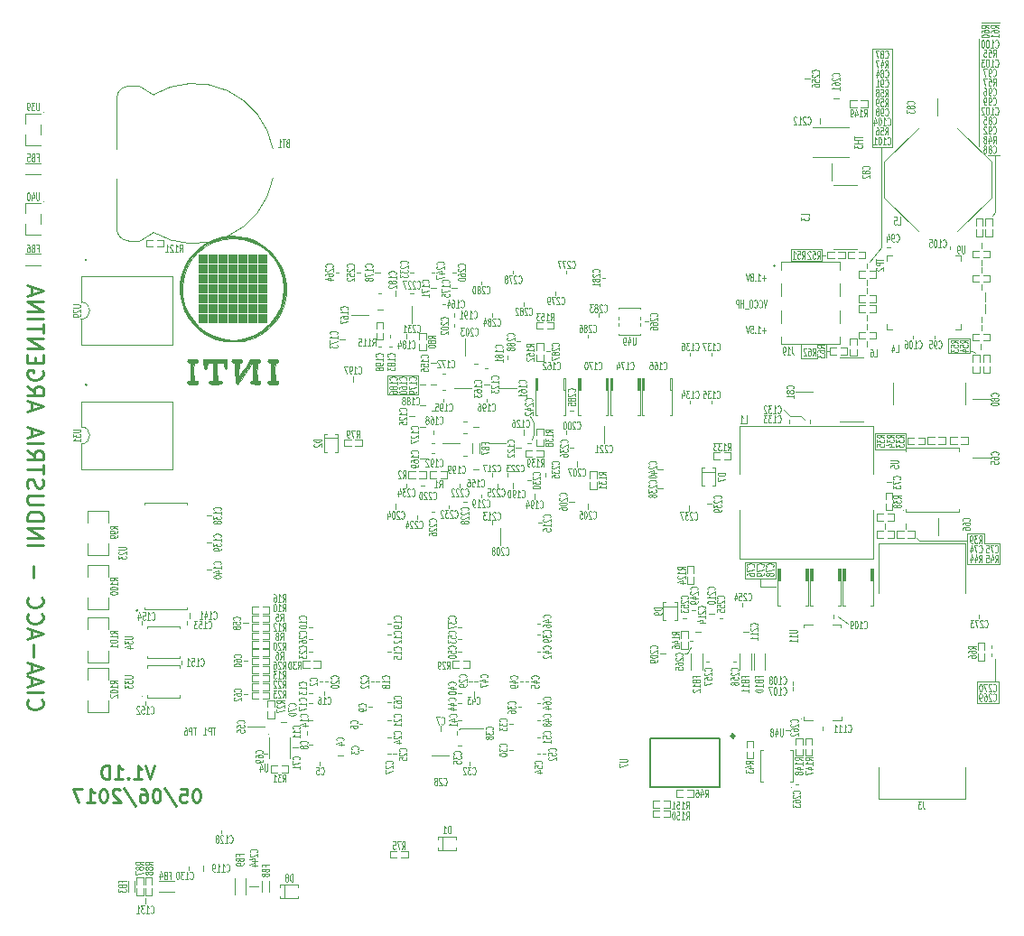
<source format=gbr>
G04 #@! TF.FileFunction,Legend,Bot*
%FSLAX46Y46*%
G04 Gerber Fmt 4.6, Leading zero omitted, Abs format (unit mm)*
G04 Created by KiCad (PCBNEW 4.0.6) date Tue Jun 13 11:44:39 2017*
%MOMM*%
%LPD*%
G01*
G04 APERTURE LIST*
%ADD10C,0.101600*%
%ADD11C,0.254000*%
%ADD12C,0.114300*%
%ADD13C,0.300000*%
%ADD14C,0.127000*%
%ADD15C,0.002540*%
G04 APERTURE END LIST*
D10*
D11*
X50556886Y-106568724D02*
X50435934Y-106568724D01*
X50314982Y-106629200D01*
X50254505Y-106689676D01*
X50194029Y-106810629D01*
X50133553Y-107052533D01*
X50133553Y-107354914D01*
X50194029Y-107596819D01*
X50254505Y-107717771D01*
X50314982Y-107778248D01*
X50435934Y-107838724D01*
X50556886Y-107838724D01*
X50677839Y-107778248D01*
X50738315Y-107717771D01*
X50798791Y-107596819D01*
X50859267Y-107354914D01*
X50859267Y-107052533D01*
X50798791Y-106810629D01*
X50738315Y-106689676D01*
X50677839Y-106629200D01*
X50556886Y-106568724D01*
X48984505Y-106568724D02*
X49589267Y-106568724D01*
X49649743Y-107173486D01*
X49589267Y-107113010D01*
X49468315Y-107052533D01*
X49165934Y-107052533D01*
X49044981Y-107113010D01*
X48984505Y-107173486D01*
X48924029Y-107294438D01*
X48924029Y-107596819D01*
X48984505Y-107717771D01*
X49044981Y-107778248D01*
X49165934Y-107838724D01*
X49468315Y-107838724D01*
X49589267Y-107778248D01*
X49649743Y-107717771D01*
X47472600Y-106508248D02*
X48561172Y-108141105D01*
X46807362Y-106568724D02*
X46686410Y-106568724D01*
X46565458Y-106629200D01*
X46504981Y-106689676D01*
X46444505Y-106810629D01*
X46384029Y-107052533D01*
X46384029Y-107354914D01*
X46444505Y-107596819D01*
X46504981Y-107717771D01*
X46565458Y-107778248D01*
X46686410Y-107838724D01*
X46807362Y-107838724D01*
X46928315Y-107778248D01*
X46988791Y-107717771D01*
X47049267Y-107596819D01*
X47109743Y-107354914D01*
X47109743Y-107052533D01*
X47049267Y-106810629D01*
X46988791Y-106689676D01*
X46928315Y-106629200D01*
X46807362Y-106568724D01*
X45295457Y-106568724D02*
X45537362Y-106568724D01*
X45658314Y-106629200D01*
X45718791Y-106689676D01*
X45839743Y-106871105D01*
X45900219Y-107113010D01*
X45900219Y-107596819D01*
X45839743Y-107717771D01*
X45779267Y-107778248D01*
X45658314Y-107838724D01*
X45416410Y-107838724D01*
X45295457Y-107778248D01*
X45234981Y-107717771D01*
X45174505Y-107596819D01*
X45174505Y-107294438D01*
X45234981Y-107173486D01*
X45295457Y-107113010D01*
X45416410Y-107052533D01*
X45658314Y-107052533D01*
X45779267Y-107113010D01*
X45839743Y-107173486D01*
X45900219Y-107294438D01*
X43723076Y-106508248D02*
X44811648Y-108141105D01*
X43360219Y-106689676D02*
X43299743Y-106629200D01*
X43178791Y-106568724D01*
X42876410Y-106568724D01*
X42755457Y-106629200D01*
X42694981Y-106689676D01*
X42634505Y-106810629D01*
X42634505Y-106931581D01*
X42694981Y-107113010D01*
X43420695Y-107838724D01*
X42634505Y-107838724D01*
X41848314Y-106568724D02*
X41727362Y-106568724D01*
X41606410Y-106629200D01*
X41545933Y-106689676D01*
X41485457Y-106810629D01*
X41424981Y-107052533D01*
X41424981Y-107354914D01*
X41485457Y-107596819D01*
X41545933Y-107717771D01*
X41606410Y-107778248D01*
X41727362Y-107838724D01*
X41848314Y-107838724D01*
X41969267Y-107778248D01*
X42029743Y-107717771D01*
X42090219Y-107596819D01*
X42150695Y-107354914D01*
X42150695Y-107052533D01*
X42090219Y-106810629D01*
X42029743Y-106689676D01*
X41969267Y-106629200D01*
X41848314Y-106568724D01*
X40215457Y-107838724D02*
X40941171Y-107838724D01*
X40578314Y-107838724D02*
X40578314Y-106568724D01*
X40699266Y-106750152D01*
X40820219Y-106871105D01*
X40941171Y-106931581D01*
X39792123Y-106568724D02*
X38945457Y-106568724D01*
X39489742Y-107838724D01*
X46588438Y-104358924D02*
X46165104Y-105628924D01*
X45741771Y-104358924D01*
X44653200Y-105628924D02*
X45378914Y-105628924D01*
X45016057Y-105628924D02*
X45016057Y-104358924D01*
X45137009Y-104540352D01*
X45257962Y-104661305D01*
X45378914Y-104721781D01*
X44108914Y-105507971D02*
X44048438Y-105568448D01*
X44108914Y-105628924D01*
X44169390Y-105568448D01*
X44108914Y-105507971D01*
X44108914Y-105628924D01*
X42838914Y-105628924D02*
X43564628Y-105628924D01*
X43201771Y-105628924D02*
X43201771Y-104358924D01*
X43322723Y-104540352D01*
X43443676Y-104661305D01*
X43564628Y-104721781D01*
X42294628Y-105628924D02*
X42294628Y-104358924D01*
X41992247Y-104358924D01*
X41810819Y-104419400D01*
X41689866Y-104540352D01*
X41629390Y-104661305D01*
X41568914Y-104903210D01*
X41568914Y-105084638D01*
X41629390Y-105326543D01*
X41689866Y-105447495D01*
X41810819Y-105568448D01*
X41992247Y-105628924D01*
X42294628Y-105628924D01*
X34755714Y-98168571D02*
X34683143Y-98241142D01*
X34610571Y-98458856D01*
X34610571Y-98603999D01*
X34683143Y-98821714D01*
X34828286Y-98966856D01*
X34973429Y-99039428D01*
X35263714Y-99111999D01*
X35481429Y-99111999D01*
X35771714Y-99039428D01*
X35916857Y-98966856D01*
X36062000Y-98821714D01*
X36134571Y-98603999D01*
X36134571Y-98458856D01*
X36062000Y-98241142D01*
X35989429Y-98168571D01*
X34610571Y-97515428D02*
X36134571Y-97515428D01*
X35046000Y-96862285D02*
X35046000Y-96136571D01*
X34610571Y-97007428D02*
X36134571Y-96499428D01*
X34610571Y-95991428D01*
X35046000Y-95555999D02*
X35046000Y-94830285D01*
X34610571Y-95701142D02*
X36134571Y-95193142D01*
X34610571Y-94685142D01*
X35191143Y-94177142D02*
X35191143Y-93015999D01*
X35046000Y-92362856D02*
X35046000Y-91637142D01*
X34610571Y-92507999D02*
X36134571Y-91999999D01*
X34610571Y-91491999D01*
X34755714Y-90113142D02*
X34683143Y-90185713D01*
X34610571Y-90403427D01*
X34610571Y-90548570D01*
X34683143Y-90766285D01*
X34828286Y-90911427D01*
X34973429Y-90983999D01*
X35263714Y-91056570D01*
X35481429Y-91056570D01*
X35771714Y-90983999D01*
X35916857Y-90911427D01*
X36062000Y-90766285D01*
X36134571Y-90548570D01*
X36134571Y-90403427D01*
X36062000Y-90185713D01*
X35989429Y-90113142D01*
X34755714Y-88589142D02*
X34683143Y-88661713D01*
X34610571Y-88879427D01*
X34610571Y-89024570D01*
X34683143Y-89242285D01*
X34828286Y-89387427D01*
X34973429Y-89459999D01*
X35263714Y-89532570D01*
X35481429Y-89532570D01*
X35771714Y-89459999D01*
X35916857Y-89387427D01*
X36062000Y-89242285D01*
X36134571Y-89024570D01*
X36134571Y-88879427D01*
X36062000Y-88661713D01*
X35989429Y-88589142D01*
X35191143Y-86774856D02*
X35191143Y-85613713D01*
X34610571Y-83726856D02*
X36134571Y-83726856D01*
X34610571Y-83001142D02*
X36134571Y-83001142D01*
X34610571Y-82130285D01*
X36134571Y-82130285D01*
X34610571Y-81404571D02*
X36134571Y-81404571D01*
X36134571Y-81041714D01*
X36062000Y-80823999D01*
X35916857Y-80678857D01*
X35771714Y-80606285D01*
X35481429Y-80533714D01*
X35263714Y-80533714D01*
X34973429Y-80606285D01*
X34828286Y-80678857D01*
X34683143Y-80823999D01*
X34610571Y-81041714D01*
X34610571Y-81404571D01*
X36134571Y-79880571D02*
X34900857Y-79880571D01*
X34755714Y-79807999D01*
X34683143Y-79735428D01*
X34610571Y-79590285D01*
X34610571Y-79299999D01*
X34683143Y-79154857D01*
X34755714Y-79082285D01*
X34900857Y-79009714D01*
X36134571Y-79009714D01*
X34683143Y-78356571D02*
X34610571Y-78138857D01*
X34610571Y-77776000D01*
X34683143Y-77630857D01*
X34755714Y-77558286D01*
X34900857Y-77485714D01*
X35046000Y-77485714D01*
X35191143Y-77558286D01*
X35263714Y-77630857D01*
X35336286Y-77776000D01*
X35408857Y-78066286D01*
X35481429Y-78211428D01*
X35554000Y-78284000D01*
X35699143Y-78356571D01*
X35844286Y-78356571D01*
X35989429Y-78284000D01*
X36062000Y-78211428D01*
X36134571Y-78066286D01*
X36134571Y-77703428D01*
X36062000Y-77485714D01*
X36134571Y-77050285D02*
X36134571Y-76179428D01*
X34610571Y-76614857D02*
X36134571Y-76614857D01*
X34610571Y-74800571D02*
X35336286Y-75308571D01*
X34610571Y-75671428D02*
X36134571Y-75671428D01*
X36134571Y-75090856D01*
X36062000Y-74945714D01*
X35989429Y-74873142D01*
X35844286Y-74800571D01*
X35626571Y-74800571D01*
X35481429Y-74873142D01*
X35408857Y-74945714D01*
X35336286Y-75090856D01*
X35336286Y-75671428D01*
X34610571Y-74147428D02*
X36134571Y-74147428D01*
X35046000Y-73494285D02*
X35046000Y-72768571D01*
X34610571Y-73639428D02*
X36134571Y-73131428D01*
X34610571Y-72623428D01*
X35046000Y-71026856D02*
X35046000Y-70301142D01*
X34610571Y-71171999D02*
X36134571Y-70663999D01*
X34610571Y-70155999D01*
X34610571Y-68777142D02*
X35336286Y-69285142D01*
X34610571Y-69647999D02*
X36134571Y-69647999D01*
X36134571Y-69067427D01*
X36062000Y-68922285D01*
X35989429Y-68849713D01*
X35844286Y-68777142D01*
X35626571Y-68777142D01*
X35481429Y-68849713D01*
X35408857Y-68922285D01*
X35336286Y-69067427D01*
X35336286Y-69647999D01*
X36062000Y-67325713D02*
X36134571Y-67470856D01*
X36134571Y-67688570D01*
X36062000Y-67906285D01*
X35916857Y-68051427D01*
X35771714Y-68123999D01*
X35481429Y-68196570D01*
X35263714Y-68196570D01*
X34973429Y-68123999D01*
X34828286Y-68051427D01*
X34683143Y-67906285D01*
X34610571Y-67688570D01*
X34610571Y-67543427D01*
X34683143Y-67325713D01*
X34755714Y-67253142D01*
X35263714Y-67253142D01*
X35263714Y-67543427D01*
X35408857Y-66599999D02*
X35408857Y-66091999D01*
X34610571Y-65874285D02*
X34610571Y-66599999D01*
X36134571Y-66599999D01*
X36134571Y-65874285D01*
X34610571Y-65221142D02*
X36134571Y-65221142D01*
X34610571Y-64350285D01*
X36134571Y-64350285D01*
X36134571Y-63842285D02*
X36134571Y-62971428D01*
X34610571Y-63406857D02*
X36134571Y-63406857D01*
X34610571Y-62463428D02*
X36134571Y-62463428D01*
X34610571Y-61737714D02*
X36134571Y-61737714D01*
X34610571Y-60866857D01*
X36134571Y-60866857D01*
X35046000Y-60213714D02*
X35046000Y-59488000D01*
X34610571Y-60358857D02*
X36134571Y-59850857D01*
X34610571Y-59342857D01*
D10*
X68400000Y-69600000D02*
X68400000Y-67800000D01*
X71300000Y-69600000D02*
X68400000Y-69600000D01*
X71300000Y-67800000D02*
X71300000Y-69600000D01*
X68400000Y-67800000D02*
X71300000Y-67800000D01*
X82100000Y-73300000D02*
X82000000Y-73800000D01*
X82100000Y-72200000D02*
X82100000Y-73300000D01*
X81800000Y-71600000D02*
X82100000Y-72200000D01*
D12*
X103914400Y-58650800D02*
X103566057Y-58650800D01*
X103740228Y-58921733D02*
X103740228Y-58379867D01*
X103108857Y-58921733D02*
X103370114Y-58921733D01*
X103239486Y-58921733D02*
X103239486Y-58210533D01*
X103283029Y-58312133D01*
X103326571Y-58379867D01*
X103370114Y-58413733D01*
X102912914Y-58854000D02*
X102891142Y-58887867D01*
X102912914Y-58921733D01*
X102934685Y-58887867D01*
X102912914Y-58854000D01*
X102912914Y-58921733D01*
X102629886Y-58515333D02*
X102673428Y-58481467D01*
X102695200Y-58447600D01*
X102716971Y-58379867D01*
X102716971Y-58346000D01*
X102695200Y-58278267D01*
X102673428Y-58244400D01*
X102629886Y-58210533D01*
X102542800Y-58210533D01*
X102499257Y-58244400D01*
X102477486Y-58278267D01*
X102455714Y-58346000D01*
X102455714Y-58379867D01*
X102477486Y-58447600D01*
X102499257Y-58481467D01*
X102542800Y-58515333D01*
X102629886Y-58515333D01*
X102673428Y-58549200D01*
X102695200Y-58583067D01*
X102716971Y-58650800D01*
X102716971Y-58786267D01*
X102695200Y-58854000D01*
X102673428Y-58887867D01*
X102629886Y-58921733D01*
X102542800Y-58921733D01*
X102499257Y-58887867D01*
X102477486Y-58854000D01*
X102455714Y-58786267D01*
X102455714Y-58650800D01*
X102477486Y-58583067D01*
X102499257Y-58549200D01*
X102542800Y-58515333D01*
X102325085Y-58210533D02*
X102172685Y-58921733D01*
X102020285Y-58210533D01*
X103914400Y-63550800D02*
X103566057Y-63550800D01*
X103740228Y-63821733D02*
X103740228Y-63279867D01*
X103108857Y-63821733D02*
X103370114Y-63821733D01*
X103239486Y-63821733D02*
X103239486Y-63110533D01*
X103283029Y-63212133D01*
X103326571Y-63279867D01*
X103370114Y-63313733D01*
X102912914Y-63754000D02*
X102891142Y-63787867D01*
X102912914Y-63821733D01*
X102934685Y-63787867D01*
X102912914Y-63754000D01*
X102912914Y-63821733D01*
X102477486Y-63110533D02*
X102695200Y-63110533D01*
X102716971Y-63449200D01*
X102695200Y-63415333D01*
X102651657Y-63381467D01*
X102542800Y-63381467D01*
X102499257Y-63415333D01*
X102477486Y-63449200D01*
X102455714Y-63516933D01*
X102455714Y-63686267D01*
X102477486Y-63754000D01*
X102499257Y-63787867D01*
X102542800Y-63821733D01*
X102651657Y-63821733D01*
X102695200Y-63787867D01*
X102716971Y-63754000D01*
X102325085Y-63110533D02*
X102172685Y-63821733D01*
X102020285Y-63110533D01*
X103991342Y-60710533D02*
X103838942Y-61421733D01*
X103686542Y-60710533D01*
X103272885Y-61354000D02*
X103294656Y-61387867D01*
X103359970Y-61421733D01*
X103403513Y-61421733D01*
X103468828Y-61387867D01*
X103512370Y-61320133D01*
X103534142Y-61252400D01*
X103555913Y-61116933D01*
X103555913Y-61015333D01*
X103534142Y-60879867D01*
X103512370Y-60812133D01*
X103468828Y-60744400D01*
X103403513Y-60710533D01*
X103359970Y-60710533D01*
X103294656Y-60744400D01*
X103272885Y-60778267D01*
X102815685Y-61354000D02*
X102837456Y-61387867D01*
X102902770Y-61421733D01*
X102946313Y-61421733D01*
X103011628Y-61387867D01*
X103055170Y-61320133D01*
X103076942Y-61252400D01*
X103098713Y-61116933D01*
X103098713Y-61015333D01*
X103076942Y-60879867D01*
X103055170Y-60812133D01*
X103011628Y-60744400D01*
X102946313Y-60710533D01*
X102902770Y-60710533D01*
X102837456Y-60744400D01*
X102815685Y-60778267D01*
X102532656Y-60710533D02*
X102445570Y-60710533D01*
X102402028Y-60744400D01*
X102358485Y-60812133D01*
X102336713Y-60947600D01*
X102336713Y-61184667D01*
X102358485Y-61320133D01*
X102402028Y-61387867D01*
X102445570Y-61421733D01*
X102532656Y-61421733D01*
X102576199Y-61387867D01*
X102619742Y-61320133D01*
X102641513Y-61184667D01*
X102641513Y-60947600D01*
X102619742Y-60812133D01*
X102576199Y-60744400D01*
X102532656Y-60710533D01*
X102249628Y-61489467D02*
X101901285Y-61489467D01*
X101792428Y-61421733D02*
X101792428Y-60710533D01*
X101792428Y-61049200D02*
X101531171Y-61049200D01*
X101531171Y-61421733D02*
X101531171Y-60710533D01*
X101313457Y-61421733D02*
X101313457Y-60710533D01*
X101139285Y-60710533D01*
X101095743Y-60744400D01*
X101073971Y-60778267D01*
X101052200Y-60846000D01*
X101052200Y-60947600D01*
X101073971Y-61015333D01*
X101095743Y-61049200D01*
X101139285Y-61083067D01*
X101313457Y-61083067D01*
D10*
X75300000Y-100900000D02*
X75100000Y-101000000D01*
X77400000Y-100900000D02*
X75300000Y-100900000D01*
X96500000Y-93900000D02*
X96900000Y-93300000D01*
X96300000Y-93900000D02*
X96500000Y-93900000D01*
X125400000Y-96500000D02*
X125400000Y-94400000D01*
X125700000Y-96500000D02*
X123700000Y-96500000D01*
X125700000Y-98500000D02*
X125700000Y-96500000D01*
X123700000Y-98500000D02*
X125700000Y-98500000D01*
X123700000Y-96500000D02*
X123700000Y-98500000D01*
X103400000Y-87600000D02*
X104800000Y-87600000D01*
X103400000Y-86800000D02*
X103400000Y-87600000D01*
X101900000Y-86800000D02*
X101900000Y-85300000D01*
X104800000Y-86800000D02*
X101900000Y-86800000D01*
X104800000Y-85300000D02*
X104800000Y-86800000D01*
X101900000Y-85300000D02*
X104800000Y-85300000D01*
X110700000Y-90400000D02*
X111600000Y-91100000D01*
X118300000Y-83300000D02*
X118000000Y-83000000D01*
X122800000Y-83300000D02*
X118300000Y-83300000D01*
X125800000Y-83500000D02*
X125800000Y-85500000D01*
X124400000Y-83500000D02*
X125800000Y-83500000D01*
X124400000Y-82600000D02*
X124400000Y-83500000D01*
X122800000Y-82600000D02*
X124400000Y-82600000D01*
X122800000Y-85500000D02*
X122800000Y-82600000D01*
X125800000Y-85500000D02*
X122800000Y-85500000D01*
X107200000Y-71600000D02*
X107500000Y-71900000D01*
X106200000Y-71600000D02*
X107200000Y-71600000D01*
X105600000Y-71000000D02*
X106200000Y-71600000D01*
X114700000Y-55800000D02*
X113600000Y-57100000D01*
X114700000Y-46400000D02*
X114700000Y-55800000D01*
X115700000Y-37100000D02*
X113900000Y-37100000D01*
X115700000Y-46400000D02*
X115700000Y-37100000D01*
X113900000Y-46400000D02*
X115700000Y-46400000D01*
X113900000Y-37100000D02*
X113900000Y-46400000D01*
X109600000Y-65500000D02*
X109800000Y-65500000D01*
X109600000Y-64900000D02*
X109600000Y-66100000D01*
X107200000Y-66200000D02*
X108700000Y-66200000D01*
X107200000Y-64900000D02*
X107200000Y-66200000D01*
X109100000Y-56500000D02*
X109500000Y-56500000D01*
X106300000Y-57000000D02*
X106300000Y-55900000D01*
X109100000Y-57000000D02*
X106300000Y-57000000D01*
X109100000Y-55900000D02*
X109100000Y-57000000D01*
X106300000Y-55900000D02*
X109100000Y-55900000D01*
X114100000Y-74700000D02*
X117000000Y-74700000D01*
X114100000Y-73200000D02*
X114100000Y-74700000D01*
X117000000Y-73200000D02*
X117000000Y-74700000D01*
X114100000Y-73200000D02*
X117000000Y-73200000D01*
X123300000Y-65500000D02*
X123500000Y-65700000D01*
X123000000Y-65500000D02*
X123300000Y-65500000D01*
X121000000Y-64300000D02*
X121100000Y-64300000D01*
X121000000Y-65700000D02*
X121000000Y-64300000D01*
X121100000Y-65700000D02*
X121000000Y-65700000D01*
X123000000Y-65700000D02*
X121100000Y-65700000D01*
X123000000Y-64300000D02*
X123000000Y-65700000D01*
X121100000Y-64300000D02*
X123000000Y-64300000D01*
X125400000Y-52500000D02*
X125100000Y-52800000D01*
X125400000Y-47100000D02*
X125400000Y-52500000D01*
X124100000Y-34700000D02*
X125800000Y-34700000D01*
X124700000Y-47100000D02*
X125800000Y-47100000D01*
X123900000Y-36200000D02*
X123900000Y-46300000D01*
X114456000Y-88155500D02*
X114456000Y-83515800D01*
X114456000Y-83515800D02*
X122584000Y-83515800D01*
X122584000Y-83515800D02*
X122584000Y-88155500D01*
X122584000Y-104555500D02*
X122584000Y-107531500D01*
X122584000Y-107531500D02*
X114456000Y-107531500D01*
X114456000Y-107531500D02*
X114456000Y-104555500D01*
X62350000Y-96500000D02*
X62050000Y-96500000D01*
X66150000Y-102900000D02*
X65850000Y-102900000D01*
X62100000Y-104350000D02*
X62100000Y-104050000D01*
X66050000Y-100500000D02*
X65750000Y-100500000D01*
X61050000Y-102400000D02*
X61350000Y-102400000D01*
X66650000Y-98900000D02*
X66950000Y-98900000D01*
X61050000Y-91400000D02*
X61350000Y-91400000D01*
X60900000Y-101150000D02*
X60900000Y-101450000D01*
X68450000Y-92100000D02*
X68750000Y-92100000D01*
X61050000Y-97600000D02*
X61350000Y-97600000D01*
X61350000Y-100100000D02*
X61050000Y-100100000D01*
X68450000Y-93700000D02*
X68750000Y-93700000D01*
X62500000Y-97750000D02*
X62500000Y-97450000D01*
X61050000Y-98500000D02*
X61350000Y-98500000D01*
X67350000Y-96500000D02*
X67650000Y-96500000D01*
X68450000Y-91100000D02*
X68750000Y-91100000D01*
X62550000Y-96500000D02*
X62850000Y-96500000D01*
X68450000Y-100100000D02*
X68750000Y-100100000D01*
X67150000Y-96500000D02*
X66850000Y-96500000D01*
X61050000Y-93700000D02*
X61350000Y-93700000D01*
X68750000Y-101700000D02*
X68450000Y-101700000D01*
X68950000Y-103300000D02*
X69250000Y-103300000D01*
X61050000Y-92500000D02*
X61350000Y-92500000D01*
X68750000Y-103300000D02*
X68450000Y-103300000D01*
X74200000Y-103400000D02*
X72600000Y-103400000D01*
X76350000Y-96500000D02*
X76050000Y-96500000D01*
X80150000Y-102900000D02*
X79850000Y-102900000D01*
X76100000Y-104350000D02*
X76100000Y-104050000D01*
X80150000Y-100500000D02*
X79850000Y-100500000D01*
X75050000Y-102500000D02*
X75350000Y-102500000D01*
X80650000Y-98900000D02*
X80950000Y-98900000D01*
X75050000Y-91400000D02*
X75350000Y-91400000D01*
X74900000Y-101150000D02*
X74900000Y-101450000D01*
X82450000Y-92100000D02*
X82750000Y-92100000D01*
X75050000Y-97600000D02*
X75350000Y-97600000D01*
X75350000Y-100100000D02*
X75050000Y-100100000D01*
X82450000Y-93700000D02*
X82750000Y-93700000D01*
X76500000Y-97750000D02*
X76500000Y-97450000D01*
X75050000Y-98500000D02*
X75350000Y-98500000D01*
X81350000Y-96500000D02*
X81650000Y-96500000D01*
X82450000Y-91100000D02*
X82750000Y-91100000D01*
X76550000Y-96500000D02*
X76850000Y-96500000D01*
X82450000Y-100100000D02*
X82750000Y-100100000D01*
X81150000Y-96500000D02*
X80850000Y-96500000D01*
X75050000Y-93700000D02*
X75350000Y-93700000D01*
X82750000Y-101700000D02*
X82450000Y-101700000D01*
X82950000Y-103300000D02*
X83250000Y-103300000D01*
X75050000Y-92500000D02*
X75350000Y-92500000D01*
X82750000Y-103300000D02*
X82450000Y-103300000D01*
X56900000Y-100700000D02*
X55300000Y-100700000D01*
X55250000Y-94500000D02*
X54950000Y-94500000D01*
X54950000Y-97700000D02*
X55250000Y-97700000D01*
X68750000Y-98400000D02*
X68450000Y-98400000D01*
X82750000Y-98500000D02*
X82450000Y-98500000D01*
X123300000Y-75500000D02*
X124900000Y-75500000D01*
X120100000Y-82800000D02*
X120100000Y-81200000D01*
X57150000Y-103300000D02*
X56850000Y-103300000D01*
X59550000Y-102700000D02*
X60050000Y-102700000D01*
X115193000Y-77800000D02*
X115693000Y-77800000D01*
X115100000Y-81650000D02*
X115100000Y-82150000D01*
X117000000Y-82150000D02*
X117000000Y-81650000D01*
X105026000Y-89380000D02*
X105226000Y-89380000D01*
X107826000Y-89380000D02*
X107626000Y-89380000D01*
X105076000Y-86980000D02*
X105076000Y-85880000D01*
X105176000Y-85880000D02*
X105176000Y-86980000D01*
X105226000Y-85880000D02*
X105026000Y-85880000D01*
X105226000Y-86980000D02*
X105226000Y-85880000D01*
X105026000Y-86980000D02*
X105226000Y-86980000D01*
X107776000Y-86980000D02*
X107776000Y-85880000D01*
X107676000Y-85880000D02*
X107676000Y-86980000D01*
X107626000Y-86980000D02*
X107626000Y-85880000D01*
X107826000Y-86980000D02*
X107626000Y-86980000D01*
X107826000Y-85880000D02*
X107626000Y-85880000D01*
X105026000Y-89380000D02*
X105026000Y-85880000D01*
X107826000Y-89380000D02*
X107826000Y-85880000D01*
X111122000Y-89380000D02*
X111322000Y-89380000D01*
X113922000Y-89380000D02*
X113722000Y-89380000D01*
X111172000Y-86980000D02*
X111172000Y-85880000D01*
X111272000Y-85880000D02*
X111272000Y-86980000D01*
X111322000Y-85880000D02*
X111122000Y-85880000D01*
X111322000Y-86980000D02*
X111322000Y-85880000D01*
X111122000Y-86980000D02*
X111322000Y-86980000D01*
X113872000Y-86980000D02*
X113872000Y-85880000D01*
X113772000Y-85880000D02*
X113772000Y-86980000D01*
X113722000Y-86980000D02*
X113722000Y-85880000D01*
X113922000Y-86980000D02*
X113722000Y-86980000D01*
X113922000Y-85880000D02*
X113722000Y-85880000D01*
X111122000Y-89380000D02*
X111122000Y-85880000D01*
X113922000Y-89380000D02*
X113922000Y-85880000D01*
X108074000Y-89380000D02*
X108274000Y-89380000D01*
X110874000Y-89380000D02*
X110674000Y-89380000D01*
X108124000Y-86980000D02*
X108124000Y-85880000D01*
X108224000Y-85880000D02*
X108224000Y-86980000D01*
X108274000Y-85880000D02*
X108074000Y-85880000D01*
X108274000Y-86980000D02*
X108274000Y-85880000D01*
X108074000Y-86980000D02*
X108274000Y-86980000D01*
X110824000Y-86980000D02*
X110824000Y-85880000D01*
X110724000Y-85880000D02*
X110724000Y-86980000D01*
X110674000Y-86980000D02*
X110674000Y-85880000D01*
X110874000Y-86980000D02*
X110674000Y-86980000D01*
X110874000Y-85880000D02*
X110674000Y-85880000D01*
X108074000Y-89380000D02*
X108074000Y-85880000D01*
X110874000Y-89380000D02*
X110874000Y-85880000D01*
X124900000Y-70000000D02*
X123300000Y-70000000D01*
X108300000Y-69300000D02*
X106700000Y-69300000D01*
X110100000Y-47900000D02*
X110100000Y-49500000D01*
X120000000Y-43400000D02*
X120000000Y-41800000D01*
X113400000Y-58850000D02*
X113400000Y-59350000D01*
X124100000Y-62250000D02*
X124100000Y-62750000D01*
X113400000Y-57750000D02*
X113400000Y-57250000D01*
X124079000Y-64850000D02*
X124079000Y-65350000D01*
X113400000Y-60050000D02*
X113400000Y-59550000D01*
X124100000Y-63050000D02*
X124100000Y-63550000D01*
X115550000Y-55800000D02*
X115250000Y-55800000D01*
X119700000Y-64050000D02*
X119700000Y-64350000D01*
X124100000Y-57650000D02*
X124100000Y-58150000D01*
X113400000Y-62650000D02*
X113400000Y-62150000D01*
X124500000Y-59975000D02*
X124500000Y-60825000D01*
X124100000Y-55350000D02*
X124100000Y-55850000D01*
X113400000Y-64550000D02*
X113400000Y-65050000D01*
X124500000Y-61075000D02*
X124500000Y-61925000D01*
X124100000Y-56950000D02*
X124100000Y-57450000D01*
X113400000Y-62950000D02*
X113400000Y-63450000D01*
X121200000Y-55650000D02*
X121200000Y-55950000D01*
X117700000Y-64350000D02*
X117700000Y-64050000D01*
X106426000Y-97305000D02*
X106426000Y-97005000D01*
X106426000Y-96797000D02*
X106426000Y-96497000D01*
X110200000Y-90250000D02*
X110200000Y-90550000D01*
X109200000Y-101050000D02*
X109200000Y-100750000D01*
X51100000Y-113750000D02*
X51100000Y-114250000D01*
X45700000Y-116850000D02*
X45700000Y-117350000D01*
X108000000Y-71950000D02*
X108000000Y-72250000D01*
X106109757Y-72250000D02*
X106109757Y-71950000D01*
X96800000Y-70150000D02*
X96800000Y-70450000D01*
X98800000Y-70450000D02*
X98800000Y-70150000D01*
X96800000Y-65650000D02*
X96800000Y-65950000D01*
X98800000Y-65950000D02*
X98800000Y-65650000D01*
X51439000Y-80899000D02*
X51939000Y-80899000D01*
X51439000Y-83439000D02*
X51939000Y-83439000D01*
X51439000Y-85979000D02*
X51939000Y-85979000D01*
X49900000Y-90550000D02*
X49900000Y-90050000D01*
X49100000Y-94850000D02*
X49100000Y-94550000D01*
X45700000Y-98650000D02*
X45700000Y-98350000D01*
X49600000Y-90850000D02*
X49600000Y-91150000D01*
X45400000Y-91150000D02*
X45400000Y-90850000D01*
X80500000Y-69000000D02*
X78900000Y-69000000D01*
X82300000Y-71550000D02*
X82500000Y-71550000D01*
X85100000Y-71550000D02*
X84900000Y-71550000D01*
X82350000Y-69150000D02*
X82350000Y-68050000D01*
X82450000Y-68050000D02*
X82450000Y-69150000D01*
X82500000Y-68050000D02*
X82300000Y-68050000D01*
X82500000Y-69150000D02*
X82500000Y-68050000D01*
X82300000Y-69150000D02*
X82500000Y-69150000D01*
X85050000Y-69150000D02*
X85050000Y-68050000D01*
X84950000Y-68050000D02*
X84950000Y-69150000D01*
X84900000Y-69150000D02*
X84900000Y-68050000D01*
X85100000Y-69150000D02*
X84900000Y-69150000D01*
X85100000Y-68050000D02*
X84900000Y-68050000D01*
X82300000Y-71550000D02*
X82300000Y-68050000D01*
X85100000Y-71550000D02*
X85100000Y-68050000D01*
X76300000Y-69000000D02*
X74700000Y-69000000D01*
X92300000Y-71550000D02*
X92500000Y-71550000D01*
X95100000Y-71550000D02*
X94900000Y-71550000D01*
X92350000Y-69150000D02*
X92350000Y-68050000D01*
X92450000Y-68050000D02*
X92450000Y-69150000D01*
X92500000Y-68050000D02*
X92300000Y-68050000D01*
X92500000Y-69150000D02*
X92500000Y-68050000D01*
X92300000Y-69150000D02*
X92500000Y-69150000D01*
X95050000Y-69150000D02*
X95050000Y-68050000D01*
X94950000Y-68050000D02*
X94950000Y-69150000D01*
X94900000Y-69150000D02*
X94900000Y-68050000D01*
X95100000Y-69150000D02*
X94900000Y-69150000D01*
X95100000Y-68050000D02*
X94900000Y-68050000D01*
X92300000Y-71550000D02*
X92300000Y-68050000D01*
X95100000Y-71550000D02*
X95100000Y-68050000D01*
X65000000Y-62100000D02*
X66600000Y-62100000D01*
X86300000Y-71550000D02*
X86500000Y-71550000D01*
X89100000Y-71550000D02*
X88900000Y-71550000D01*
X86350000Y-69150000D02*
X86350000Y-68050000D01*
X86450000Y-68050000D02*
X86450000Y-69150000D01*
X86500000Y-68050000D02*
X86300000Y-68050000D01*
X86500000Y-69150000D02*
X86500000Y-68050000D01*
X86300000Y-69150000D02*
X86500000Y-69150000D01*
X89050000Y-69150000D02*
X89050000Y-68050000D01*
X88950000Y-68050000D02*
X88950000Y-69150000D01*
X88900000Y-69150000D02*
X88900000Y-68050000D01*
X89100000Y-69150000D02*
X88900000Y-69150000D01*
X89100000Y-68050000D02*
X88900000Y-68050000D01*
X86300000Y-71550000D02*
X86300000Y-68050000D01*
X89100000Y-71550000D02*
X89100000Y-68050000D01*
X89300000Y-71550000D02*
X89500000Y-71550000D01*
X92100000Y-71550000D02*
X91900000Y-71550000D01*
X89350000Y-69150000D02*
X89350000Y-68050000D01*
X89450000Y-68050000D02*
X89450000Y-69150000D01*
X89500000Y-68050000D02*
X89300000Y-68050000D01*
X89500000Y-69150000D02*
X89500000Y-68050000D01*
X89300000Y-69150000D02*
X89500000Y-69150000D01*
X92050000Y-69150000D02*
X92050000Y-68050000D01*
X91950000Y-68050000D02*
X91950000Y-69150000D01*
X91900000Y-69150000D02*
X91900000Y-68050000D01*
X92100000Y-69150000D02*
X91900000Y-69150000D01*
X92100000Y-68050000D02*
X91900000Y-68050000D01*
X89300000Y-71550000D02*
X89300000Y-68050000D01*
X92100000Y-71550000D02*
X92100000Y-68050000D01*
X77900000Y-74100000D02*
X79500000Y-74100000D01*
X73600000Y-74100000D02*
X75200000Y-74100000D01*
X75700000Y-65900000D02*
X75700000Y-64300000D01*
X79000000Y-82100000D02*
X79000000Y-83700000D01*
X88700000Y-74100000D02*
X88700000Y-72500000D01*
X79700000Y-76950000D02*
X79700000Y-77250000D01*
X78700000Y-78250000D02*
X78700000Y-77950000D01*
X70700000Y-62900000D02*
X70700000Y-61300000D01*
X96700000Y-80450000D02*
X96700000Y-79950000D01*
X94250000Y-78400000D02*
X93750000Y-78400000D01*
X98350000Y-79800000D02*
X98850000Y-79800000D01*
X93750000Y-76600000D02*
X94250000Y-76600000D01*
X81850000Y-74100000D02*
X81550000Y-74100000D01*
X56325000Y-115700000D02*
X55475000Y-115700000D01*
X96950000Y-89800000D02*
X97250000Y-89800000D01*
X96416000Y-90551000D02*
X96116000Y-90551000D01*
X101727000Y-89131000D02*
X101727000Y-89431000D01*
X99550000Y-90600000D02*
X99850000Y-90600000D01*
X108050000Y-39900000D02*
X107550000Y-39900000D01*
X98575000Y-94615000D02*
X98275000Y-94615000D01*
X101115000Y-94615000D02*
X100815000Y-94615000D01*
X110250000Y-41800000D02*
X110750000Y-41800000D01*
X106050000Y-101100000D02*
X105750000Y-101100000D01*
X106950000Y-106100000D02*
X106650000Y-106100000D01*
X97050000Y-92700000D02*
X96750000Y-92700000D01*
X74850000Y-112350000D02*
X74850000Y-112100000D01*
X74850000Y-111050000D02*
X74850000Y-111300000D01*
X73150000Y-112350000D02*
X73150000Y-112100000D01*
X73150000Y-111050000D02*
X73150000Y-111300000D01*
X73550000Y-111050000D02*
X73550000Y-112350000D01*
X73150000Y-112350000D02*
X74850000Y-112350000D01*
X74850000Y-111050000D02*
X73150000Y-111050000D01*
X62450000Y-74950000D02*
X62700000Y-74950000D01*
X63750000Y-74950000D02*
X63500000Y-74950000D01*
X62450000Y-73250000D02*
X62700000Y-73250000D01*
X63750000Y-73250000D02*
X63500000Y-73250000D01*
X63750000Y-73650000D02*
X62450000Y-73650000D01*
X62450000Y-73250000D02*
X62450000Y-74950000D01*
X63750000Y-74950000D02*
X63750000Y-73250000D01*
X97850000Y-78150000D02*
X98100000Y-78150000D01*
X99150000Y-78150000D02*
X98900000Y-78150000D01*
X97850000Y-76450000D02*
X98100000Y-76450000D01*
X99150000Y-76450000D02*
X98900000Y-76450000D01*
X99150000Y-76850000D02*
X97850000Y-76850000D01*
X97850000Y-76450000D02*
X97850000Y-78150000D01*
X99150000Y-78150000D02*
X99150000Y-76450000D01*
X60050000Y-116850000D02*
X60050000Y-116600000D01*
X60050000Y-115550000D02*
X60050000Y-115800000D01*
X58350000Y-116850000D02*
X58350000Y-116600000D01*
X58350000Y-115550000D02*
X58350000Y-115800000D01*
X58750000Y-115550000D02*
X58750000Y-116850000D01*
X58350000Y-116850000D02*
X60050000Y-116850000D01*
X60050000Y-115550000D02*
X58350000Y-115550000D01*
X94250000Y-90750000D02*
X94500000Y-90750000D01*
X95550000Y-90750000D02*
X95300000Y-90750000D01*
X94250000Y-89050000D02*
X94500000Y-89050000D01*
X95550000Y-89050000D02*
X95300000Y-89050000D01*
X95550000Y-89450000D02*
X94250000Y-89450000D01*
X94250000Y-89050000D02*
X94250000Y-90750000D01*
X95550000Y-90750000D02*
X95550000Y-89050000D01*
X48450000Y-115180000D02*
X46950000Y-115180000D01*
X48450000Y-116220000D02*
X46950000Y-116220000D01*
X34429000Y-48907000D02*
X35929000Y-48907000D01*
X34429000Y-47867000D02*
X35929000Y-47867000D01*
X34429000Y-57416000D02*
X35929000Y-57416000D01*
X34429000Y-56376000D02*
X35929000Y-56376000D01*
X55120000Y-116450000D02*
X55120000Y-114950000D01*
X54080000Y-116450000D02*
X54080000Y-114950000D01*
X103820000Y-95350000D02*
X103820000Y-93850000D01*
X102780000Y-95350000D02*
X102780000Y-93850000D01*
X102501000Y-95365000D02*
X102501000Y-93865000D01*
X101461000Y-95365000D02*
X101461000Y-93865000D01*
X96889000Y-93865000D02*
X96889000Y-95365000D01*
X97929000Y-93865000D02*
X97929000Y-95365000D01*
X113946000Y-84990000D02*
X113946000Y-80440000D01*
X101446000Y-84990000D02*
X113946000Y-84990000D01*
X101446000Y-84990000D02*
X101446000Y-80440000D01*
X101446000Y-72490000D02*
X101446000Y-77040000D01*
X113946000Y-72490000D02*
X101446000Y-72490000D01*
X113946000Y-72490000D02*
X113946000Y-77040000D01*
X110200000Y-55900000D02*
X112400000Y-55900000D01*
X112400000Y-49900000D02*
X110200000Y-49900000D01*
X122600000Y-70500000D02*
X122600000Y-68500000D01*
X115800000Y-68500000D02*
X115800000Y-70500000D01*
X115015000Y-51103000D02*
X118165000Y-54253000D01*
X115015000Y-47703000D02*
X118165000Y-44553000D01*
X125015000Y-47703000D02*
X121865000Y-44553000D01*
X125015000Y-51103000D02*
X121865000Y-54253000D01*
X115015000Y-51103000D02*
X115015000Y-47703000D01*
X125015000Y-51103000D02*
X125015000Y-47703000D01*
X110800000Y-72100000D02*
X113000000Y-72100000D01*
X113000000Y-66100000D02*
X110800000Y-66100000D01*
X74020000Y-76780000D02*
X73400000Y-76780000D01*
X74020000Y-77420000D02*
X74020000Y-76780000D01*
X73400000Y-77420000D02*
X74020000Y-77420000D01*
X72380000Y-76780000D02*
X73000000Y-76780000D01*
X72380000Y-77420000D02*
X72380000Y-76780000D01*
X73000000Y-77420000D02*
X72380000Y-77420000D01*
X72020000Y-76780000D02*
X71400000Y-76780000D01*
X72020000Y-77420000D02*
X72020000Y-76780000D01*
X71400000Y-77420000D02*
X72020000Y-77420000D01*
X70380000Y-76780000D02*
X71000000Y-76780000D01*
X70380000Y-77420000D02*
X70380000Y-76780000D01*
X71000000Y-77420000D02*
X70380000Y-77420000D01*
X57320000Y-91080000D02*
X56700000Y-91080000D01*
X57320000Y-91720000D02*
X57320000Y-91080000D01*
X56700000Y-91720000D02*
X57320000Y-91720000D01*
X55680000Y-91080000D02*
X56300000Y-91080000D01*
X55680000Y-91720000D02*
X55680000Y-91080000D01*
X56300000Y-91720000D02*
X55680000Y-91720000D01*
X57320000Y-94280000D02*
X56700000Y-94280000D01*
X57320000Y-94920000D02*
X57320000Y-94280000D01*
X56700000Y-94920000D02*
X57320000Y-94920000D01*
X55680000Y-94280000D02*
X56300000Y-94280000D01*
X55680000Y-94920000D02*
X55680000Y-94280000D01*
X56300000Y-94920000D02*
X55680000Y-94920000D01*
X57320000Y-92680000D02*
X56700000Y-92680000D01*
X57320000Y-93320000D02*
X57320000Y-92680000D01*
X56700000Y-93320000D02*
X57320000Y-93320000D01*
X55680000Y-92680000D02*
X56300000Y-92680000D01*
X55680000Y-93320000D02*
X55680000Y-92680000D01*
X56300000Y-93320000D02*
X55680000Y-93320000D01*
X57320000Y-90280000D02*
X56700000Y-90280000D01*
X57320000Y-90920000D02*
X57320000Y-90280000D01*
X56700000Y-90920000D02*
X57320000Y-90920000D01*
X55680000Y-90280000D02*
X56300000Y-90280000D01*
X55680000Y-90920000D02*
X55680000Y-90280000D01*
X56300000Y-90920000D02*
X55680000Y-90920000D01*
X57320000Y-91880000D02*
X56700000Y-91880000D01*
X57320000Y-92520000D02*
X57320000Y-91880000D01*
X56700000Y-92520000D02*
X57320000Y-92520000D01*
X55680000Y-91880000D02*
X56300000Y-91880000D01*
X55680000Y-92520000D02*
X55680000Y-91880000D01*
X56300000Y-92520000D02*
X55680000Y-92520000D01*
X57320000Y-95880000D02*
X56700000Y-95880000D01*
X57320000Y-96520000D02*
X57320000Y-95880000D01*
X56700000Y-96520000D02*
X57320000Y-96520000D01*
X55680000Y-95880000D02*
X56300000Y-95880000D01*
X55680000Y-96520000D02*
X55680000Y-95880000D01*
X56300000Y-96520000D02*
X55680000Y-96520000D01*
X57320000Y-89480000D02*
X56700000Y-89480000D01*
X57320000Y-90120000D02*
X57320000Y-89480000D01*
X56700000Y-90120000D02*
X57320000Y-90120000D01*
X55680000Y-89480000D02*
X56300000Y-89480000D01*
X55680000Y-90120000D02*
X55680000Y-89480000D01*
X56300000Y-90120000D02*
X55680000Y-90120000D01*
X57320000Y-93480000D02*
X56700000Y-93480000D01*
X57320000Y-94120000D02*
X57320000Y-93480000D01*
X56700000Y-94120000D02*
X57320000Y-94120000D01*
X55680000Y-93480000D02*
X56300000Y-93480000D01*
X55680000Y-94120000D02*
X55680000Y-93480000D01*
X56300000Y-94120000D02*
X55680000Y-94120000D01*
X57320000Y-96680000D02*
X56700000Y-96680000D01*
X57320000Y-97320000D02*
X57320000Y-96680000D01*
X56700000Y-97320000D02*
X57320000Y-97320000D01*
X55680000Y-96680000D02*
X56300000Y-96680000D01*
X55680000Y-97320000D02*
X55680000Y-96680000D01*
X56300000Y-97320000D02*
X55680000Y-97320000D01*
X57320000Y-97480000D02*
X56700000Y-97480000D01*
X57320000Y-98120000D02*
X57320000Y-97480000D01*
X56700000Y-98120000D02*
X57320000Y-98120000D01*
X55680000Y-97480000D02*
X56300000Y-97480000D01*
X55680000Y-98120000D02*
X55680000Y-97480000D01*
X56300000Y-98120000D02*
X55680000Y-98120000D01*
X57320000Y-95080000D02*
X56700000Y-95080000D01*
X57320000Y-95720000D02*
X57320000Y-95080000D01*
X56700000Y-95720000D02*
X57320000Y-95720000D01*
X55680000Y-95080000D02*
X56300000Y-95080000D01*
X55680000Y-95720000D02*
X55680000Y-95080000D01*
X56300000Y-95720000D02*
X55680000Y-95720000D01*
X57820000Y-99920000D02*
X57820000Y-99300000D01*
X57180000Y-99920000D02*
X57820000Y-99920000D01*
X57180000Y-99300000D02*
X57180000Y-99920000D01*
X57820000Y-98280000D02*
X57820000Y-98900000D01*
X57180000Y-98280000D02*
X57820000Y-98280000D01*
X57180000Y-98900000D02*
X57180000Y-98280000D01*
X74480000Y-95220000D02*
X75100000Y-95220000D01*
X74480000Y-94580000D02*
X74480000Y-95220000D01*
X75100000Y-94580000D02*
X74480000Y-94580000D01*
X76120000Y-95220000D02*
X75500000Y-95220000D01*
X76120000Y-94580000D02*
X76120000Y-95220000D01*
X75500000Y-94580000D02*
X76120000Y-94580000D01*
X60480000Y-95220000D02*
X61100000Y-95220000D01*
X60480000Y-94580000D02*
X60480000Y-95220000D01*
X61100000Y-94580000D02*
X60480000Y-94580000D01*
X62120000Y-95220000D02*
X61500000Y-95220000D01*
X62120000Y-94580000D02*
X62120000Y-95220000D01*
X61500000Y-94580000D02*
X62120000Y-94580000D01*
X57480000Y-105020000D02*
X58100000Y-105020000D01*
X57480000Y-104380000D02*
X57480000Y-105020000D01*
X58100000Y-104380000D02*
X57480000Y-104380000D01*
X59120000Y-105020000D02*
X58500000Y-105020000D01*
X59120000Y-104380000D02*
X59120000Y-105020000D01*
X58500000Y-104380000D02*
X59120000Y-104380000D01*
X121180000Y-74220000D02*
X121800000Y-74220000D01*
X121180000Y-73580000D02*
X121180000Y-74220000D01*
X121800000Y-73580000D02*
X121180000Y-73580000D01*
X122820000Y-74220000D02*
X122200000Y-74220000D01*
X122820000Y-73580000D02*
X122820000Y-74220000D01*
X122200000Y-73580000D02*
X122820000Y-73580000D01*
X120720000Y-73580000D02*
X120100000Y-73580000D01*
X120720000Y-74220000D02*
X120720000Y-73580000D01*
X120100000Y-74220000D02*
X120720000Y-74220000D01*
X119080000Y-73580000D02*
X119700000Y-73580000D01*
X119080000Y-74220000D02*
X119080000Y-73580000D01*
X119700000Y-74220000D02*
X119080000Y-74220000D01*
X117163000Y-74234000D02*
X117783000Y-74234000D01*
X117163000Y-73594000D02*
X117163000Y-74234000D01*
X117783000Y-73594000D02*
X117163000Y-73594000D01*
X118803000Y-74234000D02*
X118183000Y-74234000D01*
X118803000Y-73594000D02*
X118803000Y-74234000D01*
X118183000Y-73594000D02*
X118803000Y-73594000D01*
X115123000Y-78780000D02*
X115123000Y-79400000D01*
X115763000Y-78780000D02*
X115123000Y-78780000D01*
X115763000Y-79400000D02*
X115763000Y-78780000D01*
X115123000Y-80420000D02*
X115123000Y-79800000D01*
X115763000Y-80420000D02*
X115123000Y-80420000D01*
X115763000Y-79800000D02*
X115763000Y-80420000D01*
X115920000Y-80780000D02*
X115300000Y-80780000D01*
X115920000Y-81420000D02*
X115920000Y-80780000D01*
X115300000Y-81420000D02*
X115920000Y-81420000D01*
X114280000Y-80780000D02*
X114900000Y-80780000D01*
X114280000Y-81420000D02*
X114280000Y-80780000D01*
X114900000Y-81420000D02*
X114280000Y-81420000D01*
X102720000Y-103720000D02*
X102720000Y-103100000D01*
X102080000Y-103720000D02*
X102720000Y-103720000D01*
X102080000Y-103100000D02*
X102080000Y-103720000D01*
X102720000Y-102080000D02*
X102720000Y-102700000D01*
X102080000Y-102080000D02*
X102720000Y-102080000D01*
X102080000Y-102700000D02*
X102080000Y-102080000D01*
X114280000Y-83020000D02*
X114900000Y-83020000D01*
X114280000Y-82380000D02*
X114280000Y-83020000D01*
X114900000Y-82380000D02*
X114280000Y-82380000D01*
X115920000Y-83020000D02*
X115300000Y-83020000D01*
X115920000Y-82380000D02*
X115920000Y-83020000D01*
X115300000Y-82380000D02*
X115920000Y-82380000D01*
X116180000Y-83020000D02*
X116800000Y-83020000D01*
X116180000Y-82380000D02*
X116180000Y-83020000D01*
X116800000Y-82380000D02*
X116180000Y-82380000D01*
X117820000Y-83020000D02*
X117200000Y-83020000D01*
X117820000Y-82380000D02*
X117820000Y-83020000D01*
X117200000Y-82380000D02*
X117820000Y-82380000D01*
X97120000Y-106680000D02*
X96500000Y-106680000D01*
X97120000Y-107320000D02*
X97120000Y-106680000D01*
X96500000Y-107320000D02*
X97120000Y-107320000D01*
X95480000Y-106680000D02*
X96100000Y-106680000D01*
X95480000Y-107320000D02*
X95480000Y-106680000D01*
X96100000Y-107320000D02*
X95480000Y-107320000D01*
X114220000Y-57973000D02*
X113600000Y-57973000D01*
X114220000Y-58613000D02*
X114220000Y-57973000D01*
X113600000Y-58613000D02*
X114220000Y-58613000D01*
X112580000Y-57973000D02*
X113200000Y-57973000D01*
X112580000Y-58613000D02*
X112580000Y-57973000D01*
X113200000Y-58613000D02*
X112580000Y-58613000D01*
X123280000Y-64520000D02*
X123900000Y-64520000D01*
X123280000Y-63880000D02*
X123280000Y-64520000D01*
X123900000Y-63880000D02*
X123280000Y-63880000D01*
X124920000Y-64520000D02*
X124300000Y-64520000D01*
X124920000Y-63880000D02*
X124920000Y-64520000D01*
X124300000Y-63880000D02*
X124920000Y-63880000D01*
X111320000Y-56180000D02*
X110700000Y-56180000D01*
X111320000Y-56820000D02*
X111320000Y-56180000D01*
X110700000Y-56820000D02*
X111320000Y-56820000D01*
X109680000Y-56180000D02*
X110300000Y-56180000D01*
X109680000Y-56820000D02*
X109680000Y-56180000D01*
X110300000Y-56820000D02*
X109680000Y-56820000D01*
X113220000Y-56180000D02*
X112600000Y-56180000D01*
X113220000Y-56820000D02*
X113220000Y-56180000D01*
X112600000Y-56820000D02*
X113220000Y-56820000D01*
X111580000Y-56180000D02*
X112200000Y-56180000D01*
X111580000Y-56820000D02*
X111580000Y-56180000D01*
X112200000Y-56820000D02*
X111580000Y-56820000D01*
X123280000Y-65880000D02*
X123280000Y-66500000D01*
X123920000Y-65880000D02*
X123280000Y-65880000D01*
X123920000Y-66500000D02*
X123920000Y-65880000D01*
X123280000Y-67520000D02*
X123280000Y-66900000D01*
X123920000Y-67520000D02*
X123280000Y-67520000D01*
X123920000Y-66900000D02*
X123920000Y-67520000D01*
X124920000Y-67520000D02*
X124920000Y-66900000D01*
X124280000Y-67520000D02*
X124920000Y-67520000D01*
X124280000Y-66900000D02*
X124280000Y-67520000D01*
X124920000Y-65880000D02*
X124920000Y-66500000D01*
X124280000Y-65880000D02*
X124920000Y-65880000D01*
X124280000Y-66500000D02*
X124280000Y-65880000D01*
X123280000Y-56720000D02*
X123900000Y-56720000D01*
X123280000Y-56080000D02*
X123280000Y-56720000D01*
X123900000Y-56080000D02*
X123280000Y-56080000D01*
X124920000Y-56720000D02*
X124300000Y-56720000D01*
X124920000Y-56080000D02*
X124920000Y-56720000D01*
X124300000Y-56080000D02*
X124920000Y-56080000D01*
X114220000Y-63680000D02*
X113600000Y-63680000D01*
X114220000Y-64320000D02*
X114220000Y-63680000D01*
X113600000Y-64320000D02*
X114220000Y-64320000D01*
X112580000Y-63680000D02*
X113200000Y-63680000D01*
X112580000Y-64320000D02*
X112580000Y-63680000D01*
X113200000Y-64320000D02*
X112580000Y-64320000D01*
X124920000Y-58380000D02*
X124300000Y-58380000D01*
X124920000Y-59020000D02*
X124920000Y-58380000D01*
X124300000Y-59020000D02*
X124920000Y-59020000D01*
X123280000Y-58380000D02*
X123900000Y-58380000D01*
X123280000Y-59020000D02*
X123280000Y-58380000D01*
X123900000Y-59020000D02*
X123280000Y-59020000D01*
X112580000Y-60920000D02*
X113200000Y-60920000D01*
X112580000Y-60280000D02*
X112580000Y-60920000D01*
X113200000Y-60280000D02*
X112580000Y-60280000D01*
X114220000Y-60920000D02*
X113600000Y-60920000D01*
X114220000Y-60280000D02*
X114220000Y-60920000D01*
X113600000Y-60280000D02*
X114220000Y-60280000D01*
X114220000Y-61180000D02*
X113600000Y-61180000D01*
X114220000Y-61820000D02*
X114220000Y-61180000D01*
X113600000Y-61820000D02*
X114220000Y-61820000D01*
X112580000Y-61180000D02*
X113200000Y-61180000D01*
X112580000Y-61820000D02*
X112580000Y-61180000D01*
X113200000Y-61820000D02*
X112580000Y-61820000D01*
X124220000Y-54720000D02*
X124220000Y-54100000D01*
X123580000Y-54720000D02*
X124220000Y-54720000D01*
X123580000Y-54100000D02*
X123580000Y-54720000D01*
X124220000Y-53080000D02*
X124220000Y-53700000D01*
X123580000Y-53080000D02*
X124220000Y-53080000D01*
X123580000Y-53700000D02*
X123580000Y-53080000D01*
X124480000Y-53080000D02*
X124480000Y-53700000D01*
X125120000Y-53080000D02*
X124480000Y-53080000D01*
X125120000Y-53700000D02*
X125120000Y-53080000D01*
X124480000Y-54720000D02*
X124480000Y-54100000D01*
X125120000Y-54720000D02*
X124480000Y-54720000D01*
X125120000Y-54100000D02*
X125120000Y-54720000D01*
X111520000Y-65180000D02*
X110900000Y-65180000D01*
X111520000Y-65820000D02*
X111520000Y-65180000D01*
X110900000Y-65820000D02*
X111520000Y-65820000D01*
X109880000Y-65180000D02*
X110500000Y-65180000D01*
X109880000Y-65820000D02*
X109880000Y-65180000D01*
X110500000Y-65820000D02*
X109880000Y-65820000D01*
X112420000Y-65920000D02*
X112420000Y-65300000D01*
X111780000Y-65920000D02*
X112420000Y-65920000D01*
X111780000Y-65300000D02*
X111780000Y-65920000D01*
X112420000Y-64280000D02*
X112420000Y-64900000D01*
X111780000Y-64280000D02*
X112420000Y-64280000D01*
X111780000Y-64900000D02*
X111780000Y-64280000D01*
X124399000Y-94520000D02*
X124399000Y-93900000D01*
X123759000Y-94520000D02*
X124399000Y-94520000D01*
X123759000Y-93900000D02*
X123759000Y-94520000D01*
X124399000Y-92880000D02*
X124399000Y-93500000D01*
X123759000Y-92880000D02*
X124399000Y-92880000D01*
X123759000Y-93500000D02*
X123759000Y-92880000D01*
X68680000Y-113020000D02*
X69300000Y-113020000D01*
X68680000Y-112380000D02*
X68680000Y-113020000D01*
X69300000Y-112380000D02*
X68680000Y-112380000D01*
X70320000Y-113020000D02*
X69700000Y-113020000D01*
X70320000Y-112380000D02*
X70320000Y-113020000D01*
X69700000Y-112380000D02*
X70320000Y-112380000D01*
X64380000Y-74420000D02*
X65000000Y-74420000D01*
X64380000Y-73780000D02*
X64380000Y-74420000D01*
X65000000Y-73780000D02*
X64380000Y-73780000D01*
X66020000Y-74420000D02*
X65400000Y-74420000D01*
X66020000Y-73780000D02*
X66020000Y-74420000D01*
X65400000Y-73780000D02*
X66020000Y-73780000D01*
X71380000Y-63780000D02*
X71380000Y-64400000D01*
X72020000Y-63780000D02*
X71380000Y-63780000D01*
X72020000Y-64400000D02*
X72020000Y-63780000D01*
X71380000Y-65420000D02*
X71380000Y-64800000D01*
X72020000Y-65420000D02*
X71380000Y-65420000D01*
X72020000Y-64800000D02*
X72020000Y-65420000D01*
X45520000Y-116520000D02*
X45520000Y-115900000D01*
X44880000Y-116520000D02*
X45520000Y-116520000D01*
X44880000Y-115900000D02*
X44880000Y-116520000D01*
X45520000Y-114880000D02*
X45520000Y-115500000D01*
X44880000Y-114880000D02*
X45520000Y-114880000D01*
X44880000Y-115500000D02*
X44880000Y-114880000D01*
X45680000Y-114880000D02*
X45680000Y-115500000D01*
X46320000Y-114880000D02*
X45680000Y-114880000D01*
X46320000Y-115500000D02*
X46320000Y-114880000D01*
X45680000Y-116520000D02*
X45680000Y-115900000D01*
X46320000Y-116520000D02*
X45680000Y-116520000D01*
X46320000Y-115900000D02*
X46320000Y-116520000D01*
X40275000Y-80450000D02*
X40275000Y-81550000D01*
X42275000Y-80450000D02*
X40275000Y-80450000D01*
X42275000Y-81550000D02*
X42275000Y-80450000D01*
X40275000Y-83550000D02*
X40275000Y-84650000D01*
X42275000Y-84650000D02*
X40275000Y-84650000D01*
X42275000Y-83550000D02*
X42275000Y-84650000D01*
X40275000Y-85530000D02*
X40275000Y-86630000D01*
X42275000Y-85530000D02*
X40275000Y-85530000D01*
X42275000Y-86630000D02*
X42275000Y-85530000D01*
X40275000Y-88630000D02*
X40275000Y-89730000D01*
X42275000Y-89730000D02*
X40275000Y-89730000D01*
X42275000Y-88630000D02*
X42275000Y-89730000D01*
X40275000Y-90483000D02*
X40275000Y-91583000D01*
X42275000Y-90483000D02*
X40275000Y-90483000D01*
X42275000Y-91583000D02*
X42275000Y-90483000D01*
X40275000Y-93583000D02*
X40275000Y-94683000D01*
X42275000Y-94683000D02*
X40275000Y-94683000D01*
X42275000Y-93583000D02*
X42275000Y-94683000D01*
X40275000Y-95182000D02*
X40275000Y-96282000D01*
X42275000Y-95182000D02*
X40275000Y-95182000D01*
X42275000Y-96282000D02*
X42275000Y-95182000D01*
X40275000Y-98282000D02*
X40275000Y-99382000D01*
X42275000Y-99382000D02*
X40275000Y-99382000D01*
X42275000Y-98282000D02*
X42275000Y-99382000D01*
X68020000Y-64420000D02*
X68020000Y-63800000D01*
X67380000Y-64420000D02*
X68020000Y-64420000D01*
X67380000Y-63800000D02*
X67380000Y-64420000D01*
X68020000Y-62780000D02*
X68020000Y-63400000D01*
X67380000Y-62780000D02*
X68020000Y-62780000D01*
X67380000Y-63400000D02*
X67380000Y-62780000D01*
X45780000Y-55720000D02*
X46400000Y-55720000D01*
X45780000Y-55080000D02*
X45780000Y-55720000D01*
X46400000Y-55080000D02*
X45780000Y-55080000D01*
X47420000Y-55720000D02*
X46800000Y-55720000D01*
X47420000Y-55080000D02*
X47420000Y-55720000D01*
X46800000Y-55080000D02*
X47420000Y-55080000D01*
X97120000Y-87320000D02*
X97120000Y-86700000D01*
X96480000Y-87320000D02*
X97120000Y-87320000D01*
X96480000Y-86700000D02*
X96480000Y-87320000D01*
X97120000Y-85680000D02*
X97120000Y-86300000D01*
X96480000Y-85680000D02*
X97120000Y-85680000D01*
X96480000Y-86300000D02*
X96480000Y-85680000D01*
X87380000Y-76780000D02*
X87380000Y-77400000D01*
X88020000Y-76780000D02*
X87380000Y-76780000D01*
X88020000Y-77400000D02*
X88020000Y-76780000D01*
X87380000Y-78420000D02*
X87380000Y-77800000D01*
X88020000Y-78420000D02*
X87380000Y-78420000D01*
X88020000Y-77800000D02*
X88020000Y-78420000D01*
X98980000Y-75620000D02*
X99600000Y-75620000D01*
X98980000Y-74980000D02*
X98980000Y-75620000D01*
X99600000Y-74980000D02*
X98980000Y-74980000D01*
X100620000Y-75620000D02*
X100000000Y-75620000D01*
X100620000Y-74980000D02*
X100620000Y-75620000D01*
X100000000Y-74980000D02*
X100620000Y-74980000D01*
X83020000Y-74420000D02*
X83020000Y-73800000D01*
X82380000Y-74420000D02*
X83020000Y-74420000D01*
X82380000Y-73800000D02*
X82380000Y-74420000D01*
X83020000Y-72780000D02*
X83020000Y-73400000D01*
X82380000Y-72780000D02*
X83020000Y-72780000D01*
X82380000Y-73400000D02*
X82380000Y-72780000D01*
X83020000Y-74780000D02*
X82400000Y-74780000D01*
X83020000Y-75420000D02*
X83020000Y-74780000D01*
X82400000Y-75420000D02*
X83020000Y-75420000D01*
X81380000Y-74780000D02*
X82000000Y-74780000D01*
X81380000Y-75420000D02*
X81380000Y-74780000D01*
X82000000Y-75420000D02*
X81380000Y-75420000D01*
X96586000Y-93403000D02*
X96586000Y-92783000D01*
X95946000Y-93403000D02*
X96586000Y-93403000D01*
X95946000Y-92783000D02*
X95946000Y-93403000D01*
X96586000Y-91763000D02*
X96586000Y-92383000D01*
X95946000Y-91763000D02*
X96586000Y-91763000D01*
X95946000Y-92383000D02*
X95946000Y-91763000D01*
X107580000Y-101780000D02*
X107580000Y-102400000D01*
X108220000Y-101780000D02*
X107580000Y-101780000D01*
X108220000Y-102400000D02*
X108220000Y-101780000D01*
X107580000Y-103420000D02*
X107580000Y-102800000D01*
X108220000Y-103420000D02*
X107580000Y-103420000D01*
X108220000Y-102800000D02*
X108220000Y-103420000D01*
X106680000Y-101780000D02*
X106680000Y-102400000D01*
X107320000Y-101780000D02*
X106680000Y-101780000D01*
X107320000Y-102400000D02*
X107320000Y-101780000D01*
X106680000Y-103420000D02*
X106680000Y-102800000D01*
X107320000Y-103420000D02*
X106680000Y-103420000D01*
X107320000Y-102800000D02*
X107320000Y-103420000D01*
X113420000Y-41980000D02*
X112800000Y-41980000D01*
X113420000Y-42620000D02*
X113420000Y-41980000D01*
X112800000Y-42620000D02*
X113420000Y-42620000D01*
X111780000Y-41980000D02*
X112400000Y-41980000D01*
X111780000Y-42620000D02*
X111780000Y-41980000D01*
X112400000Y-42620000D02*
X111780000Y-42620000D01*
X93280000Y-109220000D02*
X93900000Y-109220000D01*
X93280000Y-108580000D02*
X93280000Y-109220000D01*
X93900000Y-108580000D02*
X93280000Y-108580000D01*
X94920000Y-109220000D02*
X94300000Y-109220000D01*
X94920000Y-108580000D02*
X94920000Y-109220000D01*
X94300000Y-108580000D02*
X94920000Y-108580000D01*
X93280000Y-108320000D02*
X93900000Y-108320000D01*
X93280000Y-107680000D02*
X93280000Y-108320000D01*
X93900000Y-107680000D02*
X93280000Y-107680000D01*
X94920000Y-108320000D02*
X94300000Y-108320000D01*
X94920000Y-107680000D02*
X94920000Y-108320000D01*
X94300000Y-107680000D02*
X94920000Y-107680000D01*
X82380000Y-64780000D02*
X82380000Y-65400000D01*
X83020000Y-64780000D02*
X82380000Y-64780000D01*
X83020000Y-65400000D02*
X83020000Y-64780000D01*
X82380000Y-66420000D02*
X82380000Y-65800000D01*
X83020000Y-66420000D02*
X82380000Y-66420000D01*
X83020000Y-65800000D02*
X83020000Y-66420000D01*
X82380000Y-63420000D02*
X83000000Y-63420000D01*
X82380000Y-62780000D02*
X82380000Y-63420000D01*
X83000000Y-62780000D02*
X82380000Y-62780000D01*
X84020000Y-63420000D02*
X83400000Y-63420000D01*
X84020000Y-62780000D02*
X84020000Y-63420000D01*
X83400000Y-62780000D02*
X84020000Y-62780000D01*
X111715000Y-44500000D02*
X111715000Y-44520000D01*
X108285000Y-44500000D02*
X108285000Y-44520000D01*
X108285000Y-47280000D02*
X108285000Y-47300000D01*
X111715000Y-47280000D02*
X111715000Y-47300000D01*
X108285000Y-44500000D02*
X111715000Y-44500000D01*
X111715000Y-47300000D02*
X108285000Y-47300000D01*
X57300000Y-101450000D02*
G75*
G03X57300000Y-101450000I-50000J0D01*
G01*
X59300000Y-103700000D02*
X59300000Y-101700000D01*
X57300000Y-101700000D02*
X57300000Y-103700000D01*
X116800828Y-80447000D02*
G75*
G03X116800828Y-80447000I-60828J0D01*
G01*
X122000000Y-74597000D02*
X122000000Y-74897000D01*
X117000000Y-74597000D02*
X122000000Y-74597000D01*
X117000000Y-74897000D02*
X117000000Y-74597000D01*
X117000000Y-80597000D02*
X117000000Y-80297000D01*
X122000000Y-80597000D02*
X117000000Y-80597000D01*
X122000000Y-80297000D02*
X122000000Y-80597000D01*
D13*
X100922066Y-101600000D02*
G75*
G03X100922066Y-101600000I-122066J0D01*
G01*
D14*
X99550000Y-101800000D02*
X93050000Y-101800000D01*
X99550000Y-106400000D02*
X99550000Y-101800000D01*
X93050000Y-106400000D02*
X99550000Y-106400000D01*
X93050000Y-101800000D02*
X93050000Y-106400000D01*
D10*
X116000000Y-56070000D02*
G75*
G03X116000000Y-56070000I-50000J0D01*
G01*
X115200000Y-56500000D02*
X115750000Y-56500000D01*
X115200000Y-63500000D02*
X115750000Y-63500000D01*
X122200000Y-56500000D02*
X121650000Y-56500000D01*
X122200000Y-63500000D02*
X121650000Y-63500000D01*
X115200000Y-56500000D02*
X115200000Y-57050000D01*
X122200000Y-56500000D02*
X122200000Y-57050000D01*
X122200000Y-63500000D02*
X122200000Y-62950000D01*
X115200000Y-63500000D02*
X115200000Y-62950000D01*
X107270000Y-99981000D02*
G75*
G03X107270000Y-99981000I-50000J0D01*
G01*
X110920000Y-91131000D02*
X110920000Y-91431000D01*
X110170000Y-91131000D02*
X110920000Y-91131000D01*
X107470000Y-91131000D02*
X108270000Y-91131000D01*
X107470000Y-91431000D02*
X107470000Y-91131000D01*
X107470000Y-100131000D02*
X107470000Y-99831000D01*
X108270000Y-100131000D02*
X107470000Y-100131000D01*
X110970000Y-100131000D02*
X110170000Y-100131000D01*
X110970000Y-99831000D02*
X110970000Y-100131000D01*
X49625000Y-79709000D02*
X49625000Y-79909000D01*
X45625000Y-79709000D02*
X45625000Y-79909000D01*
X45625000Y-89709000D02*
X45625000Y-89509000D01*
X49625000Y-89709000D02*
X49625000Y-89509000D01*
X45025000Y-89809000D02*
G75*
G03X45025000Y-89809000I-100000J0D01*
G01*
X44975000Y-89809000D02*
G75*
G03X44975000Y-89809000I-50000J0D01*
G01*
X49625000Y-79709000D02*
X45625000Y-79709000D01*
X45625000Y-89709000D02*
X49625000Y-89709000D01*
X39700000Y-60900000D02*
G75*
G02X39700000Y-62500000I0J-800000D01*
G01*
X39700000Y-64900000D02*
X39700000Y-62500000D01*
X39700000Y-58500000D02*
X39700000Y-60900000D01*
X48300000Y-58500000D02*
X39700000Y-58500000D01*
X48300000Y-64900000D02*
X48300000Y-58500000D01*
X39700000Y-64900000D02*
X48300000Y-64900000D01*
X40250000Y-56950000D02*
G75*
G03X40250000Y-56950000I-100000J0D01*
G01*
X39700000Y-72600000D02*
G75*
G02X39700000Y-74200000I0J-800000D01*
G01*
X39700000Y-76600000D02*
X39700000Y-74200000D01*
X39700000Y-70200000D02*
X39700000Y-72600000D01*
X48300000Y-70200000D02*
X39700000Y-70200000D01*
X48300000Y-76600000D02*
X48300000Y-70200000D01*
X39700000Y-76600000D02*
X48300000Y-76600000D01*
X40250000Y-68650000D02*
G75*
G03X40250000Y-68650000I-100000J0D01*
G01*
X45450000Y-97900000D02*
G75*
G03X45450000Y-97900000I-50000J0D01*
G01*
X48900000Y-95000000D02*
X48900000Y-95200000D01*
X45900000Y-95000000D02*
X48900000Y-95000000D01*
X45900000Y-95200000D02*
X45900000Y-95000000D01*
X45900000Y-98000000D02*
X45900000Y-97800000D01*
X48900000Y-98000000D02*
X45900000Y-98000000D01*
X48900000Y-98000000D02*
X48900000Y-97800000D01*
X49450000Y-91400000D02*
G75*
G03X49450000Y-91400000I-50000J0D01*
G01*
X45900000Y-94300000D02*
X45900000Y-94100000D01*
X48900000Y-94300000D02*
X45900000Y-94300000D01*
X48900000Y-94100000D02*
X48900000Y-94300000D01*
X48900000Y-91300000D02*
X48900000Y-91500000D01*
X45900000Y-91300000D02*
X48900000Y-91300000D01*
X45900000Y-91300000D02*
X45900000Y-91500000D01*
X35879000Y-46204000D02*
X35879000Y-46154000D01*
X35879000Y-43204000D02*
X35879000Y-43254000D01*
X35879000Y-44254000D02*
X35879000Y-45154000D01*
X36229000Y-43104000D02*
G75*
G03X36229000Y-43104000I-50000J0D01*
G01*
X34479000Y-45204000D02*
X34479000Y-46204000D01*
X34479000Y-43204000D02*
X34479000Y-44204000D01*
X34479000Y-46204000D02*
X35879000Y-46204000D01*
X35879000Y-43204000D02*
X34479000Y-43204000D01*
X35879000Y-54586000D02*
X35879000Y-54536000D01*
X35879000Y-51586000D02*
X35879000Y-51636000D01*
X35879000Y-52636000D02*
X35879000Y-53536000D01*
X36229000Y-51486000D02*
G75*
G03X36229000Y-51486000I-50000J0D01*
G01*
X34479000Y-53586000D02*
X34479000Y-54586000D01*
X34479000Y-51586000D02*
X34479000Y-52586000D01*
X34479000Y-54586000D02*
X35879000Y-54586000D01*
X35879000Y-51586000D02*
X34479000Y-51586000D01*
X106350000Y-106400000D02*
G75*
G03X106350000Y-106400000I-50000J0D01*
G01*
X103400000Y-102900000D02*
X103600000Y-102900000D01*
X103400000Y-105900000D02*
X103400000Y-102900000D01*
X103600000Y-105900000D02*
X103400000Y-105900000D01*
X106400000Y-105900000D02*
X106200000Y-105900000D01*
X106400000Y-102900000D02*
X106400000Y-105900000D01*
X106400000Y-102900000D02*
X106200000Y-102900000D01*
X92400000Y-61350000D02*
G75*
G03X92400000Y-61350000I-50000J0D01*
G01*
X92100000Y-62900000D02*
X92100000Y-63150000D01*
X92100000Y-62250000D02*
X92100000Y-62500000D01*
X90100000Y-62500000D02*
X90100000Y-62250000D01*
X90100000Y-63150000D02*
X90100000Y-62900000D01*
X90100000Y-63950000D02*
X90100000Y-63900000D01*
X92100000Y-63950000D02*
X90100000Y-63950000D01*
X92100000Y-63900000D02*
X92100000Y-63950000D01*
X92100000Y-61450000D02*
X92100000Y-61500000D01*
X90100000Y-61450000D02*
X92100000Y-61450000D01*
X90100000Y-61500000D02*
X90100000Y-61450000D01*
X125095000Y-94130000D02*
X125095000Y-93830000D01*
X125095000Y-93368000D02*
X125095000Y-93068000D01*
X123900000Y-90550000D02*
X123900000Y-90250000D01*
X71550000Y-78100000D02*
X71850000Y-78100000D01*
X75200000Y-77950000D02*
X75200000Y-78250000D01*
X71200000Y-81250000D02*
X71200000Y-80950000D01*
X72550000Y-80600000D02*
X72850000Y-80600000D01*
X75550000Y-79600000D02*
X75850000Y-79600000D01*
X81550000Y-77600000D02*
X81850000Y-77600000D01*
X74200000Y-80250000D02*
X74200000Y-79950000D01*
X70200000Y-78250000D02*
X70200000Y-77950000D01*
X73850000Y-61100000D02*
X73550000Y-61100000D01*
X72550000Y-71100000D02*
X72850000Y-71100000D01*
X73550000Y-67600000D02*
X73850000Y-67600000D01*
X77550000Y-67100000D02*
X77850000Y-67100000D01*
X72850000Y-74100000D02*
X72550000Y-74100000D01*
X73850000Y-69100000D02*
X73550000Y-69100000D01*
X79700000Y-66250000D02*
X79700000Y-65950000D01*
X68850000Y-65100000D02*
X68550000Y-65100000D01*
X76550000Y-66700000D02*
X76850000Y-66700000D01*
X75850000Y-75300000D02*
X75550000Y-75300000D01*
X75550000Y-73200000D02*
X75850000Y-73200000D01*
X74700000Y-61950000D02*
X74700000Y-62250000D01*
X72550000Y-75100000D02*
X72850000Y-75100000D01*
X72700000Y-73250000D02*
X72700000Y-72950000D01*
X73700000Y-70250000D02*
X73700000Y-69950000D01*
X77700000Y-70250000D02*
X77700000Y-69950000D01*
X67850000Y-65100000D02*
X67550000Y-65100000D01*
X85200000Y-73250000D02*
X85200000Y-72950000D01*
X75550000Y-72100000D02*
X75850000Y-72100000D01*
X74700000Y-62950000D02*
X74700000Y-63250000D01*
X78200000Y-81750000D02*
X78200000Y-81450000D01*
X82850000Y-81600000D02*
X82550000Y-81600000D01*
X78200000Y-76950000D02*
X78200000Y-77250000D01*
X77200000Y-79250000D02*
X77200000Y-78950000D01*
X83200000Y-77250000D02*
X83200000Y-76950000D01*
X85850000Y-74600000D02*
X85550000Y-74600000D01*
X92850000Y-62700000D02*
X92550000Y-62700000D01*
X64250000Y-103400000D02*
X63750000Y-103400000D01*
X73400000Y-101150000D02*
X73400000Y-100650000D01*
X54850000Y-91000000D02*
X55350000Y-91000000D01*
X58450000Y-100300000D02*
X58950000Y-100300000D01*
X124100000Y-59250000D02*
X124100000Y-59750000D01*
X80950000Y-74600000D02*
X80450000Y-74600000D01*
X77950000Y-68600000D02*
X77450000Y-68600000D01*
X67450000Y-61600000D02*
X67950000Y-61600000D01*
X70450000Y-71600000D02*
X70950000Y-71600000D01*
X81200000Y-72850000D02*
X81200000Y-73350000D01*
X71950000Y-72600000D02*
X71450000Y-72600000D01*
X72450000Y-66600000D02*
X72950000Y-66600000D01*
X76950000Y-76600000D02*
X76450000Y-76600000D01*
X72450000Y-68600000D02*
X72950000Y-68600000D01*
X76950000Y-72600000D02*
X76450000Y-72600000D01*
X71950000Y-75600000D02*
X71450000Y-75600000D01*
X72450000Y-59600000D02*
X72950000Y-59600000D01*
X64450000Y-64400000D02*
X63950000Y-64400000D01*
X74450000Y-59600000D02*
X74950000Y-59600000D01*
X67250000Y-58100000D02*
X67750000Y-58100000D01*
X69200000Y-60350000D02*
X69200000Y-59850000D01*
X70200000Y-64350000D02*
X70200000Y-63850000D01*
X71950000Y-68600000D02*
X71450000Y-68600000D01*
X71950000Y-70600000D02*
X71450000Y-70600000D01*
X80200000Y-78350000D02*
X80200000Y-77850000D01*
X82200000Y-78850000D02*
X82200000Y-79350000D01*
X65200000Y-67850000D02*
X65200000Y-68350000D01*
X69200000Y-79850000D02*
X69200000Y-80350000D01*
X87200000Y-80350000D02*
X87200000Y-79850000D01*
X85450000Y-79600000D02*
X85950000Y-79600000D01*
X86200000Y-76350000D02*
X86200000Y-75850000D01*
X93950000Y-93900000D02*
X94450000Y-93900000D01*
X98550000Y-90100000D02*
X99050000Y-90100000D01*
X102250000Y-91800000D02*
X101750000Y-91800000D01*
X109000000Y-44150000D02*
X109000000Y-43650000D01*
X97750000Y-91800000D02*
X97250000Y-91800000D01*
X44720000Y-116200000D02*
X44720000Y-115200000D01*
X44080000Y-116200000D02*
X44080000Y-115200000D01*
X77020000Y-75100000D02*
X77020000Y-74100000D01*
X76380000Y-75100000D02*
X76380000Y-74100000D01*
X57320000Y-116200000D02*
X57320000Y-115200000D01*
X56680000Y-116200000D02*
X56680000Y-115200000D01*
X70550000Y-60100000D02*
X70850000Y-60100000D01*
X68700000Y-63950000D02*
X68700000Y-64250000D01*
X70550000Y-58100000D02*
X70850000Y-58100000D01*
X67550000Y-60100000D02*
X67850000Y-60100000D01*
X72550000Y-58100000D02*
X72850000Y-58100000D01*
X65550000Y-58100000D02*
X65850000Y-58100000D01*
X74550000Y-58100000D02*
X74850000Y-58100000D01*
X63550000Y-58100000D02*
X63850000Y-58100000D01*
X85200000Y-57950000D02*
X85200000Y-58250000D01*
X80200000Y-58250000D02*
X80200000Y-57950000D01*
X84200000Y-60250000D02*
X84200000Y-59950000D01*
X77200000Y-59250000D02*
X77200000Y-58950000D01*
X88550000Y-58600000D02*
X88850000Y-58600000D01*
X81200000Y-61250000D02*
X81200000Y-60950000D01*
X88200000Y-62250000D02*
X88200000Y-61950000D01*
X78200000Y-62250000D02*
X78200000Y-61950000D01*
X85850000Y-71100000D02*
X85550000Y-71100000D01*
X87200000Y-63950000D02*
X87200000Y-64250000D01*
X83650000Y-65500000D02*
X83350000Y-65500000D01*
X80550000Y-64600000D02*
X80850000Y-64600000D01*
X57687364Y-49260830D02*
G75*
G02X46450000Y-54350000I-7387364J1360830D01*
G01*
X57685086Y-46526862D02*
G75*
G03X46450000Y-41450000I-7385086J-1373138D01*
G01*
X44150000Y-55150000D02*
G75*
G02X43050000Y-54050000I0J1100000D01*
G01*
X43050000Y-54050000D02*
X43050000Y-49300000D01*
X45150000Y-55150000D02*
X44150000Y-55150000D01*
X46450000Y-54350000D02*
X45150000Y-55150000D01*
X43050000Y-41750000D02*
G75*
G02X44150000Y-40650000I1100000J0D01*
G01*
X43050000Y-41750000D02*
X43050000Y-46500000D01*
X45150000Y-40650000D02*
X44150000Y-40650000D01*
X46450000Y-41450000D02*
X45150000Y-40650000D01*
X104811803Y-57500000D02*
G75*
G03X104811803Y-57500000I-111803J0D01*
G01*
X104750000Y-57500000D02*
G75*
G03X104750000Y-57500000I-50000J0D01*
G01*
X110850000Y-57150000D02*
X105350000Y-57150000D01*
X110850000Y-57850000D02*
X110850000Y-57150000D01*
X110850000Y-60350000D02*
X110850000Y-59150000D01*
X110850000Y-62850000D02*
X110850000Y-61650000D01*
X110850000Y-64850000D02*
X110850000Y-64150000D01*
X105350000Y-64850000D02*
X110850000Y-64850000D01*
X105350000Y-64150000D02*
X105350000Y-64850000D01*
X105350000Y-61650000D02*
X105350000Y-62850000D01*
X105350000Y-59150000D02*
X105350000Y-60350000D01*
X105350000Y-57150000D02*
X105350000Y-57850000D01*
X52800000Y-110750000D02*
X52800000Y-110450000D01*
X49800000Y-114150000D02*
X49800000Y-113850000D01*
D15*
G36*
X57193180Y-68445380D02*
X57210960Y-68539360D01*
X57292240Y-68590160D01*
X57475120Y-68610480D01*
X57701180Y-68613020D01*
X57985660Y-68607940D01*
X58138060Y-68580000D01*
X58199020Y-68519040D01*
X58209180Y-68445380D01*
X58148220Y-68303140D01*
X58039000Y-68275200D01*
X57962800Y-68262500D01*
X57912000Y-68206620D01*
X57884060Y-68077080D01*
X57873900Y-67843400D01*
X57871360Y-67472560D01*
X57868820Y-67429380D01*
X57871360Y-67043300D01*
X57884060Y-66796920D01*
X57909460Y-66657220D01*
X57955180Y-66596260D01*
X58031380Y-66581020D01*
X58039000Y-66581020D01*
X58181240Y-66522600D01*
X58209180Y-66413380D01*
X58191400Y-66316860D01*
X58107580Y-66266060D01*
X57924700Y-66245740D01*
X57701180Y-66243200D01*
X57416700Y-66248280D01*
X57264300Y-66276220D01*
X57203340Y-66337180D01*
X57193180Y-66413380D01*
X57251600Y-66553080D01*
X57360820Y-66581020D01*
X57439560Y-66593720D01*
X57487820Y-66649600D01*
X57515760Y-66779140D01*
X57528460Y-67012820D01*
X57531000Y-67383660D01*
X57531000Y-67429380D01*
X57528460Y-67812920D01*
X57518300Y-68059300D01*
X57492900Y-68199000D01*
X57444640Y-68259960D01*
X57370980Y-68275200D01*
X57360820Y-68275200D01*
X57221120Y-68333620D01*
X57193180Y-68445380D01*
X57193180Y-68445380D01*
X57193180Y-68445380D01*
G37*
X57193180Y-68445380D02*
X57210960Y-68539360D01*
X57292240Y-68590160D01*
X57475120Y-68610480D01*
X57701180Y-68613020D01*
X57985660Y-68607940D01*
X58138060Y-68580000D01*
X58199020Y-68519040D01*
X58209180Y-68445380D01*
X58148220Y-68303140D01*
X58039000Y-68275200D01*
X57962800Y-68262500D01*
X57912000Y-68206620D01*
X57884060Y-68077080D01*
X57873900Y-67843400D01*
X57871360Y-67472560D01*
X57868820Y-67429380D01*
X57871360Y-67043300D01*
X57884060Y-66796920D01*
X57909460Y-66657220D01*
X57955180Y-66596260D01*
X58031380Y-66581020D01*
X58039000Y-66581020D01*
X58181240Y-66522600D01*
X58209180Y-66413380D01*
X58191400Y-66316860D01*
X58107580Y-66266060D01*
X57924700Y-66245740D01*
X57701180Y-66243200D01*
X57416700Y-66248280D01*
X57264300Y-66276220D01*
X57203340Y-66337180D01*
X57193180Y-66413380D01*
X57251600Y-66553080D01*
X57360820Y-66581020D01*
X57439560Y-66593720D01*
X57487820Y-66649600D01*
X57515760Y-66779140D01*
X57528460Y-67012820D01*
X57531000Y-67383660D01*
X57531000Y-67429380D01*
X57528460Y-67812920D01*
X57518300Y-68059300D01*
X57492900Y-68199000D01*
X57444640Y-68259960D01*
X57370980Y-68275200D01*
X57360820Y-68275200D01*
X57221120Y-68333620D01*
X57193180Y-68445380D01*
X57193180Y-68445380D01*
G36*
X53804820Y-66413380D02*
X53865780Y-66553080D01*
X53975000Y-66581020D01*
X54046120Y-66591180D01*
X54094380Y-66639440D01*
X54124860Y-66756280D01*
X54137560Y-66964560D01*
X54145180Y-67297300D01*
X54145180Y-67597020D01*
X54150260Y-68072000D01*
X54175660Y-68399660D01*
X54231540Y-68577460D01*
X54322980Y-68610480D01*
X54467760Y-68493640D01*
X54668420Y-68229480D01*
X54937660Y-67820540D01*
X55077360Y-67602100D01*
X55308500Y-67236340D01*
X55511700Y-66931540D01*
X55669180Y-66708020D01*
X55760620Y-66593720D01*
X55773320Y-66586100D01*
X55801260Y-66662300D01*
X55821580Y-66873120D01*
X55834280Y-67180460D01*
X55836820Y-67419220D01*
X55836820Y-67802760D01*
X55824120Y-68049140D01*
X55796180Y-68193920D01*
X55745380Y-68265040D01*
X55664100Y-68300600D01*
X55659020Y-68300600D01*
X55511700Y-68371720D01*
X55511700Y-68453000D01*
X55638700Y-68526660D01*
X55872380Y-68582540D01*
X56034940Y-68595240D01*
X56306720Y-68605400D01*
X56451500Y-68585080D01*
X56507380Y-68524120D01*
X56515000Y-68447920D01*
X56456580Y-68303140D01*
X56344820Y-68275200D01*
X56268620Y-68262500D01*
X56220360Y-68206620D01*
X56192420Y-68077080D01*
X56179720Y-67843400D01*
X56177180Y-67472560D01*
X56177180Y-67429380D01*
X56179720Y-67043300D01*
X56189880Y-66796920D01*
X56215280Y-66657220D01*
X56263540Y-66596260D01*
X56337200Y-66581020D01*
X56344820Y-66581020D01*
X56487060Y-66522600D01*
X56515000Y-66413380D01*
X56497220Y-66316860D01*
X56415940Y-66266060D01*
X56233060Y-66245740D01*
X56007000Y-66243200D01*
X55740300Y-66255900D01*
X55554880Y-66286380D01*
X55499000Y-66321940D01*
X55455820Y-66421000D01*
X55338980Y-66631820D01*
X55163720Y-66916300D01*
X54991000Y-67188080D01*
X54483000Y-67972940D01*
X54483000Y-67276980D01*
X54485540Y-66934080D01*
X54503320Y-66728340D01*
X54538880Y-66621660D01*
X54602380Y-66583560D01*
X54653180Y-66581020D01*
X54795420Y-66522600D01*
X54820820Y-66413380D01*
X54803040Y-66316860D01*
X54721760Y-66266060D01*
X54538880Y-66245740D01*
X54312820Y-66243200D01*
X54030880Y-66248280D01*
X53875940Y-66276220D01*
X53814980Y-66337180D01*
X53804820Y-66413380D01*
X53804820Y-66413380D01*
X53804820Y-66413380D01*
G37*
X53804820Y-66413380D02*
X53865780Y-66553080D01*
X53975000Y-66581020D01*
X54046120Y-66591180D01*
X54094380Y-66639440D01*
X54124860Y-66756280D01*
X54137560Y-66964560D01*
X54145180Y-67297300D01*
X54145180Y-67597020D01*
X54150260Y-68072000D01*
X54175660Y-68399660D01*
X54231540Y-68577460D01*
X54322980Y-68610480D01*
X54467760Y-68493640D01*
X54668420Y-68229480D01*
X54937660Y-67820540D01*
X55077360Y-67602100D01*
X55308500Y-67236340D01*
X55511700Y-66931540D01*
X55669180Y-66708020D01*
X55760620Y-66593720D01*
X55773320Y-66586100D01*
X55801260Y-66662300D01*
X55821580Y-66873120D01*
X55834280Y-67180460D01*
X55836820Y-67419220D01*
X55836820Y-67802760D01*
X55824120Y-68049140D01*
X55796180Y-68193920D01*
X55745380Y-68265040D01*
X55664100Y-68300600D01*
X55659020Y-68300600D01*
X55511700Y-68371720D01*
X55511700Y-68453000D01*
X55638700Y-68526660D01*
X55872380Y-68582540D01*
X56034940Y-68595240D01*
X56306720Y-68605400D01*
X56451500Y-68585080D01*
X56507380Y-68524120D01*
X56515000Y-68447920D01*
X56456580Y-68303140D01*
X56344820Y-68275200D01*
X56268620Y-68262500D01*
X56220360Y-68206620D01*
X56192420Y-68077080D01*
X56179720Y-67843400D01*
X56177180Y-67472560D01*
X56177180Y-67429380D01*
X56179720Y-67043300D01*
X56189880Y-66796920D01*
X56215280Y-66657220D01*
X56263540Y-66596260D01*
X56337200Y-66581020D01*
X56344820Y-66581020D01*
X56487060Y-66522600D01*
X56515000Y-66413380D01*
X56497220Y-66316860D01*
X56415940Y-66266060D01*
X56233060Y-66245740D01*
X56007000Y-66243200D01*
X55740300Y-66255900D01*
X55554880Y-66286380D01*
X55499000Y-66321940D01*
X55455820Y-66421000D01*
X55338980Y-66631820D01*
X55163720Y-66916300D01*
X54991000Y-67188080D01*
X54483000Y-67972940D01*
X54483000Y-67276980D01*
X54485540Y-66934080D01*
X54503320Y-66728340D01*
X54538880Y-66621660D01*
X54602380Y-66583560D01*
X54653180Y-66581020D01*
X54795420Y-66522600D01*
X54820820Y-66413380D01*
X54803040Y-66316860D01*
X54721760Y-66266060D01*
X54538880Y-66245740D01*
X54312820Y-66243200D01*
X54030880Y-66248280D01*
X53875940Y-66276220D01*
X53814980Y-66337180D01*
X53804820Y-66413380D01*
X53804820Y-66413380D01*
G36*
X51181000Y-66708020D02*
X51188620Y-66977260D01*
X51221640Y-67116960D01*
X51290220Y-67170300D01*
X51351180Y-67175380D01*
X51468020Y-67139820D01*
X51513740Y-67012820D01*
X51518820Y-66878200D01*
X51534060Y-66680080D01*
X51607720Y-66598800D01*
X51793140Y-66581020D01*
X51816000Y-66581020D01*
X52113180Y-66581020D01*
X52113180Y-67429380D01*
X52110640Y-67812920D01*
X52103020Y-68059300D01*
X52077620Y-68196460D01*
X52029360Y-68257420D01*
X51950620Y-68275200D01*
X51899820Y-68275200D01*
X51734720Y-68313300D01*
X51689000Y-68445380D01*
X51706780Y-68536820D01*
X51785520Y-68587620D01*
X51960780Y-68610480D01*
X52224940Y-68613020D01*
X52511960Y-68605400D01*
X52727860Y-68582540D01*
X52819300Y-68557140D01*
X52877720Y-68414900D01*
X52798980Y-68305680D01*
X52661820Y-68275200D01*
X52567840Y-68270120D01*
X52504340Y-68234560D01*
X52471320Y-68135500D01*
X52456080Y-67945000D01*
X52451000Y-67630040D01*
X52451000Y-67429380D01*
X52451000Y-66581020D01*
X52788820Y-66581020D01*
X53007260Y-66591180D01*
X53103780Y-66647060D01*
X53129180Y-66789300D01*
X53129180Y-66878200D01*
X53157120Y-67096640D01*
X53243480Y-67172840D01*
X53256180Y-67175380D01*
X53332380Y-67132200D01*
X53373020Y-66984880D01*
X53383180Y-66708020D01*
X53383180Y-66243200D01*
X52280820Y-66243200D01*
X51181000Y-66243200D01*
X51181000Y-66708020D01*
X51181000Y-66708020D01*
X51181000Y-66708020D01*
G37*
X51181000Y-66708020D02*
X51188620Y-66977260D01*
X51221640Y-67116960D01*
X51290220Y-67170300D01*
X51351180Y-67175380D01*
X51468020Y-67139820D01*
X51513740Y-67012820D01*
X51518820Y-66878200D01*
X51534060Y-66680080D01*
X51607720Y-66598800D01*
X51793140Y-66581020D01*
X51816000Y-66581020D01*
X52113180Y-66581020D01*
X52113180Y-67429380D01*
X52110640Y-67812920D01*
X52103020Y-68059300D01*
X52077620Y-68196460D01*
X52029360Y-68257420D01*
X51950620Y-68275200D01*
X51899820Y-68275200D01*
X51734720Y-68313300D01*
X51689000Y-68445380D01*
X51706780Y-68536820D01*
X51785520Y-68587620D01*
X51960780Y-68610480D01*
X52224940Y-68613020D01*
X52511960Y-68605400D01*
X52727860Y-68582540D01*
X52819300Y-68557140D01*
X52877720Y-68414900D01*
X52798980Y-68305680D01*
X52661820Y-68275200D01*
X52567840Y-68270120D01*
X52504340Y-68234560D01*
X52471320Y-68135500D01*
X52456080Y-67945000D01*
X52451000Y-67630040D01*
X52451000Y-67429380D01*
X52451000Y-66581020D01*
X52788820Y-66581020D01*
X53007260Y-66591180D01*
X53103780Y-66647060D01*
X53129180Y-66789300D01*
X53129180Y-66878200D01*
X53157120Y-67096640D01*
X53243480Y-67172840D01*
X53256180Y-67175380D01*
X53332380Y-67132200D01*
X53373020Y-66984880D01*
X53383180Y-66708020D01*
X53383180Y-66243200D01*
X52280820Y-66243200D01*
X51181000Y-66243200D01*
X51181000Y-66708020D01*
X51181000Y-66708020D01*
G36*
X49657000Y-68445380D02*
X49674780Y-68539360D01*
X49758600Y-68590160D01*
X49941480Y-68610480D01*
X50165000Y-68613020D01*
X50449480Y-68607940D01*
X50601880Y-68580000D01*
X50662840Y-68519040D01*
X50673000Y-68445380D01*
X50624740Y-68310760D01*
X50462180Y-68275200D01*
X50365660Y-68270120D01*
X50304700Y-68234560D01*
X50269140Y-68135500D01*
X50253900Y-67945000D01*
X50251360Y-67630040D01*
X50248820Y-67429380D01*
X50251360Y-67043300D01*
X50261520Y-66796920D01*
X50284380Y-66659760D01*
X50332640Y-66598800D01*
X50411380Y-66581020D01*
X50462180Y-66581020D01*
X50627280Y-66542920D01*
X50673000Y-66413380D01*
X50655220Y-66316860D01*
X50573940Y-66266060D01*
X50391060Y-66245740D01*
X50165000Y-66243200D01*
X49880520Y-66248280D01*
X49728120Y-66276220D01*
X49667160Y-66337180D01*
X49657000Y-66413380D01*
X49717960Y-66553080D01*
X49827180Y-66581020D01*
X49903380Y-66593720D01*
X49954180Y-66649600D01*
X49982120Y-66779140D01*
X49992280Y-67012820D01*
X49994820Y-67383660D01*
X49994820Y-67429380D01*
X49994820Y-67812920D01*
X49982120Y-68059300D01*
X49956720Y-68199000D01*
X49911000Y-68259960D01*
X49834800Y-68275200D01*
X49827180Y-68275200D01*
X49684940Y-68333620D01*
X49657000Y-68445380D01*
X49657000Y-68445380D01*
X49657000Y-68445380D01*
G37*
X49657000Y-68445380D02*
X49674780Y-68539360D01*
X49758600Y-68590160D01*
X49941480Y-68610480D01*
X50165000Y-68613020D01*
X50449480Y-68607940D01*
X50601880Y-68580000D01*
X50662840Y-68519040D01*
X50673000Y-68445380D01*
X50624740Y-68310760D01*
X50462180Y-68275200D01*
X50365660Y-68270120D01*
X50304700Y-68234560D01*
X50269140Y-68135500D01*
X50253900Y-67945000D01*
X50251360Y-67630040D01*
X50248820Y-67429380D01*
X50251360Y-67043300D01*
X50261520Y-66796920D01*
X50284380Y-66659760D01*
X50332640Y-66598800D01*
X50411380Y-66581020D01*
X50462180Y-66581020D01*
X50627280Y-66542920D01*
X50673000Y-66413380D01*
X50655220Y-66316860D01*
X50573940Y-66266060D01*
X50391060Y-66245740D01*
X50165000Y-66243200D01*
X49880520Y-66248280D01*
X49728120Y-66276220D01*
X49667160Y-66337180D01*
X49657000Y-66413380D01*
X49717960Y-66553080D01*
X49827180Y-66581020D01*
X49903380Y-66593720D01*
X49954180Y-66649600D01*
X49982120Y-66779140D01*
X49992280Y-67012820D01*
X49994820Y-67383660D01*
X49994820Y-67429380D01*
X49994820Y-67812920D01*
X49982120Y-68059300D01*
X49956720Y-68199000D01*
X49911000Y-68259960D01*
X49834800Y-68275200D01*
X49827180Y-68275200D01*
X49684940Y-68333620D01*
X49657000Y-68445380D01*
X49657000Y-68445380D01*
G36*
X48935640Y-59959240D02*
X49070260Y-60815220D01*
X49179480Y-61132720D01*
X49179480Y-59428380D01*
X49189640Y-59301380D01*
X49336960Y-58425080D01*
X49629060Y-57630060D01*
X50071020Y-56898540D01*
X50670460Y-56217820D01*
X50698400Y-56189880D01*
X51391820Y-55633620D01*
X52151280Y-55232300D01*
X52976780Y-54985920D01*
X53865780Y-54897020D01*
X53931820Y-54897020D01*
X54825900Y-54978300D01*
X55666640Y-55217060D01*
X56438800Y-55605680D01*
X57137300Y-56139080D01*
X57744360Y-56809640D01*
X57972960Y-57137300D01*
X58346340Y-57845960D01*
X58574940Y-58607960D01*
X58668920Y-59448700D01*
X58671460Y-59639200D01*
X58602880Y-60535820D01*
X58392060Y-61351160D01*
X58031380Y-62095380D01*
X57513220Y-62786260D01*
X57246520Y-63068200D01*
X56542940Y-63647320D01*
X55778400Y-64074040D01*
X54960520Y-64343280D01*
X54104540Y-64449960D01*
X53220620Y-64394080D01*
X52951380Y-64343280D01*
X52138580Y-64089280D01*
X51394360Y-63693040D01*
X50736500Y-63177420D01*
X50175160Y-62557660D01*
X49723040Y-61854080D01*
X49397920Y-61087000D01*
X49212500Y-60271660D01*
X49179480Y-59428380D01*
X49179480Y-61132720D01*
X49357280Y-61655960D01*
X49801780Y-62458600D01*
X49880520Y-62572900D01*
X50457100Y-63251080D01*
X51145440Y-63804800D01*
X51950620Y-64236600D01*
X52339240Y-64389000D01*
X52765960Y-64498220D01*
X53299360Y-64571880D01*
X53875940Y-64607440D01*
X54439820Y-64602360D01*
X54935120Y-64554100D01*
X55161180Y-64505840D01*
X55984140Y-64203580D01*
X56746140Y-63769240D01*
X57424320Y-63220600D01*
X57990740Y-62585600D01*
X58404760Y-61915040D01*
X58747660Y-61036200D01*
X58928000Y-60152280D01*
X58940700Y-59275980D01*
X58795920Y-58420000D01*
X58488580Y-57599580D01*
X58023760Y-56824880D01*
X57454800Y-56159400D01*
X56753760Y-55559960D01*
X56001920Y-55123080D01*
X55186580Y-54838600D01*
X54300120Y-54709060D01*
X53931820Y-54696360D01*
X53012340Y-54777640D01*
X52148740Y-55013860D01*
X51348640Y-55410100D01*
X50606960Y-55963820D01*
X50523140Y-56040020D01*
X49911000Y-56715660D01*
X49446180Y-57464960D01*
X49126140Y-58265060D01*
X48955960Y-59103260D01*
X48935640Y-59959240D01*
X48935640Y-59959240D01*
X48935640Y-59959240D01*
G37*
X48935640Y-59959240D02*
X49070260Y-60815220D01*
X49179480Y-61132720D01*
X49179480Y-59428380D01*
X49189640Y-59301380D01*
X49336960Y-58425080D01*
X49629060Y-57630060D01*
X50071020Y-56898540D01*
X50670460Y-56217820D01*
X50698400Y-56189880D01*
X51391820Y-55633620D01*
X52151280Y-55232300D01*
X52976780Y-54985920D01*
X53865780Y-54897020D01*
X53931820Y-54897020D01*
X54825900Y-54978300D01*
X55666640Y-55217060D01*
X56438800Y-55605680D01*
X57137300Y-56139080D01*
X57744360Y-56809640D01*
X57972960Y-57137300D01*
X58346340Y-57845960D01*
X58574940Y-58607960D01*
X58668920Y-59448700D01*
X58671460Y-59639200D01*
X58602880Y-60535820D01*
X58392060Y-61351160D01*
X58031380Y-62095380D01*
X57513220Y-62786260D01*
X57246520Y-63068200D01*
X56542940Y-63647320D01*
X55778400Y-64074040D01*
X54960520Y-64343280D01*
X54104540Y-64449960D01*
X53220620Y-64394080D01*
X52951380Y-64343280D01*
X52138580Y-64089280D01*
X51394360Y-63693040D01*
X50736500Y-63177420D01*
X50175160Y-62557660D01*
X49723040Y-61854080D01*
X49397920Y-61087000D01*
X49212500Y-60271660D01*
X49179480Y-59428380D01*
X49179480Y-61132720D01*
X49357280Y-61655960D01*
X49801780Y-62458600D01*
X49880520Y-62572900D01*
X50457100Y-63251080D01*
X51145440Y-63804800D01*
X51950620Y-64236600D01*
X52339240Y-64389000D01*
X52765960Y-64498220D01*
X53299360Y-64571880D01*
X53875940Y-64607440D01*
X54439820Y-64602360D01*
X54935120Y-64554100D01*
X55161180Y-64505840D01*
X55984140Y-64203580D01*
X56746140Y-63769240D01*
X57424320Y-63220600D01*
X57990740Y-62585600D01*
X58404760Y-61915040D01*
X58747660Y-61036200D01*
X58928000Y-60152280D01*
X58940700Y-59275980D01*
X58795920Y-58420000D01*
X58488580Y-57599580D01*
X58023760Y-56824880D01*
X57454800Y-56159400D01*
X56753760Y-55559960D01*
X56001920Y-55123080D01*
X55186580Y-54838600D01*
X54300120Y-54709060D01*
X53931820Y-54696360D01*
X53012340Y-54777640D01*
X52148740Y-55013860D01*
X51348640Y-55410100D01*
X50606960Y-55963820D01*
X50523140Y-56040020D01*
X49911000Y-56715660D01*
X49446180Y-57464960D01*
X49126140Y-58265060D01*
X48955960Y-59103260D01*
X48935640Y-59959240D01*
X48935640Y-59959240D01*
G36*
X56344820Y-62771020D02*
X57106820Y-62771020D01*
X57106820Y-62009020D01*
X56344820Y-62009020D01*
X56344820Y-62771020D01*
X56344820Y-62771020D01*
X56344820Y-62771020D01*
G37*
X56344820Y-62771020D02*
X57106820Y-62771020D01*
X57106820Y-62009020D01*
X56344820Y-62009020D01*
X56344820Y-62771020D01*
X56344820Y-62771020D01*
G36*
X55415180Y-62771020D02*
X56177180Y-62771020D01*
X56177180Y-62009020D01*
X55415180Y-62009020D01*
X55415180Y-62771020D01*
X55415180Y-62771020D01*
X55415180Y-62771020D01*
G37*
X55415180Y-62771020D02*
X56177180Y-62771020D01*
X56177180Y-62009020D01*
X55415180Y-62009020D01*
X55415180Y-62771020D01*
X55415180Y-62771020D01*
G36*
X54483000Y-62771020D02*
X55245000Y-62771020D01*
X55245000Y-62009020D01*
X54483000Y-62009020D01*
X54483000Y-62771020D01*
X54483000Y-62771020D01*
X54483000Y-62771020D01*
G37*
X54483000Y-62771020D02*
X55245000Y-62771020D01*
X55245000Y-62009020D01*
X54483000Y-62009020D01*
X54483000Y-62771020D01*
X54483000Y-62771020D01*
G36*
X53550820Y-62771020D02*
X54312820Y-62771020D01*
X54312820Y-62009020D01*
X53550820Y-62009020D01*
X53550820Y-62771020D01*
X53550820Y-62771020D01*
X53550820Y-62771020D01*
G37*
X53550820Y-62771020D02*
X54312820Y-62771020D01*
X54312820Y-62009020D01*
X53550820Y-62009020D01*
X53550820Y-62771020D01*
X53550820Y-62771020D01*
G36*
X52621180Y-62771020D02*
X53383180Y-62771020D01*
X53383180Y-62009020D01*
X52621180Y-62009020D01*
X52621180Y-62771020D01*
X52621180Y-62771020D01*
X52621180Y-62771020D01*
G37*
X52621180Y-62771020D02*
X53383180Y-62771020D01*
X53383180Y-62009020D01*
X52621180Y-62009020D01*
X52621180Y-62771020D01*
X52621180Y-62771020D01*
G36*
X51689000Y-62771020D02*
X52451000Y-62771020D01*
X52451000Y-62009020D01*
X51689000Y-62009020D01*
X51689000Y-62771020D01*
X51689000Y-62771020D01*
X51689000Y-62771020D01*
G37*
X51689000Y-62771020D02*
X52451000Y-62771020D01*
X52451000Y-62009020D01*
X51689000Y-62009020D01*
X51689000Y-62771020D01*
X51689000Y-62771020D01*
G36*
X50756820Y-62771020D02*
X51518820Y-62771020D01*
X51518820Y-62009020D01*
X50756820Y-62009020D01*
X50756820Y-62771020D01*
X50756820Y-62771020D01*
X50756820Y-62771020D01*
G37*
X50756820Y-62771020D02*
X51518820Y-62771020D01*
X51518820Y-62009020D01*
X50756820Y-62009020D01*
X50756820Y-62771020D01*
X50756820Y-62771020D01*
G36*
X56344820Y-61841380D02*
X57106820Y-61841380D01*
X57106820Y-61079380D01*
X56344820Y-61079380D01*
X56344820Y-61841380D01*
X56344820Y-61841380D01*
X56344820Y-61841380D01*
G37*
X56344820Y-61841380D02*
X57106820Y-61841380D01*
X57106820Y-61079380D01*
X56344820Y-61079380D01*
X56344820Y-61841380D01*
X56344820Y-61841380D01*
G36*
X55415180Y-61841380D02*
X56177180Y-61841380D01*
X56177180Y-61079380D01*
X55415180Y-61079380D01*
X55415180Y-61841380D01*
X55415180Y-61841380D01*
X55415180Y-61841380D01*
G37*
X55415180Y-61841380D02*
X56177180Y-61841380D01*
X56177180Y-61079380D01*
X55415180Y-61079380D01*
X55415180Y-61841380D01*
X55415180Y-61841380D01*
G36*
X54483000Y-61841380D02*
X55245000Y-61841380D01*
X55245000Y-61079380D01*
X54483000Y-61079380D01*
X54483000Y-61841380D01*
X54483000Y-61841380D01*
X54483000Y-61841380D01*
G37*
X54483000Y-61841380D02*
X55245000Y-61841380D01*
X55245000Y-61079380D01*
X54483000Y-61079380D01*
X54483000Y-61841380D01*
X54483000Y-61841380D01*
G36*
X53550820Y-61841380D02*
X54312820Y-61841380D01*
X54312820Y-61079380D01*
X53550820Y-61079380D01*
X53550820Y-61841380D01*
X53550820Y-61841380D01*
X53550820Y-61841380D01*
G37*
X53550820Y-61841380D02*
X54312820Y-61841380D01*
X54312820Y-61079380D01*
X53550820Y-61079380D01*
X53550820Y-61841380D01*
X53550820Y-61841380D01*
G36*
X52621180Y-61841380D02*
X53383180Y-61841380D01*
X53383180Y-61079380D01*
X52621180Y-61079380D01*
X52621180Y-61841380D01*
X52621180Y-61841380D01*
X52621180Y-61841380D01*
G37*
X52621180Y-61841380D02*
X53383180Y-61841380D01*
X53383180Y-61079380D01*
X52621180Y-61079380D01*
X52621180Y-61841380D01*
X52621180Y-61841380D01*
G36*
X51689000Y-61841380D02*
X52451000Y-61841380D01*
X52451000Y-61079380D01*
X51689000Y-61079380D01*
X51689000Y-61841380D01*
X51689000Y-61841380D01*
X51689000Y-61841380D01*
G37*
X51689000Y-61841380D02*
X52451000Y-61841380D01*
X52451000Y-61079380D01*
X51689000Y-61079380D01*
X51689000Y-61841380D01*
X51689000Y-61841380D01*
G36*
X50756820Y-61841380D02*
X51518820Y-61841380D01*
X51518820Y-61079380D01*
X50756820Y-61079380D01*
X50756820Y-61841380D01*
X50756820Y-61841380D01*
X50756820Y-61841380D01*
G37*
X50756820Y-61841380D02*
X51518820Y-61841380D01*
X51518820Y-61079380D01*
X50756820Y-61079380D01*
X50756820Y-61841380D01*
X50756820Y-61841380D01*
G36*
X56344820Y-60909200D02*
X57106820Y-60909200D01*
X57106820Y-60147200D01*
X56344820Y-60147200D01*
X56344820Y-60909200D01*
X56344820Y-60909200D01*
X56344820Y-60909200D01*
G37*
X56344820Y-60909200D02*
X57106820Y-60909200D01*
X57106820Y-60147200D01*
X56344820Y-60147200D01*
X56344820Y-60909200D01*
X56344820Y-60909200D01*
G36*
X55415180Y-60909200D02*
X56177180Y-60909200D01*
X56177180Y-60147200D01*
X55415180Y-60147200D01*
X55415180Y-60909200D01*
X55415180Y-60909200D01*
X55415180Y-60909200D01*
G37*
X55415180Y-60909200D02*
X56177180Y-60909200D01*
X56177180Y-60147200D01*
X55415180Y-60147200D01*
X55415180Y-60909200D01*
X55415180Y-60909200D01*
G36*
X54483000Y-60909200D02*
X55245000Y-60909200D01*
X55245000Y-60147200D01*
X54483000Y-60147200D01*
X54483000Y-60909200D01*
X54483000Y-60909200D01*
X54483000Y-60909200D01*
G37*
X54483000Y-60909200D02*
X55245000Y-60909200D01*
X55245000Y-60147200D01*
X54483000Y-60147200D01*
X54483000Y-60909200D01*
X54483000Y-60909200D01*
G36*
X53550820Y-60909200D02*
X54312820Y-60909200D01*
X54312820Y-60147200D01*
X53550820Y-60147200D01*
X53550820Y-60909200D01*
X53550820Y-60909200D01*
X53550820Y-60909200D01*
G37*
X53550820Y-60909200D02*
X54312820Y-60909200D01*
X54312820Y-60147200D01*
X53550820Y-60147200D01*
X53550820Y-60909200D01*
X53550820Y-60909200D01*
G36*
X52621180Y-60909200D02*
X53383180Y-60909200D01*
X53383180Y-60147200D01*
X52621180Y-60147200D01*
X52621180Y-60909200D01*
X52621180Y-60909200D01*
X52621180Y-60909200D01*
G37*
X52621180Y-60909200D02*
X53383180Y-60909200D01*
X53383180Y-60147200D01*
X52621180Y-60147200D01*
X52621180Y-60909200D01*
X52621180Y-60909200D01*
G36*
X51689000Y-60909200D02*
X52451000Y-60909200D01*
X52451000Y-60147200D01*
X51689000Y-60147200D01*
X51689000Y-60909200D01*
X51689000Y-60909200D01*
X51689000Y-60909200D01*
G37*
X51689000Y-60909200D02*
X52451000Y-60909200D01*
X52451000Y-60147200D01*
X51689000Y-60147200D01*
X51689000Y-60909200D01*
X51689000Y-60909200D01*
G36*
X50756820Y-60909200D02*
X51518820Y-60909200D01*
X51518820Y-60147200D01*
X50756820Y-60147200D01*
X50756820Y-60909200D01*
X50756820Y-60909200D01*
X50756820Y-60909200D01*
G37*
X50756820Y-60909200D02*
X51518820Y-60909200D01*
X51518820Y-60147200D01*
X50756820Y-60147200D01*
X50756820Y-60909200D01*
X50756820Y-60909200D01*
G36*
X56344820Y-59977020D02*
X57106820Y-59977020D01*
X57106820Y-59215020D01*
X56344820Y-59215020D01*
X56344820Y-59977020D01*
X56344820Y-59977020D01*
X56344820Y-59977020D01*
G37*
X56344820Y-59977020D02*
X57106820Y-59977020D01*
X57106820Y-59215020D01*
X56344820Y-59215020D01*
X56344820Y-59977020D01*
X56344820Y-59977020D01*
G36*
X55415180Y-59977020D02*
X56177180Y-59977020D01*
X56177180Y-59215020D01*
X55415180Y-59215020D01*
X55415180Y-59977020D01*
X55415180Y-59977020D01*
X55415180Y-59977020D01*
G37*
X55415180Y-59977020D02*
X56177180Y-59977020D01*
X56177180Y-59215020D01*
X55415180Y-59215020D01*
X55415180Y-59977020D01*
X55415180Y-59977020D01*
G36*
X54483000Y-59977020D02*
X55245000Y-59977020D01*
X55245000Y-59215020D01*
X54483000Y-59215020D01*
X54483000Y-59977020D01*
X54483000Y-59977020D01*
X54483000Y-59977020D01*
G37*
X54483000Y-59977020D02*
X55245000Y-59977020D01*
X55245000Y-59215020D01*
X54483000Y-59215020D01*
X54483000Y-59977020D01*
X54483000Y-59977020D01*
G36*
X53550820Y-59977020D02*
X54312820Y-59977020D01*
X54312820Y-59215020D01*
X53550820Y-59215020D01*
X53550820Y-59977020D01*
X53550820Y-59977020D01*
X53550820Y-59977020D01*
G37*
X53550820Y-59977020D02*
X54312820Y-59977020D01*
X54312820Y-59215020D01*
X53550820Y-59215020D01*
X53550820Y-59977020D01*
X53550820Y-59977020D01*
G36*
X52621180Y-59977020D02*
X53383180Y-59977020D01*
X53383180Y-59215020D01*
X52621180Y-59215020D01*
X52621180Y-59977020D01*
X52621180Y-59977020D01*
X52621180Y-59977020D01*
G37*
X52621180Y-59977020D02*
X53383180Y-59977020D01*
X53383180Y-59215020D01*
X52621180Y-59215020D01*
X52621180Y-59977020D01*
X52621180Y-59977020D01*
G36*
X51689000Y-59977020D02*
X52451000Y-59977020D01*
X52451000Y-59215020D01*
X51689000Y-59215020D01*
X51689000Y-59977020D01*
X51689000Y-59977020D01*
X51689000Y-59977020D01*
G37*
X51689000Y-59977020D02*
X52451000Y-59977020D01*
X52451000Y-59215020D01*
X51689000Y-59215020D01*
X51689000Y-59977020D01*
X51689000Y-59977020D01*
G36*
X50756820Y-59977020D02*
X51518820Y-59977020D01*
X51518820Y-59215020D01*
X50756820Y-59215020D01*
X50756820Y-59977020D01*
X50756820Y-59977020D01*
X50756820Y-59977020D01*
G37*
X50756820Y-59977020D02*
X51518820Y-59977020D01*
X51518820Y-59215020D01*
X50756820Y-59215020D01*
X50756820Y-59977020D01*
X50756820Y-59977020D01*
G36*
X56344820Y-59047380D02*
X57106820Y-59047380D01*
X57106820Y-58285380D01*
X56344820Y-58285380D01*
X56344820Y-59047380D01*
X56344820Y-59047380D01*
X56344820Y-59047380D01*
G37*
X56344820Y-59047380D02*
X57106820Y-59047380D01*
X57106820Y-58285380D01*
X56344820Y-58285380D01*
X56344820Y-59047380D01*
X56344820Y-59047380D01*
G36*
X55415180Y-59047380D02*
X56177180Y-59047380D01*
X56177180Y-58285380D01*
X55415180Y-58285380D01*
X55415180Y-59047380D01*
X55415180Y-59047380D01*
X55415180Y-59047380D01*
G37*
X55415180Y-59047380D02*
X56177180Y-59047380D01*
X56177180Y-58285380D01*
X55415180Y-58285380D01*
X55415180Y-59047380D01*
X55415180Y-59047380D01*
G36*
X54483000Y-59047380D02*
X55245000Y-59047380D01*
X55245000Y-58285380D01*
X54483000Y-58285380D01*
X54483000Y-59047380D01*
X54483000Y-59047380D01*
X54483000Y-59047380D01*
G37*
X54483000Y-59047380D02*
X55245000Y-59047380D01*
X55245000Y-58285380D01*
X54483000Y-58285380D01*
X54483000Y-59047380D01*
X54483000Y-59047380D01*
G36*
X53550820Y-59047380D02*
X54312820Y-59047380D01*
X54312820Y-58285380D01*
X53550820Y-58285380D01*
X53550820Y-59047380D01*
X53550820Y-59047380D01*
X53550820Y-59047380D01*
G37*
X53550820Y-59047380D02*
X54312820Y-59047380D01*
X54312820Y-58285380D01*
X53550820Y-58285380D01*
X53550820Y-59047380D01*
X53550820Y-59047380D01*
G36*
X52621180Y-59047380D02*
X53383180Y-59047380D01*
X53383180Y-58285380D01*
X52621180Y-58285380D01*
X52621180Y-59047380D01*
X52621180Y-59047380D01*
X52621180Y-59047380D01*
G37*
X52621180Y-59047380D02*
X53383180Y-59047380D01*
X53383180Y-58285380D01*
X52621180Y-58285380D01*
X52621180Y-59047380D01*
X52621180Y-59047380D01*
G36*
X51689000Y-59047380D02*
X52451000Y-59047380D01*
X52451000Y-58285380D01*
X51689000Y-58285380D01*
X51689000Y-59047380D01*
X51689000Y-59047380D01*
X51689000Y-59047380D01*
G37*
X51689000Y-59047380D02*
X52451000Y-59047380D01*
X52451000Y-58285380D01*
X51689000Y-58285380D01*
X51689000Y-59047380D01*
X51689000Y-59047380D01*
G36*
X50756820Y-59047380D02*
X51518820Y-59047380D01*
X51518820Y-58285380D01*
X50756820Y-58285380D01*
X50756820Y-59047380D01*
X50756820Y-59047380D01*
X50756820Y-59047380D01*
G37*
X50756820Y-59047380D02*
X51518820Y-59047380D01*
X51518820Y-58285380D01*
X50756820Y-58285380D01*
X50756820Y-59047380D01*
X50756820Y-59047380D01*
G36*
X56344820Y-58115200D02*
X57106820Y-58115200D01*
X57106820Y-57353200D01*
X56344820Y-57353200D01*
X56344820Y-58115200D01*
X56344820Y-58115200D01*
X56344820Y-58115200D01*
G37*
X56344820Y-58115200D02*
X57106820Y-58115200D01*
X57106820Y-57353200D01*
X56344820Y-57353200D01*
X56344820Y-58115200D01*
X56344820Y-58115200D01*
G36*
X55415180Y-58115200D02*
X56177180Y-58115200D01*
X56177180Y-57353200D01*
X55415180Y-57353200D01*
X55415180Y-58115200D01*
X55415180Y-58115200D01*
X55415180Y-58115200D01*
G37*
X55415180Y-58115200D02*
X56177180Y-58115200D01*
X56177180Y-57353200D01*
X55415180Y-57353200D01*
X55415180Y-58115200D01*
X55415180Y-58115200D01*
G36*
X54483000Y-58115200D02*
X55245000Y-58115200D01*
X55245000Y-57353200D01*
X54483000Y-57353200D01*
X54483000Y-58115200D01*
X54483000Y-58115200D01*
X54483000Y-58115200D01*
G37*
X54483000Y-58115200D02*
X55245000Y-58115200D01*
X55245000Y-57353200D01*
X54483000Y-57353200D01*
X54483000Y-58115200D01*
X54483000Y-58115200D01*
G36*
X53550820Y-58115200D02*
X54312820Y-58115200D01*
X54312820Y-57353200D01*
X53550820Y-57353200D01*
X53550820Y-58115200D01*
X53550820Y-58115200D01*
X53550820Y-58115200D01*
G37*
X53550820Y-58115200D02*
X54312820Y-58115200D01*
X54312820Y-57353200D01*
X53550820Y-57353200D01*
X53550820Y-58115200D01*
X53550820Y-58115200D01*
G36*
X52621180Y-58115200D02*
X53383180Y-58115200D01*
X53383180Y-57353200D01*
X52621180Y-57353200D01*
X52621180Y-58115200D01*
X52621180Y-58115200D01*
X52621180Y-58115200D01*
G37*
X52621180Y-58115200D02*
X53383180Y-58115200D01*
X53383180Y-57353200D01*
X52621180Y-57353200D01*
X52621180Y-58115200D01*
X52621180Y-58115200D01*
G36*
X51689000Y-58115200D02*
X52451000Y-58115200D01*
X52451000Y-57353200D01*
X51689000Y-57353200D01*
X51689000Y-58115200D01*
X51689000Y-58115200D01*
X51689000Y-58115200D01*
G37*
X51689000Y-58115200D02*
X52451000Y-58115200D01*
X52451000Y-57353200D01*
X51689000Y-57353200D01*
X51689000Y-58115200D01*
X51689000Y-58115200D01*
G36*
X50756820Y-58115200D02*
X51518820Y-58115200D01*
X51518820Y-57353200D01*
X50756820Y-57353200D01*
X50756820Y-58115200D01*
X50756820Y-58115200D01*
X50756820Y-58115200D01*
G37*
X50756820Y-58115200D02*
X51518820Y-58115200D01*
X51518820Y-57353200D01*
X50756820Y-57353200D01*
X50756820Y-58115200D01*
X50756820Y-58115200D01*
G36*
X56344820Y-57183020D02*
X57106820Y-57183020D01*
X57106820Y-56421020D01*
X56344820Y-56421020D01*
X56344820Y-57183020D01*
X56344820Y-57183020D01*
X56344820Y-57183020D01*
G37*
X56344820Y-57183020D02*
X57106820Y-57183020D01*
X57106820Y-56421020D01*
X56344820Y-56421020D01*
X56344820Y-57183020D01*
X56344820Y-57183020D01*
G36*
X55415180Y-57183020D02*
X56177180Y-57183020D01*
X56177180Y-56421020D01*
X55415180Y-56421020D01*
X55415180Y-57183020D01*
X55415180Y-57183020D01*
X55415180Y-57183020D01*
G37*
X55415180Y-57183020D02*
X56177180Y-57183020D01*
X56177180Y-56421020D01*
X55415180Y-56421020D01*
X55415180Y-57183020D01*
X55415180Y-57183020D01*
G36*
X54483000Y-57183020D02*
X55245000Y-57183020D01*
X55245000Y-56421020D01*
X54483000Y-56421020D01*
X54483000Y-57183020D01*
X54483000Y-57183020D01*
X54483000Y-57183020D01*
G37*
X54483000Y-57183020D02*
X55245000Y-57183020D01*
X55245000Y-56421020D01*
X54483000Y-56421020D01*
X54483000Y-57183020D01*
X54483000Y-57183020D01*
G36*
X53550820Y-57183020D02*
X54312820Y-57183020D01*
X54312820Y-56421020D01*
X53550820Y-56421020D01*
X53550820Y-57183020D01*
X53550820Y-57183020D01*
X53550820Y-57183020D01*
G37*
X53550820Y-57183020D02*
X54312820Y-57183020D01*
X54312820Y-56421020D01*
X53550820Y-56421020D01*
X53550820Y-57183020D01*
X53550820Y-57183020D01*
G36*
X52621180Y-57183020D02*
X53383180Y-57183020D01*
X53383180Y-56421020D01*
X52621180Y-56421020D01*
X52621180Y-57183020D01*
X52621180Y-57183020D01*
X52621180Y-57183020D01*
G37*
X52621180Y-57183020D02*
X53383180Y-57183020D01*
X53383180Y-56421020D01*
X52621180Y-56421020D01*
X52621180Y-57183020D01*
X52621180Y-57183020D01*
G36*
X51689000Y-57183020D02*
X52451000Y-57183020D01*
X52451000Y-56421020D01*
X51689000Y-56421020D01*
X51689000Y-57183020D01*
X51689000Y-57183020D01*
X51689000Y-57183020D01*
G37*
X51689000Y-57183020D02*
X52451000Y-57183020D01*
X52451000Y-56421020D01*
X51689000Y-56421020D01*
X51689000Y-57183020D01*
X51689000Y-57183020D01*
G36*
X50756820Y-57183020D02*
X51518820Y-57183020D01*
X51518820Y-56421020D01*
X50756820Y-56421020D01*
X50756820Y-57183020D01*
X50756820Y-57183020D01*
X50756820Y-57183020D01*
G37*
X50756820Y-57183020D02*
X51518820Y-57183020D01*
X51518820Y-56421020D01*
X50756820Y-56421020D01*
X50756820Y-57183020D01*
X50756820Y-57183020D01*
D10*
X118652400Y-107710533D02*
X118652400Y-108218533D01*
X118674172Y-108320133D01*
X118717715Y-108387867D01*
X118783029Y-108421733D01*
X118826572Y-108421733D01*
X118478229Y-107710533D02*
X118195200Y-107710533D01*
X118347600Y-107981467D01*
X118282286Y-107981467D01*
X118238743Y-108015333D01*
X118216972Y-108049200D01*
X118195200Y-108116933D01*
X118195200Y-108286267D01*
X118216972Y-108354000D01*
X118238743Y-108387867D01*
X118282286Y-108421733D01*
X118412914Y-108421733D01*
X118456457Y-108387867D01*
X118478229Y-108354000D01*
D12*
X61754000Y-96423800D02*
X61787867Y-96402029D01*
X61821733Y-96336715D01*
X61821733Y-96293172D01*
X61787867Y-96227857D01*
X61720133Y-96184315D01*
X61652400Y-96162543D01*
X61516933Y-96140772D01*
X61415333Y-96140772D01*
X61279867Y-96162543D01*
X61212133Y-96184315D01*
X61144400Y-96227857D01*
X61110533Y-96293172D01*
X61110533Y-96336715D01*
X61144400Y-96402029D01*
X61178267Y-96423800D01*
X61178267Y-96597972D02*
X61144400Y-96619743D01*
X61110533Y-96663286D01*
X61110533Y-96772143D01*
X61144400Y-96815686D01*
X61178267Y-96837457D01*
X61246000Y-96859229D01*
X61313733Y-96859229D01*
X61415333Y-96837457D01*
X61821733Y-96576200D01*
X61821733Y-96859229D01*
X65654000Y-102823800D02*
X65687867Y-102802029D01*
X65721733Y-102736715D01*
X65721733Y-102693172D01*
X65687867Y-102627857D01*
X65620133Y-102584315D01*
X65552400Y-102562543D01*
X65416933Y-102540772D01*
X65315333Y-102540772D01*
X65179867Y-102562543D01*
X65112133Y-102584315D01*
X65044400Y-102627857D01*
X65010533Y-102693172D01*
X65010533Y-102736715D01*
X65044400Y-102802029D01*
X65078267Y-102823800D01*
X65010533Y-102976200D02*
X65010533Y-103259229D01*
X65281467Y-103106829D01*
X65281467Y-103172143D01*
X65315333Y-103215686D01*
X65349200Y-103237457D01*
X65416933Y-103259229D01*
X65586267Y-103259229D01*
X65654000Y-103237457D01*
X65687867Y-103215686D01*
X65721733Y-103172143D01*
X65721733Y-103041515D01*
X65687867Y-102997972D01*
X65654000Y-102976200D01*
X62176200Y-105154000D02*
X62197971Y-105187867D01*
X62263285Y-105221733D01*
X62306828Y-105221733D01*
X62372143Y-105187867D01*
X62415685Y-105120133D01*
X62437457Y-105052400D01*
X62459228Y-104916933D01*
X62459228Y-104815333D01*
X62437457Y-104679867D01*
X62415685Y-104612133D01*
X62372143Y-104544400D01*
X62306828Y-104510533D01*
X62263285Y-104510533D01*
X62197971Y-104544400D01*
X62176200Y-104578267D01*
X61762543Y-104510533D02*
X61980257Y-104510533D01*
X62002028Y-104849200D01*
X61980257Y-104815333D01*
X61936714Y-104781467D01*
X61827857Y-104781467D01*
X61784314Y-104815333D01*
X61762543Y-104849200D01*
X61740771Y-104916933D01*
X61740771Y-105086267D01*
X61762543Y-105154000D01*
X61784314Y-105187867D01*
X61827857Y-105221733D01*
X61936714Y-105221733D01*
X61980257Y-105187867D01*
X62002028Y-105154000D01*
X65554000Y-100423800D02*
X65587867Y-100402029D01*
X65621733Y-100336715D01*
X65621733Y-100293172D01*
X65587867Y-100227857D01*
X65520133Y-100184315D01*
X65452400Y-100162543D01*
X65316933Y-100140772D01*
X65215333Y-100140772D01*
X65079867Y-100162543D01*
X65012133Y-100184315D01*
X64944400Y-100227857D01*
X64910533Y-100293172D01*
X64910533Y-100336715D01*
X64944400Y-100402029D01*
X64978267Y-100423800D01*
X64910533Y-100815686D02*
X64910533Y-100728600D01*
X64944400Y-100685057D01*
X64978267Y-100663286D01*
X65079867Y-100619743D01*
X65215333Y-100597972D01*
X65486267Y-100597972D01*
X65554000Y-100619743D01*
X65587867Y-100641515D01*
X65621733Y-100685057D01*
X65621733Y-100772143D01*
X65587867Y-100815686D01*
X65554000Y-100837457D01*
X65486267Y-100859229D01*
X65316933Y-100859229D01*
X65249200Y-100837457D01*
X65215333Y-100815686D01*
X65181467Y-100772143D01*
X65181467Y-100685057D01*
X65215333Y-100641515D01*
X65249200Y-100619743D01*
X65316933Y-100597972D01*
X60854000Y-102323800D02*
X60887867Y-102302029D01*
X60921733Y-102236715D01*
X60921733Y-102193172D01*
X60887867Y-102127857D01*
X60820133Y-102084315D01*
X60752400Y-102062543D01*
X60616933Y-102040772D01*
X60515333Y-102040772D01*
X60379867Y-102062543D01*
X60312133Y-102084315D01*
X60244400Y-102127857D01*
X60210533Y-102193172D01*
X60210533Y-102236715D01*
X60244400Y-102302029D01*
X60278267Y-102323800D01*
X60515333Y-102585057D02*
X60481467Y-102541515D01*
X60447600Y-102519743D01*
X60379867Y-102497972D01*
X60346000Y-102497972D01*
X60278267Y-102519743D01*
X60244400Y-102541515D01*
X60210533Y-102585057D01*
X60210533Y-102672143D01*
X60244400Y-102715686D01*
X60278267Y-102737457D01*
X60346000Y-102759229D01*
X60379867Y-102759229D01*
X60447600Y-102737457D01*
X60481467Y-102715686D01*
X60515333Y-102672143D01*
X60515333Y-102585057D01*
X60549200Y-102541515D01*
X60583067Y-102519743D01*
X60650800Y-102497972D01*
X60786267Y-102497972D01*
X60854000Y-102519743D01*
X60887867Y-102541515D01*
X60921733Y-102585057D01*
X60921733Y-102672143D01*
X60887867Y-102715686D01*
X60854000Y-102737457D01*
X60786267Y-102759229D01*
X60650800Y-102759229D01*
X60583067Y-102737457D01*
X60549200Y-102715686D01*
X60515333Y-102672143D01*
X66354000Y-98823800D02*
X66387867Y-98802029D01*
X66421733Y-98736715D01*
X66421733Y-98693172D01*
X66387867Y-98627857D01*
X66320133Y-98584315D01*
X66252400Y-98562543D01*
X66116933Y-98540772D01*
X66015333Y-98540772D01*
X65879867Y-98562543D01*
X65812133Y-98584315D01*
X65744400Y-98627857D01*
X65710533Y-98693172D01*
X65710533Y-98736715D01*
X65744400Y-98802029D01*
X65778267Y-98823800D01*
X66421733Y-99041515D02*
X66421733Y-99128600D01*
X66387867Y-99172143D01*
X66354000Y-99193915D01*
X66252400Y-99237457D01*
X66116933Y-99259229D01*
X65846000Y-99259229D01*
X65778267Y-99237457D01*
X65744400Y-99215686D01*
X65710533Y-99172143D01*
X65710533Y-99085057D01*
X65744400Y-99041515D01*
X65778267Y-99019743D01*
X65846000Y-98997972D01*
X66015333Y-98997972D01*
X66083067Y-99019743D01*
X66116933Y-99041515D01*
X66150800Y-99085057D01*
X66150800Y-99172143D01*
X66116933Y-99215686D01*
X66083067Y-99237457D01*
X66015333Y-99259229D01*
X60754000Y-90606085D02*
X60787867Y-90584314D01*
X60821733Y-90519000D01*
X60821733Y-90475457D01*
X60787867Y-90410142D01*
X60720133Y-90366600D01*
X60652400Y-90344828D01*
X60516933Y-90323057D01*
X60415333Y-90323057D01*
X60279867Y-90344828D01*
X60212133Y-90366600D01*
X60144400Y-90410142D01*
X60110533Y-90475457D01*
X60110533Y-90519000D01*
X60144400Y-90584314D01*
X60178267Y-90606085D01*
X60821733Y-91041514D02*
X60821733Y-90780257D01*
X60821733Y-90910885D02*
X60110533Y-90910885D01*
X60212133Y-90867342D01*
X60279867Y-90823800D01*
X60313733Y-90780257D01*
X60110533Y-91324543D02*
X60110533Y-91368086D01*
X60144400Y-91411629D01*
X60178267Y-91433400D01*
X60246000Y-91455171D01*
X60381467Y-91476943D01*
X60550800Y-91476943D01*
X60686267Y-91455171D01*
X60754000Y-91433400D01*
X60787867Y-91411629D01*
X60821733Y-91368086D01*
X60821733Y-91324543D01*
X60787867Y-91281000D01*
X60754000Y-91259229D01*
X60686267Y-91237457D01*
X60550800Y-91215686D01*
X60381467Y-91215686D01*
X60246000Y-91237457D01*
X60178267Y-91259229D01*
X60144400Y-91281000D01*
X60110533Y-91324543D01*
X60154000Y-100906085D02*
X60187867Y-100884314D01*
X60221733Y-100819000D01*
X60221733Y-100775457D01*
X60187867Y-100710142D01*
X60120133Y-100666600D01*
X60052400Y-100644828D01*
X59916933Y-100623057D01*
X59815333Y-100623057D01*
X59679867Y-100644828D01*
X59612133Y-100666600D01*
X59544400Y-100710142D01*
X59510533Y-100775457D01*
X59510533Y-100819000D01*
X59544400Y-100884314D01*
X59578267Y-100906085D01*
X60221733Y-101341514D02*
X60221733Y-101080257D01*
X60221733Y-101210885D02*
X59510533Y-101210885D01*
X59612133Y-101167342D01*
X59679867Y-101123800D01*
X59713733Y-101080257D01*
X60221733Y-101776943D02*
X60221733Y-101515686D01*
X60221733Y-101646314D02*
X59510533Y-101646314D01*
X59612133Y-101602771D01*
X59679867Y-101559229D01*
X59713733Y-101515686D01*
X69654000Y-92006085D02*
X69687867Y-91984314D01*
X69721733Y-91919000D01*
X69721733Y-91875457D01*
X69687867Y-91810142D01*
X69620133Y-91766600D01*
X69552400Y-91744828D01*
X69416933Y-91723057D01*
X69315333Y-91723057D01*
X69179867Y-91744828D01*
X69112133Y-91766600D01*
X69044400Y-91810142D01*
X69010533Y-91875457D01*
X69010533Y-91919000D01*
X69044400Y-91984314D01*
X69078267Y-92006085D01*
X69721733Y-92441514D02*
X69721733Y-92180257D01*
X69721733Y-92310885D02*
X69010533Y-92310885D01*
X69112133Y-92267342D01*
X69179867Y-92223800D01*
X69213733Y-92180257D01*
X69078267Y-92615686D02*
X69044400Y-92637457D01*
X69010533Y-92681000D01*
X69010533Y-92789857D01*
X69044400Y-92833400D01*
X69078267Y-92855171D01*
X69146000Y-92876943D01*
X69213733Y-92876943D01*
X69315333Y-92855171D01*
X69721733Y-92593914D01*
X69721733Y-92876943D01*
X60754000Y-96806085D02*
X60787867Y-96784314D01*
X60821733Y-96719000D01*
X60821733Y-96675457D01*
X60787867Y-96610142D01*
X60720133Y-96566600D01*
X60652400Y-96544828D01*
X60516933Y-96523057D01*
X60415333Y-96523057D01*
X60279867Y-96544828D01*
X60212133Y-96566600D01*
X60144400Y-96610142D01*
X60110533Y-96675457D01*
X60110533Y-96719000D01*
X60144400Y-96784314D01*
X60178267Y-96806085D01*
X60821733Y-97241514D02*
X60821733Y-96980257D01*
X60821733Y-97110885D02*
X60110533Y-97110885D01*
X60212133Y-97067342D01*
X60279867Y-97023800D01*
X60313733Y-96980257D01*
X60110533Y-97393914D02*
X60110533Y-97676943D01*
X60381467Y-97524543D01*
X60381467Y-97589857D01*
X60415333Y-97633400D01*
X60449200Y-97655171D01*
X60516933Y-97676943D01*
X60686267Y-97676943D01*
X60754000Y-97655171D01*
X60787867Y-97633400D01*
X60821733Y-97589857D01*
X60821733Y-97459229D01*
X60787867Y-97415686D01*
X60754000Y-97393914D01*
X60854000Y-99806085D02*
X60887867Y-99784314D01*
X60921733Y-99719000D01*
X60921733Y-99675457D01*
X60887867Y-99610142D01*
X60820133Y-99566600D01*
X60752400Y-99544828D01*
X60616933Y-99523057D01*
X60515333Y-99523057D01*
X60379867Y-99544828D01*
X60312133Y-99566600D01*
X60244400Y-99610142D01*
X60210533Y-99675457D01*
X60210533Y-99719000D01*
X60244400Y-99784314D01*
X60278267Y-99806085D01*
X60921733Y-100241514D02*
X60921733Y-99980257D01*
X60921733Y-100110885D02*
X60210533Y-100110885D01*
X60312133Y-100067342D01*
X60379867Y-100023800D01*
X60413733Y-99980257D01*
X60447600Y-100633400D02*
X60921733Y-100633400D01*
X60176667Y-100524543D02*
X60684667Y-100415686D01*
X60684667Y-100698714D01*
X69654000Y-93506085D02*
X69687867Y-93484314D01*
X69721733Y-93419000D01*
X69721733Y-93375457D01*
X69687867Y-93310142D01*
X69620133Y-93266600D01*
X69552400Y-93244828D01*
X69416933Y-93223057D01*
X69315333Y-93223057D01*
X69179867Y-93244828D01*
X69112133Y-93266600D01*
X69044400Y-93310142D01*
X69010533Y-93375457D01*
X69010533Y-93419000D01*
X69044400Y-93484314D01*
X69078267Y-93506085D01*
X69721733Y-93941514D02*
X69721733Y-93680257D01*
X69721733Y-93810885D02*
X69010533Y-93810885D01*
X69112133Y-93767342D01*
X69179867Y-93723800D01*
X69213733Y-93680257D01*
X69010533Y-94355171D02*
X69010533Y-94137457D01*
X69349200Y-94115686D01*
X69315333Y-94137457D01*
X69281467Y-94181000D01*
X69281467Y-94289857D01*
X69315333Y-94333400D01*
X69349200Y-94355171D01*
X69416933Y-94376943D01*
X69586267Y-94376943D01*
X69654000Y-94355171D01*
X69687867Y-94333400D01*
X69721733Y-94289857D01*
X69721733Y-94181000D01*
X69687867Y-94137457D01*
X69654000Y-94115686D01*
X62793915Y-98554000D02*
X62815686Y-98587867D01*
X62881000Y-98621733D01*
X62924543Y-98621733D01*
X62989858Y-98587867D01*
X63033400Y-98520133D01*
X63055172Y-98452400D01*
X63076943Y-98316933D01*
X63076943Y-98215333D01*
X63055172Y-98079867D01*
X63033400Y-98012133D01*
X62989858Y-97944400D01*
X62924543Y-97910533D01*
X62881000Y-97910533D01*
X62815686Y-97944400D01*
X62793915Y-97978267D01*
X62358486Y-98621733D02*
X62619743Y-98621733D01*
X62489115Y-98621733D02*
X62489115Y-97910533D01*
X62532658Y-98012133D01*
X62576200Y-98079867D01*
X62619743Y-98113733D01*
X61966600Y-97910533D02*
X62053686Y-97910533D01*
X62097229Y-97944400D01*
X62119000Y-97978267D01*
X62162543Y-98079867D01*
X62184314Y-98215333D01*
X62184314Y-98486267D01*
X62162543Y-98554000D01*
X62140771Y-98587867D01*
X62097229Y-98621733D01*
X62010143Y-98621733D01*
X61966600Y-98587867D01*
X61944829Y-98554000D01*
X61923057Y-98486267D01*
X61923057Y-98316933D01*
X61944829Y-98249200D01*
X61966600Y-98215333D01*
X62010143Y-98181467D01*
X62097229Y-98181467D01*
X62140771Y-98215333D01*
X62162543Y-98249200D01*
X62184314Y-98316933D01*
X60754000Y-98306085D02*
X60787867Y-98284314D01*
X60821733Y-98219000D01*
X60821733Y-98175457D01*
X60787867Y-98110142D01*
X60720133Y-98066600D01*
X60652400Y-98044828D01*
X60516933Y-98023057D01*
X60415333Y-98023057D01*
X60279867Y-98044828D01*
X60212133Y-98066600D01*
X60144400Y-98110142D01*
X60110533Y-98175457D01*
X60110533Y-98219000D01*
X60144400Y-98284314D01*
X60178267Y-98306085D01*
X60821733Y-98741514D02*
X60821733Y-98480257D01*
X60821733Y-98610885D02*
X60110533Y-98610885D01*
X60212133Y-98567342D01*
X60279867Y-98523800D01*
X60313733Y-98480257D01*
X60110533Y-98893914D02*
X60110533Y-99198714D01*
X60821733Y-99002771D01*
X68554000Y-96206085D02*
X68587867Y-96184314D01*
X68621733Y-96119000D01*
X68621733Y-96075457D01*
X68587867Y-96010142D01*
X68520133Y-95966600D01*
X68452400Y-95944828D01*
X68316933Y-95923057D01*
X68215333Y-95923057D01*
X68079867Y-95944828D01*
X68012133Y-95966600D01*
X67944400Y-96010142D01*
X67910533Y-96075457D01*
X67910533Y-96119000D01*
X67944400Y-96184314D01*
X67978267Y-96206085D01*
X68621733Y-96641514D02*
X68621733Y-96380257D01*
X68621733Y-96510885D02*
X67910533Y-96510885D01*
X68012133Y-96467342D01*
X68079867Y-96423800D01*
X68113733Y-96380257D01*
X68215333Y-96902771D02*
X68181467Y-96859229D01*
X68147600Y-96837457D01*
X68079867Y-96815686D01*
X68046000Y-96815686D01*
X67978267Y-96837457D01*
X67944400Y-96859229D01*
X67910533Y-96902771D01*
X67910533Y-96989857D01*
X67944400Y-97033400D01*
X67978267Y-97055171D01*
X68046000Y-97076943D01*
X68079867Y-97076943D01*
X68147600Y-97055171D01*
X68181467Y-97033400D01*
X68215333Y-96989857D01*
X68215333Y-96902771D01*
X68249200Y-96859229D01*
X68283067Y-96837457D01*
X68350800Y-96815686D01*
X68486267Y-96815686D01*
X68554000Y-96837457D01*
X68587867Y-96859229D01*
X68621733Y-96902771D01*
X68621733Y-96989857D01*
X68587867Y-97033400D01*
X68554000Y-97055171D01*
X68486267Y-97076943D01*
X68350800Y-97076943D01*
X68283067Y-97055171D01*
X68249200Y-97033400D01*
X68215333Y-96989857D01*
X69654000Y-90606085D02*
X69687867Y-90584314D01*
X69721733Y-90519000D01*
X69721733Y-90475457D01*
X69687867Y-90410142D01*
X69620133Y-90366600D01*
X69552400Y-90344828D01*
X69416933Y-90323057D01*
X69315333Y-90323057D01*
X69179867Y-90344828D01*
X69112133Y-90366600D01*
X69044400Y-90410142D01*
X69010533Y-90475457D01*
X69010533Y-90519000D01*
X69044400Y-90584314D01*
X69078267Y-90606085D01*
X69721733Y-91041514D02*
X69721733Y-90780257D01*
X69721733Y-90910885D02*
X69010533Y-90910885D01*
X69112133Y-90867342D01*
X69179867Y-90823800D01*
X69213733Y-90780257D01*
X69721733Y-91259229D02*
X69721733Y-91346314D01*
X69687867Y-91389857D01*
X69654000Y-91411629D01*
X69552400Y-91455171D01*
X69416933Y-91476943D01*
X69146000Y-91476943D01*
X69078267Y-91455171D01*
X69044400Y-91433400D01*
X69010533Y-91389857D01*
X69010533Y-91302771D01*
X69044400Y-91259229D01*
X69078267Y-91237457D01*
X69146000Y-91215686D01*
X69315333Y-91215686D01*
X69383067Y-91237457D01*
X69416933Y-91259229D01*
X69450800Y-91302771D01*
X69450800Y-91389857D01*
X69416933Y-91433400D01*
X69383067Y-91455171D01*
X69315333Y-91476943D01*
X63754000Y-96206085D02*
X63787867Y-96184314D01*
X63821733Y-96119000D01*
X63821733Y-96075457D01*
X63787867Y-96010142D01*
X63720133Y-95966600D01*
X63652400Y-95944828D01*
X63516933Y-95923057D01*
X63415333Y-95923057D01*
X63279867Y-95944828D01*
X63212133Y-95966600D01*
X63144400Y-96010142D01*
X63110533Y-96075457D01*
X63110533Y-96119000D01*
X63144400Y-96184314D01*
X63178267Y-96206085D01*
X63178267Y-96380257D02*
X63144400Y-96402028D01*
X63110533Y-96445571D01*
X63110533Y-96554428D01*
X63144400Y-96597971D01*
X63178267Y-96619742D01*
X63246000Y-96641514D01*
X63313733Y-96641514D01*
X63415333Y-96619742D01*
X63821733Y-96358485D01*
X63821733Y-96641514D01*
X63110533Y-96924543D02*
X63110533Y-96968086D01*
X63144400Y-97011629D01*
X63178267Y-97033400D01*
X63246000Y-97055171D01*
X63381467Y-97076943D01*
X63550800Y-97076943D01*
X63686267Y-97055171D01*
X63754000Y-97033400D01*
X63787867Y-97011629D01*
X63821733Y-96968086D01*
X63821733Y-96924543D01*
X63787867Y-96881000D01*
X63754000Y-96859229D01*
X63686267Y-96837457D01*
X63550800Y-96815686D01*
X63381467Y-96815686D01*
X63246000Y-96837457D01*
X63178267Y-96859229D01*
X63144400Y-96881000D01*
X63110533Y-96924543D01*
X69654000Y-99806085D02*
X69687867Y-99784314D01*
X69721733Y-99719000D01*
X69721733Y-99675457D01*
X69687867Y-99610142D01*
X69620133Y-99566600D01*
X69552400Y-99544828D01*
X69416933Y-99523057D01*
X69315333Y-99523057D01*
X69179867Y-99544828D01*
X69112133Y-99566600D01*
X69044400Y-99610142D01*
X69010533Y-99675457D01*
X69010533Y-99719000D01*
X69044400Y-99784314D01*
X69078267Y-99806085D01*
X69078267Y-99980257D02*
X69044400Y-100002028D01*
X69010533Y-100045571D01*
X69010533Y-100154428D01*
X69044400Y-100197971D01*
X69078267Y-100219742D01*
X69146000Y-100241514D01*
X69213733Y-100241514D01*
X69315333Y-100219742D01*
X69721733Y-99958485D01*
X69721733Y-100241514D01*
X69721733Y-100676943D02*
X69721733Y-100415686D01*
X69721733Y-100546314D02*
X69010533Y-100546314D01*
X69112133Y-100502771D01*
X69179867Y-100459229D01*
X69213733Y-100415686D01*
X66554000Y-96206085D02*
X66587867Y-96184314D01*
X66621733Y-96119000D01*
X66621733Y-96075457D01*
X66587867Y-96010142D01*
X66520133Y-95966600D01*
X66452400Y-95944828D01*
X66316933Y-95923057D01*
X66215333Y-95923057D01*
X66079867Y-95944828D01*
X66012133Y-95966600D01*
X65944400Y-96010142D01*
X65910533Y-96075457D01*
X65910533Y-96119000D01*
X65944400Y-96184314D01*
X65978267Y-96206085D01*
X65978267Y-96380257D02*
X65944400Y-96402028D01*
X65910533Y-96445571D01*
X65910533Y-96554428D01*
X65944400Y-96597971D01*
X65978267Y-96619742D01*
X66046000Y-96641514D01*
X66113733Y-96641514D01*
X66215333Y-96619742D01*
X66621733Y-96358485D01*
X66621733Y-96641514D01*
X65978267Y-96815686D02*
X65944400Y-96837457D01*
X65910533Y-96881000D01*
X65910533Y-96989857D01*
X65944400Y-97033400D01*
X65978267Y-97055171D01*
X66046000Y-97076943D01*
X66113733Y-97076943D01*
X66215333Y-97055171D01*
X66621733Y-96793914D01*
X66621733Y-97076943D01*
X60754000Y-93406085D02*
X60787867Y-93384314D01*
X60821733Y-93319000D01*
X60821733Y-93275457D01*
X60787867Y-93210142D01*
X60720133Y-93166600D01*
X60652400Y-93144828D01*
X60516933Y-93123057D01*
X60415333Y-93123057D01*
X60279867Y-93144828D01*
X60212133Y-93166600D01*
X60144400Y-93210142D01*
X60110533Y-93275457D01*
X60110533Y-93319000D01*
X60144400Y-93384314D01*
X60178267Y-93406085D01*
X60178267Y-93580257D02*
X60144400Y-93602028D01*
X60110533Y-93645571D01*
X60110533Y-93754428D01*
X60144400Y-93797971D01*
X60178267Y-93819742D01*
X60246000Y-93841514D01*
X60313733Y-93841514D01*
X60415333Y-93819742D01*
X60821733Y-93558485D01*
X60821733Y-93841514D01*
X60110533Y-93993914D02*
X60110533Y-94276943D01*
X60381467Y-94124543D01*
X60381467Y-94189857D01*
X60415333Y-94233400D01*
X60449200Y-94255171D01*
X60516933Y-94276943D01*
X60686267Y-94276943D01*
X60754000Y-94255171D01*
X60787867Y-94233400D01*
X60821733Y-94189857D01*
X60821733Y-94059229D01*
X60787867Y-94015686D01*
X60754000Y-93993914D01*
X69654000Y-101406085D02*
X69687867Y-101384314D01*
X69721733Y-101319000D01*
X69721733Y-101275457D01*
X69687867Y-101210142D01*
X69620133Y-101166600D01*
X69552400Y-101144828D01*
X69416933Y-101123057D01*
X69315333Y-101123057D01*
X69179867Y-101144828D01*
X69112133Y-101166600D01*
X69044400Y-101210142D01*
X69010533Y-101275457D01*
X69010533Y-101319000D01*
X69044400Y-101384314D01*
X69078267Y-101406085D01*
X69078267Y-101580257D02*
X69044400Y-101602028D01*
X69010533Y-101645571D01*
X69010533Y-101754428D01*
X69044400Y-101797971D01*
X69078267Y-101819742D01*
X69146000Y-101841514D01*
X69213733Y-101841514D01*
X69315333Y-101819742D01*
X69721733Y-101558485D01*
X69721733Y-101841514D01*
X69247600Y-102233400D02*
X69721733Y-102233400D01*
X68976667Y-102124543D02*
X69484667Y-102015686D01*
X69484667Y-102298714D01*
X70154000Y-103006085D02*
X70187867Y-102984314D01*
X70221733Y-102919000D01*
X70221733Y-102875457D01*
X70187867Y-102810142D01*
X70120133Y-102766600D01*
X70052400Y-102744828D01*
X69916933Y-102723057D01*
X69815333Y-102723057D01*
X69679867Y-102744828D01*
X69612133Y-102766600D01*
X69544400Y-102810142D01*
X69510533Y-102875457D01*
X69510533Y-102919000D01*
X69544400Y-102984314D01*
X69578267Y-103006085D01*
X69578267Y-103180257D02*
X69544400Y-103202028D01*
X69510533Y-103245571D01*
X69510533Y-103354428D01*
X69544400Y-103397971D01*
X69578267Y-103419742D01*
X69646000Y-103441514D01*
X69713733Y-103441514D01*
X69815333Y-103419742D01*
X70221733Y-103158485D01*
X70221733Y-103441514D01*
X69510533Y-103855171D02*
X69510533Y-103637457D01*
X69849200Y-103615686D01*
X69815333Y-103637457D01*
X69781467Y-103681000D01*
X69781467Y-103789857D01*
X69815333Y-103833400D01*
X69849200Y-103855171D01*
X69916933Y-103876943D01*
X70086267Y-103876943D01*
X70154000Y-103855171D01*
X70187867Y-103833400D01*
X70221733Y-103789857D01*
X70221733Y-103681000D01*
X70187867Y-103637457D01*
X70154000Y-103615686D01*
X60754000Y-92006085D02*
X60787867Y-91984314D01*
X60821733Y-91919000D01*
X60821733Y-91875457D01*
X60787867Y-91810142D01*
X60720133Y-91766600D01*
X60652400Y-91744828D01*
X60516933Y-91723057D01*
X60415333Y-91723057D01*
X60279867Y-91744828D01*
X60212133Y-91766600D01*
X60144400Y-91810142D01*
X60110533Y-91875457D01*
X60110533Y-91919000D01*
X60144400Y-91984314D01*
X60178267Y-92006085D01*
X60178267Y-92180257D02*
X60144400Y-92202028D01*
X60110533Y-92245571D01*
X60110533Y-92354428D01*
X60144400Y-92397971D01*
X60178267Y-92419742D01*
X60246000Y-92441514D01*
X60313733Y-92441514D01*
X60415333Y-92419742D01*
X60821733Y-92158485D01*
X60821733Y-92441514D01*
X60110533Y-92833400D02*
X60110533Y-92746314D01*
X60144400Y-92702771D01*
X60178267Y-92681000D01*
X60279867Y-92637457D01*
X60415333Y-92615686D01*
X60686267Y-92615686D01*
X60754000Y-92637457D01*
X60787867Y-92659229D01*
X60821733Y-92702771D01*
X60821733Y-92789857D01*
X60787867Y-92833400D01*
X60754000Y-92855171D01*
X60686267Y-92876943D01*
X60516933Y-92876943D01*
X60449200Y-92855171D01*
X60415333Y-92833400D01*
X60381467Y-92789857D01*
X60381467Y-92702771D01*
X60415333Y-92659229D01*
X60449200Y-92637457D01*
X60516933Y-92615686D01*
X68854000Y-104206085D02*
X68887867Y-104184314D01*
X68921733Y-104119000D01*
X68921733Y-104075457D01*
X68887867Y-104010142D01*
X68820133Y-103966600D01*
X68752400Y-103944828D01*
X68616933Y-103923057D01*
X68515333Y-103923057D01*
X68379867Y-103944828D01*
X68312133Y-103966600D01*
X68244400Y-104010142D01*
X68210533Y-104075457D01*
X68210533Y-104119000D01*
X68244400Y-104184314D01*
X68278267Y-104206085D01*
X68278267Y-104380257D02*
X68244400Y-104402028D01*
X68210533Y-104445571D01*
X68210533Y-104554428D01*
X68244400Y-104597971D01*
X68278267Y-104619742D01*
X68346000Y-104641514D01*
X68413733Y-104641514D01*
X68515333Y-104619742D01*
X68921733Y-104358485D01*
X68921733Y-104641514D01*
X68210533Y-104793914D02*
X68210533Y-105098714D01*
X68921733Y-104902771D01*
D10*
X73693915Y-106154000D02*
X73715686Y-106187867D01*
X73781000Y-106221733D01*
X73824543Y-106221733D01*
X73889858Y-106187867D01*
X73933400Y-106120133D01*
X73955172Y-106052400D01*
X73976943Y-105916933D01*
X73976943Y-105815333D01*
X73955172Y-105679867D01*
X73933400Y-105612133D01*
X73889858Y-105544400D01*
X73824543Y-105510533D01*
X73781000Y-105510533D01*
X73715686Y-105544400D01*
X73693915Y-105578267D01*
X73519743Y-105578267D02*
X73497972Y-105544400D01*
X73454429Y-105510533D01*
X73345572Y-105510533D01*
X73302029Y-105544400D01*
X73280258Y-105578267D01*
X73258486Y-105646000D01*
X73258486Y-105713733D01*
X73280258Y-105815333D01*
X73541515Y-106221733D01*
X73258486Y-106221733D01*
X72997229Y-105815333D02*
X73040771Y-105781467D01*
X73062543Y-105747600D01*
X73084314Y-105679867D01*
X73084314Y-105646000D01*
X73062543Y-105578267D01*
X73040771Y-105544400D01*
X72997229Y-105510533D01*
X72910143Y-105510533D01*
X72866600Y-105544400D01*
X72844829Y-105578267D01*
X72823057Y-105646000D01*
X72823057Y-105679867D01*
X72844829Y-105747600D01*
X72866600Y-105781467D01*
X72910143Y-105815333D01*
X72997229Y-105815333D01*
X73040771Y-105849200D01*
X73062543Y-105883067D01*
X73084314Y-105950800D01*
X73084314Y-106086267D01*
X73062543Y-106154000D01*
X73040771Y-106187867D01*
X72997229Y-106221733D01*
X72910143Y-106221733D01*
X72866600Y-106187867D01*
X72844829Y-106154000D01*
X72823057Y-106086267D01*
X72823057Y-105950800D01*
X72844829Y-105883067D01*
X72866600Y-105849200D01*
X72910143Y-105815333D01*
D12*
X75754000Y-96106085D02*
X75787867Y-96084314D01*
X75821733Y-96019000D01*
X75821733Y-95975457D01*
X75787867Y-95910142D01*
X75720133Y-95866600D01*
X75652400Y-95844828D01*
X75516933Y-95823057D01*
X75415333Y-95823057D01*
X75279867Y-95844828D01*
X75212133Y-95866600D01*
X75144400Y-95910142D01*
X75110533Y-95975457D01*
X75110533Y-96019000D01*
X75144400Y-96084314D01*
X75178267Y-96106085D01*
X75178267Y-96280257D02*
X75144400Y-96302028D01*
X75110533Y-96345571D01*
X75110533Y-96454428D01*
X75144400Y-96497971D01*
X75178267Y-96519742D01*
X75246000Y-96541514D01*
X75313733Y-96541514D01*
X75415333Y-96519742D01*
X75821733Y-96258485D01*
X75821733Y-96541514D01*
X75821733Y-96759229D02*
X75821733Y-96846314D01*
X75787867Y-96889857D01*
X75754000Y-96911629D01*
X75652400Y-96955171D01*
X75516933Y-96976943D01*
X75246000Y-96976943D01*
X75178267Y-96955171D01*
X75144400Y-96933400D01*
X75110533Y-96889857D01*
X75110533Y-96802771D01*
X75144400Y-96759229D01*
X75178267Y-96737457D01*
X75246000Y-96715686D01*
X75415333Y-96715686D01*
X75483067Y-96737457D01*
X75516933Y-96759229D01*
X75550800Y-96802771D01*
X75550800Y-96889857D01*
X75516933Y-96933400D01*
X75483067Y-96955171D01*
X75415333Y-96976943D01*
X79554000Y-102606085D02*
X79587867Y-102584314D01*
X79621733Y-102519000D01*
X79621733Y-102475457D01*
X79587867Y-102410142D01*
X79520133Y-102366600D01*
X79452400Y-102344828D01*
X79316933Y-102323057D01*
X79215333Y-102323057D01*
X79079867Y-102344828D01*
X79012133Y-102366600D01*
X78944400Y-102410142D01*
X78910533Y-102475457D01*
X78910533Y-102519000D01*
X78944400Y-102584314D01*
X78978267Y-102606085D01*
X78910533Y-102758485D02*
X78910533Y-103041514D01*
X79181467Y-102889114D01*
X79181467Y-102954428D01*
X79215333Y-102997971D01*
X79249200Y-103019742D01*
X79316933Y-103041514D01*
X79486267Y-103041514D01*
X79554000Y-103019742D01*
X79587867Y-102997971D01*
X79621733Y-102954428D01*
X79621733Y-102823800D01*
X79587867Y-102780257D01*
X79554000Y-102758485D01*
X78910533Y-103324543D02*
X78910533Y-103368086D01*
X78944400Y-103411629D01*
X78978267Y-103433400D01*
X79046000Y-103455171D01*
X79181467Y-103476943D01*
X79350800Y-103476943D01*
X79486267Y-103455171D01*
X79554000Y-103433400D01*
X79587867Y-103411629D01*
X79621733Y-103368086D01*
X79621733Y-103324543D01*
X79587867Y-103281000D01*
X79554000Y-103259229D01*
X79486267Y-103237457D01*
X79350800Y-103215686D01*
X79181467Y-103215686D01*
X79046000Y-103237457D01*
X78978267Y-103259229D01*
X78944400Y-103281000D01*
X78910533Y-103324543D01*
X76393915Y-105154000D02*
X76415686Y-105187867D01*
X76481000Y-105221733D01*
X76524543Y-105221733D01*
X76589858Y-105187867D01*
X76633400Y-105120133D01*
X76655172Y-105052400D01*
X76676943Y-104916933D01*
X76676943Y-104815333D01*
X76655172Y-104679867D01*
X76633400Y-104612133D01*
X76589858Y-104544400D01*
X76524543Y-104510533D01*
X76481000Y-104510533D01*
X76415686Y-104544400D01*
X76393915Y-104578267D01*
X76241515Y-104510533D02*
X75958486Y-104510533D01*
X76110886Y-104781467D01*
X76045572Y-104781467D01*
X76002029Y-104815333D01*
X75980258Y-104849200D01*
X75958486Y-104916933D01*
X75958486Y-105086267D01*
X75980258Y-105154000D01*
X76002029Y-105187867D01*
X76045572Y-105221733D01*
X76176200Y-105221733D01*
X76219743Y-105187867D01*
X76241515Y-105154000D01*
X75784314Y-104578267D02*
X75762543Y-104544400D01*
X75719000Y-104510533D01*
X75610143Y-104510533D01*
X75566600Y-104544400D01*
X75544829Y-104578267D01*
X75523057Y-104646000D01*
X75523057Y-104713733D01*
X75544829Y-104815333D01*
X75806086Y-105221733D01*
X75523057Y-105221733D01*
X79554000Y-100206085D02*
X79587867Y-100184314D01*
X79621733Y-100119000D01*
X79621733Y-100075457D01*
X79587867Y-100010142D01*
X79520133Y-99966600D01*
X79452400Y-99944828D01*
X79316933Y-99923057D01*
X79215333Y-99923057D01*
X79079867Y-99944828D01*
X79012133Y-99966600D01*
X78944400Y-100010142D01*
X78910533Y-100075457D01*
X78910533Y-100119000D01*
X78944400Y-100184314D01*
X78978267Y-100206085D01*
X78910533Y-100358485D02*
X78910533Y-100641514D01*
X79181467Y-100489114D01*
X79181467Y-100554428D01*
X79215333Y-100597971D01*
X79249200Y-100619742D01*
X79316933Y-100641514D01*
X79486267Y-100641514D01*
X79554000Y-100619742D01*
X79587867Y-100597971D01*
X79621733Y-100554428D01*
X79621733Y-100423800D01*
X79587867Y-100380257D01*
X79554000Y-100358485D01*
X78910533Y-100793914D02*
X78910533Y-101076943D01*
X79181467Y-100924543D01*
X79181467Y-100989857D01*
X79215333Y-101033400D01*
X79249200Y-101055171D01*
X79316933Y-101076943D01*
X79486267Y-101076943D01*
X79554000Y-101055171D01*
X79587867Y-101033400D01*
X79621733Y-100989857D01*
X79621733Y-100859229D01*
X79587867Y-100815686D01*
X79554000Y-100793914D01*
X75254000Y-103306085D02*
X75287867Y-103284314D01*
X75321733Y-103219000D01*
X75321733Y-103175457D01*
X75287867Y-103110142D01*
X75220133Y-103066600D01*
X75152400Y-103044828D01*
X75016933Y-103023057D01*
X74915333Y-103023057D01*
X74779867Y-103044828D01*
X74712133Y-103066600D01*
X74644400Y-103110142D01*
X74610533Y-103175457D01*
X74610533Y-103219000D01*
X74644400Y-103284314D01*
X74678267Y-103306085D01*
X74610533Y-103458485D02*
X74610533Y-103741514D01*
X74881467Y-103589114D01*
X74881467Y-103654428D01*
X74915333Y-103697971D01*
X74949200Y-103719742D01*
X75016933Y-103741514D01*
X75186267Y-103741514D01*
X75254000Y-103719742D01*
X75287867Y-103697971D01*
X75321733Y-103654428D01*
X75321733Y-103523800D01*
X75287867Y-103480257D01*
X75254000Y-103458485D01*
X74610533Y-104155171D02*
X74610533Y-103937457D01*
X74949200Y-103915686D01*
X74915333Y-103937457D01*
X74881467Y-103981000D01*
X74881467Y-104089857D01*
X74915333Y-104133400D01*
X74949200Y-104155171D01*
X75016933Y-104176943D01*
X75186267Y-104176943D01*
X75254000Y-104155171D01*
X75287867Y-104133400D01*
X75321733Y-104089857D01*
X75321733Y-103981000D01*
X75287867Y-103937457D01*
X75254000Y-103915686D01*
X80354000Y-98606085D02*
X80387867Y-98584314D01*
X80421733Y-98519000D01*
X80421733Y-98475457D01*
X80387867Y-98410142D01*
X80320133Y-98366600D01*
X80252400Y-98344828D01*
X80116933Y-98323057D01*
X80015333Y-98323057D01*
X79879867Y-98344828D01*
X79812133Y-98366600D01*
X79744400Y-98410142D01*
X79710533Y-98475457D01*
X79710533Y-98519000D01*
X79744400Y-98584314D01*
X79778267Y-98606085D01*
X79710533Y-98758485D02*
X79710533Y-99041514D01*
X79981467Y-98889114D01*
X79981467Y-98954428D01*
X80015333Y-98997971D01*
X80049200Y-99019742D01*
X80116933Y-99041514D01*
X80286267Y-99041514D01*
X80354000Y-99019742D01*
X80387867Y-98997971D01*
X80421733Y-98954428D01*
X80421733Y-98823800D01*
X80387867Y-98780257D01*
X80354000Y-98758485D01*
X79710533Y-99433400D02*
X79710533Y-99346314D01*
X79744400Y-99302771D01*
X79778267Y-99281000D01*
X79879867Y-99237457D01*
X80015333Y-99215686D01*
X80286267Y-99215686D01*
X80354000Y-99237457D01*
X80387867Y-99259229D01*
X80421733Y-99302771D01*
X80421733Y-99389857D01*
X80387867Y-99433400D01*
X80354000Y-99455171D01*
X80286267Y-99476943D01*
X80116933Y-99476943D01*
X80049200Y-99455171D01*
X80015333Y-99433400D01*
X79981467Y-99389857D01*
X79981467Y-99302771D01*
X80015333Y-99259229D01*
X80049200Y-99237457D01*
X80116933Y-99215686D01*
X74754000Y-90606085D02*
X74787867Y-90584314D01*
X74821733Y-90519000D01*
X74821733Y-90475457D01*
X74787867Y-90410142D01*
X74720133Y-90366600D01*
X74652400Y-90344828D01*
X74516933Y-90323057D01*
X74415333Y-90323057D01*
X74279867Y-90344828D01*
X74212133Y-90366600D01*
X74144400Y-90410142D01*
X74110533Y-90475457D01*
X74110533Y-90519000D01*
X74144400Y-90584314D01*
X74178267Y-90606085D01*
X74110533Y-90758485D02*
X74110533Y-91041514D01*
X74381467Y-90889114D01*
X74381467Y-90954428D01*
X74415333Y-90997971D01*
X74449200Y-91019742D01*
X74516933Y-91041514D01*
X74686267Y-91041514D01*
X74754000Y-91019742D01*
X74787867Y-90997971D01*
X74821733Y-90954428D01*
X74821733Y-90823800D01*
X74787867Y-90780257D01*
X74754000Y-90758485D01*
X74110533Y-91193914D02*
X74110533Y-91498714D01*
X74821733Y-91302771D01*
X78254000Y-101006085D02*
X78287867Y-100984314D01*
X78321733Y-100919000D01*
X78321733Y-100875457D01*
X78287867Y-100810142D01*
X78220133Y-100766600D01*
X78152400Y-100744828D01*
X78016933Y-100723057D01*
X77915333Y-100723057D01*
X77779867Y-100744828D01*
X77712133Y-100766600D01*
X77644400Y-100810142D01*
X77610533Y-100875457D01*
X77610533Y-100919000D01*
X77644400Y-100984314D01*
X77678267Y-101006085D01*
X77610533Y-101158485D02*
X77610533Y-101441514D01*
X77881467Y-101289114D01*
X77881467Y-101354428D01*
X77915333Y-101397971D01*
X77949200Y-101419742D01*
X78016933Y-101441514D01*
X78186267Y-101441514D01*
X78254000Y-101419742D01*
X78287867Y-101397971D01*
X78321733Y-101354428D01*
X78321733Y-101223800D01*
X78287867Y-101180257D01*
X78254000Y-101158485D01*
X77915333Y-101702771D02*
X77881467Y-101659229D01*
X77847600Y-101637457D01*
X77779867Y-101615686D01*
X77746000Y-101615686D01*
X77678267Y-101637457D01*
X77644400Y-101659229D01*
X77610533Y-101702771D01*
X77610533Y-101789857D01*
X77644400Y-101833400D01*
X77678267Y-101855171D01*
X77746000Y-101876943D01*
X77779867Y-101876943D01*
X77847600Y-101855171D01*
X77881467Y-101833400D01*
X77915333Y-101789857D01*
X77915333Y-101702771D01*
X77949200Y-101659229D01*
X77983067Y-101637457D01*
X78050800Y-101615686D01*
X78186267Y-101615686D01*
X78254000Y-101637457D01*
X78287867Y-101659229D01*
X78321733Y-101702771D01*
X78321733Y-101789857D01*
X78287867Y-101833400D01*
X78254000Y-101855171D01*
X78186267Y-101876943D01*
X78050800Y-101876943D01*
X77983067Y-101855171D01*
X77949200Y-101833400D01*
X77915333Y-101789857D01*
X83654000Y-91906085D02*
X83687867Y-91884314D01*
X83721733Y-91819000D01*
X83721733Y-91775457D01*
X83687867Y-91710142D01*
X83620133Y-91666600D01*
X83552400Y-91644828D01*
X83416933Y-91623057D01*
X83315333Y-91623057D01*
X83179867Y-91644828D01*
X83112133Y-91666600D01*
X83044400Y-91710142D01*
X83010533Y-91775457D01*
X83010533Y-91819000D01*
X83044400Y-91884314D01*
X83078267Y-91906085D01*
X83010533Y-92058485D02*
X83010533Y-92341514D01*
X83281467Y-92189114D01*
X83281467Y-92254428D01*
X83315333Y-92297971D01*
X83349200Y-92319742D01*
X83416933Y-92341514D01*
X83586267Y-92341514D01*
X83654000Y-92319742D01*
X83687867Y-92297971D01*
X83721733Y-92254428D01*
X83721733Y-92123800D01*
X83687867Y-92080257D01*
X83654000Y-92058485D01*
X83721733Y-92559229D02*
X83721733Y-92646314D01*
X83687867Y-92689857D01*
X83654000Y-92711629D01*
X83552400Y-92755171D01*
X83416933Y-92776943D01*
X83146000Y-92776943D01*
X83078267Y-92755171D01*
X83044400Y-92733400D01*
X83010533Y-92689857D01*
X83010533Y-92602771D01*
X83044400Y-92559229D01*
X83078267Y-92537457D01*
X83146000Y-92515686D01*
X83315333Y-92515686D01*
X83383067Y-92537457D01*
X83416933Y-92559229D01*
X83450800Y-92602771D01*
X83450800Y-92689857D01*
X83416933Y-92733400D01*
X83383067Y-92755171D01*
X83315333Y-92776943D01*
X74754000Y-96806085D02*
X74787867Y-96784314D01*
X74821733Y-96719000D01*
X74821733Y-96675457D01*
X74787867Y-96610142D01*
X74720133Y-96566600D01*
X74652400Y-96544828D01*
X74516933Y-96523057D01*
X74415333Y-96523057D01*
X74279867Y-96544828D01*
X74212133Y-96566600D01*
X74144400Y-96610142D01*
X74110533Y-96675457D01*
X74110533Y-96719000D01*
X74144400Y-96784314D01*
X74178267Y-96806085D01*
X74347600Y-97197971D02*
X74821733Y-97197971D01*
X74076667Y-97089114D02*
X74584667Y-96980257D01*
X74584667Y-97263285D01*
X74110533Y-97524543D02*
X74110533Y-97568086D01*
X74144400Y-97611629D01*
X74178267Y-97633400D01*
X74246000Y-97655171D01*
X74381467Y-97676943D01*
X74550800Y-97676943D01*
X74686267Y-97655171D01*
X74754000Y-97633400D01*
X74787867Y-97611629D01*
X74821733Y-97568086D01*
X74821733Y-97524543D01*
X74787867Y-97481000D01*
X74754000Y-97459229D01*
X74686267Y-97437457D01*
X74550800Y-97415686D01*
X74381467Y-97415686D01*
X74246000Y-97437457D01*
X74178267Y-97459229D01*
X74144400Y-97481000D01*
X74110533Y-97524543D01*
X74854000Y-99806085D02*
X74887867Y-99784314D01*
X74921733Y-99719000D01*
X74921733Y-99675457D01*
X74887867Y-99610142D01*
X74820133Y-99566600D01*
X74752400Y-99544828D01*
X74616933Y-99523057D01*
X74515333Y-99523057D01*
X74379867Y-99544828D01*
X74312133Y-99566600D01*
X74244400Y-99610142D01*
X74210533Y-99675457D01*
X74210533Y-99719000D01*
X74244400Y-99784314D01*
X74278267Y-99806085D01*
X74447600Y-100197971D02*
X74921733Y-100197971D01*
X74176667Y-100089114D02*
X74684667Y-99980257D01*
X74684667Y-100263285D01*
X74921733Y-100676943D02*
X74921733Y-100415686D01*
X74921733Y-100546314D02*
X74210533Y-100546314D01*
X74312133Y-100502771D01*
X74379867Y-100459229D01*
X74413733Y-100415686D01*
X83654000Y-93406085D02*
X83687867Y-93384314D01*
X83721733Y-93319000D01*
X83721733Y-93275457D01*
X83687867Y-93210142D01*
X83620133Y-93166600D01*
X83552400Y-93144828D01*
X83416933Y-93123057D01*
X83315333Y-93123057D01*
X83179867Y-93144828D01*
X83112133Y-93166600D01*
X83044400Y-93210142D01*
X83010533Y-93275457D01*
X83010533Y-93319000D01*
X83044400Y-93384314D01*
X83078267Y-93406085D01*
X83247600Y-93797971D02*
X83721733Y-93797971D01*
X82976667Y-93689114D02*
X83484667Y-93580257D01*
X83484667Y-93863285D01*
X83078267Y-94015686D02*
X83044400Y-94037457D01*
X83010533Y-94081000D01*
X83010533Y-94189857D01*
X83044400Y-94233400D01*
X83078267Y-94255171D01*
X83146000Y-94276943D01*
X83213733Y-94276943D01*
X83315333Y-94255171D01*
X83721733Y-93993914D01*
X83721733Y-94276943D01*
X76793915Y-98554000D02*
X76815686Y-98587867D01*
X76881000Y-98621733D01*
X76924543Y-98621733D01*
X76989858Y-98587867D01*
X77033400Y-98520133D01*
X77055172Y-98452400D01*
X77076943Y-98316933D01*
X77076943Y-98215333D01*
X77055172Y-98079867D01*
X77033400Y-98012133D01*
X76989858Y-97944400D01*
X76924543Y-97910533D01*
X76881000Y-97910533D01*
X76815686Y-97944400D01*
X76793915Y-97978267D01*
X76402029Y-98147600D02*
X76402029Y-98621733D01*
X76510886Y-97876667D02*
X76619743Y-98384667D01*
X76336715Y-98384667D01*
X76206086Y-97910533D02*
X75923057Y-97910533D01*
X76075457Y-98181467D01*
X76010143Y-98181467D01*
X75966600Y-98215333D01*
X75944829Y-98249200D01*
X75923057Y-98316933D01*
X75923057Y-98486267D01*
X75944829Y-98554000D01*
X75966600Y-98587867D01*
X76010143Y-98621733D01*
X76140771Y-98621733D01*
X76184314Y-98587867D01*
X76206086Y-98554000D01*
X74754000Y-98306085D02*
X74787867Y-98284314D01*
X74821733Y-98219000D01*
X74821733Y-98175457D01*
X74787867Y-98110142D01*
X74720133Y-98066600D01*
X74652400Y-98044828D01*
X74516933Y-98023057D01*
X74415333Y-98023057D01*
X74279867Y-98044828D01*
X74212133Y-98066600D01*
X74144400Y-98110142D01*
X74110533Y-98175457D01*
X74110533Y-98219000D01*
X74144400Y-98284314D01*
X74178267Y-98306085D01*
X74347600Y-98697971D02*
X74821733Y-98697971D01*
X74076667Y-98589114D02*
X74584667Y-98480257D01*
X74584667Y-98763285D01*
X74347600Y-99133400D02*
X74821733Y-99133400D01*
X74076667Y-99024543D02*
X74584667Y-98915686D01*
X74584667Y-99198714D01*
X82554000Y-96206085D02*
X82587867Y-96184314D01*
X82621733Y-96119000D01*
X82621733Y-96075457D01*
X82587867Y-96010142D01*
X82520133Y-95966600D01*
X82452400Y-95944828D01*
X82316933Y-95923057D01*
X82215333Y-95923057D01*
X82079867Y-95944828D01*
X82012133Y-95966600D01*
X81944400Y-96010142D01*
X81910533Y-96075457D01*
X81910533Y-96119000D01*
X81944400Y-96184314D01*
X81978267Y-96206085D01*
X82147600Y-96597971D02*
X82621733Y-96597971D01*
X81876667Y-96489114D02*
X82384667Y-96380257D01*
X82384667Y-96663285D01*
X81910533Y-97055171D02*
X81910533Y-96837457D01*
X82249200Y-96815686D01*
X82215333Y-96837457D01*
X82181467Y-96881000D01*
X82181467Y-96989857D01*
X82215333Y-97033400D01*
X82249200Y-97055171D01*
X82316933Y-97076943D01*
X82486267Y-97076943D01*
X82554000Y-97055171D01*
X82587867Y-97033400D01*
X82621733Y-96989857D01*
X82621733Y-96881000D01*
X82587867Y-96837457D01*
X82554000Y-96815686D01*
X83654000Y-90506085D02*
X83687867Y-90484314D01*
X83721733Y-90419000D01*
X83721733Y-90375457D01*
X83687867Y-90310142D01*
X83620133Y-90266600D01*
X83552400Y-90244828D01*
X83416933Y-90223057D01*
X83315333Y-90223057D01*
X83179867Y-90244828D01*
X83112133Y-90266600D01*
X83044400Y-90310142D01*
X83010533Y-90375457D01*
X83010533Y-90419000D01*
X83044400Y-90484314D01*
X83078267Y-90506085D01*
X83247600Y-90897971D02*
X83721733Y-90897971D01*
X82976667Y-90789114D02*
X83484667Y-90680257D01*
X83484667Y-90963285D01*
X83010533Y-91333400D02*
X83010533Y-91246314D01*
X83044400Y-91202771D01*
X83078267Y-91181000D01*
X83179867Y-91137457D01*
X83315333Y-91115686D01*
X83586267Y-91115686D01*
X83654000Y-91137457D01*
X83687867Y-91159229D01*
X83721733Y-91202771D01*
X83721733Y-91289857D01*
X83687867Y-91333400D01*
X83654000Y-91355171D01*
X83586267Y-91376943D01*
X83416933Y-91376943D01*
X83349200Y-91355171D01*
X83315333Y-91333400D01*
X83281467Y-91289857D01*
X83281467Y-91202771D01*
X83315333Y-91159229D01*
X83349200Y-91137457D01*
X83416933Y-91115686D01*
X77754000Y-96106085D02*
X77787867Y-96084314D01*
X77821733Y-96019000D01*
X77821733Y-95975457D01*
X77787867Y-95910142D01*
X77720133Y-95866600D01*
X77652400Y-95844828D01*
X77516933Y-95823057D01*
X77415333Y-95823057D01*
X77279867Y-95844828D01*
X77212133Y-95866600D01*
X77144400Y-95910142D01*
X77110533Y-95975457D01*
X77110533Y-96019000D01*
X77144400Y-96084314D01*
X77178267Y-96106085D01*
X77347600Y-96497971D02*
X77821733Y-96497971D01*
X77076667Y-96389114D02*
X77584667Y-96280257D01*
X77584667Y-96563285D01*
X77110533Y-96693914D02*
X77110533Y-96998714D01*
X77821733Y-96802771D01*
X83654000Y-99806085D02*
X83687867Y-99784314D01*
X83721733Y-99719000D01*
X83721733Y-99675457D01*
X83687867Y-99610142D01*
X83620133Y-99566600D01*
X83552400Y-99544828D01*
X83416933Y-99523057D01*
X83315333Y-99523057D01*
X83179867Y-99544828D01*
X83112133Y-99566600D01*
X83044400Y-99610142D01*
X83010533Y-99675457D01*
X83010533Y-99719000D01*
X83044400Y-99784314D01*
X83078267Y-99806085D01*
X83247600Y-100197971D02*
X83721733Y-100197971D01*
X82976667Y-100089114D02*
X83484667Y-99980257D01*
X83484667Y-100263285D01*
X83315333Y-100502771D02*
X83281467Y-100459229D01*
X83247600Y-100437457D01*
X83179867Y-100415686D01*
X83146000Y-100415686D01*
X83078267Y-100437457D01*
X83044400Y-100459229D01*
X83010533Y-100502771D01*
X83010533Y-100589857D01*
X83044400Y-100633400D01*
X83078267Y-100655171D01*
X83146000Y-100676943D01*
X83179867Y-100676943D01*
X83247600Y-100655171D01*
X83281467Y-100633400D01*
X83315333Y-100589857D01*
X83315333Y-100502771D01*
X83349200Y-100459229D01*
X83383067Y-100437457D01*
X83450800Y-100415686D01*
X83586267Y-100415686D01*
X83654000Y-100437457D01*
X83687867Y-100459229D01*
X83721733Y-100502771D01*
X83721733Y-100589857D01*
X83687867Y-100633400D01*
X83654000Y-100655171D01*
X83586267Y-100676943D01*
X83450800Y-100676943D01*
X83383067Y-100655171D01*
X83349200Y-100633400D01*
X83315333Y-100589857D01*
X80554000Y-96206085D02*
X80587867Y-96184314D01*
X80621733Y-96119000D01*
X80621733Y-96075457D01*
X80587867Y-96010142D01*
X80520133Y-95966600D01*
X80452400Y-95944828D01*
X80316933Y-95923057D01*
X80215333Y-95923057D01*
X80079867Y-95944828D01*
X80012133Y-95966600D01*
X79944400Y-96010142D01*
X79910533Y-96075457D01*
X79910533Y-96119000D01*
X79944400Y-96184314D01*
X79978267Y-96206085D01*
X80147600Y-96597971D02*
X80621733Y-96597971D01*
X79876667Y-96489114D02*
X80384667Y-96380257D01*
X80384667Y-96663285D01*
X80621733Y-96859229D02*
X80621733Y-96946314D01*
X80587867Y-96989857D01*
X80554000Y-97011629D01*
X80452400Y-97055171D01*
X80316933Y-97076943D01*
X80046000Y-97076943D01*
X79978267Y-97055171D01*
X79944400Y-97033400D01*
X79910533Y-96989857D01*
X79910533Y-96902771D01*
X79944400Y-96859229D01*
X79978267Y-96837457D01*
X80046000Y-96815686D01*
X80215333Y-96815686D01*
X80283067Y-96837457D01*
X80316933Y-96859229D01*
X80350800Y-96902771D01*
X80350800Y-96989857D01*
X80316933Y-97033400D01*
X80283067Y-97055171D01*
X80215333Y-97076943D01*
X74754000Y-93406085D02*
X74787867Y-93384314D01*
X74821733Y-93319000D01*
X74821733Y-93275457D01*
X74787867Y-93210142D01*
X74720133Y-93166600D01*
X74652400Y-93144828D01*
X74516933Y-93123057D01*
X74415333Y-93123057D01*
X74279867Y-93144828D01*
X74212133Y-93166600D01*
X74144400Y-93210142D01*
X74110533Y-93275457D01*
X74110533Y-93319000D01*
X74144400Y-93384314D01*
X74178267Y-93406085D01*
X74110533Y-93819742D02*
X74110533Y-93602028D01*
X74449200Y-93580257D01*
X74415333Y-93602028D01*
X74381467Y-93645571D01*
X74381467Y-93754428D01*
X74415333Y-93797971D01*
X74449200Y-93819742D01*
X74516933Y-93841514D01*
X74686267Y-93841514D01*
X74754000Y-93819742D01*
X74787867Y-93797971D01*
X74821733Y-93754428D01*
X74821733Y-93645571D01*
X74787867Y-93602028D01*
X74754000Y-93580257D01*
X74110533Y-94124543D02*
X74110533Y-94168086D01*
X74144400Y-94211629D01*
X74178267Y-94233400D01*
X74246000Y-94255171D01*
X74381467Y-94276943D01*
X74550800Y-94276943D01*
X74686267Y-94255171D01*
X74754000Y-94233400D01*
X74787867Y-94211629D01*
X74821733Y-94168086D01*
X74821733Y-94124543D01*
X74787867Y-94081000D01*
X74754000Y-94059229D01*
X74686267Y-94037457D01*
X74550800Y-94015686D01*
X74381467Y-94015686D01*
X74246000Y-94037457D01*
X74178267Y-94059229D01*
X74144400Y-94081000D01*
X74110533Y-94124543D01*
X83654000Y-101406085D02*
X83687867Y-101384314D01*
X83721733Y-101319000D01*
X83721733Y-101275457D01*
X83687867Y-101210142D01*
X83620133Y-101166600D01*
X83552400Y-101144828D01*
X83416933Y-101123057D01*
X83315333Y-101123057D01*
X83179867Y-101144828D01*
X83112133Y-101166600D01*
X83044400Y-101210142D01*
X83010533Y-101275457D01*
X83010533Y-101319000D01*
X83044400Y-101384314D01*
X83078267Y-101406085D01*
X83010533Y-101819742D02*
X83010533Y-101602028D01*
X83349200Y-101580257D01*
X83315333Y-101602028D01*
X83281467Y-101645571D01*
X83281467Y-101754428D01*
X83315333Y-101797971D01*
X83349200Y-101819742D01*
X83416933Y-101841514D01*
X83586267Y-101841514D01*
X83654000Y-101819742D01*
X83687867Y-101797971D01*
X83721733Y-101754428D01*
X83721733Y-101645571D01*
X83687867Y-101602028D01*
X83654000Y-101580257D01*
X83721733Y-102276943D02*
X83721733Y-102015686D01*
X83721733Y-102146314D02*
X83010533Y-102146314D01*
X83112133Y-102102771D01*
X83179867Y-102059229D01*
X83213733Y-102015686D01*
X84154000Y-103006085D02*
X84187867Y-102984314D01*
X84221733Y-102919000D01*
X84221733Y-102875457D01*
X84187867Y-102810142D01*
X84120133Y-102766600D01*
X84052400Y-102744828D01*
X83916933Y-102723057D01*
X83815333Y-102723057D01*
X83679867Y-102744828D01*
X83612133Y-102766600D01*
X83544400Y-102810142D01*
X83510533Y-102875457D01*
X83510533Y-102919000D01*
X83544400Y-102984314D01*
X83578267Y-103006085D01*
X83510533Y-103419742D02*
X83510533Y-103202028D01*
X83849200Y-103180257D01*
X83815333Y-103202028D01*
X83781467Y-103245571D01*
X83781467Y-103354428D01*
X83815333Y-103397971D01*
X83849200Y-103419742D01*
X83916933Y-103441514D01*
X84086267Y-103441514D01*
X84154000Y-103419742D01*
X84187867Y-103397971D01*
X84221733Y-103354428D01*
X84221733Y-103245571D01*
X84187867Y-103202028D01*
X84154000Y-103180257D01*
X83578267Y-103615686D02*
X83544400Y-103637457D01*
X83510533Y-103681000D01*
X83510533Y-103789857D01*
X83544400Y-103833400D01*
X83578267Y-103855171D01*
X83646000Y-103876943D01*
X83713733Y-103876943D01*
X83815333Y-103855171D01*
X84221733Y-103593914D01*
X84221733Y-103876943D01*
X74754000Y-92006085D02*
X74787867Y-91984314D01*
X74821733Y-91919000D01*
X74821733Y-91875457D01*
X74787867Y-91810142D01*
X74720133Y-91766600D01*
X74652400Y-91744828D01*
X74516933Y-91723057D01*
X74415333Y-91723057D01*
X74279867Y-91744828D01*
X74212133Y-91766600D01*
X74144400Y-91810142D01*
X74110533Y-91875457D01*
X74110533Y-91919000D01*
X74144400Y-91984314D01*
X74178267Y-92006085D01*
X74110533Y-92419742D02*
X74110533Y-92202028D01*
X74449200Y-92180257D01*
X74415333Y-92202028D01*
X74381467Y-92245571D01*
X74381467Y-92354428D01*
X74415333Y-92397971D01*
X74449200Y-92419742D01*
X74516933Y-92441514D01*
X74686267Y-92441514D01*
X74754000Y-92419742D01*
X74787867Y-92397971D01*
X74821733Y-92354428D01*
X74821733Y-92245571D01*
X74787867Y-92202028D01*
X74754000Y-92180257D01*
X74110533Y-92593914D02*
X74110533Y-92876943D01*
X74381467Y-92724543D01*
X74381467Y-92789857D01*
X74415333Y-92833400D01*
X74449200Y-92855171D01*
X74516933Y-92876943D01*
X74686267Y-92876943D01*
X74754000Y-92855171D01*
X74787867Y-92833400D01*
X74821733Y-92789857D01*
X74821733Y-92659229D01*
X74787867Y-92615686D01*
X74754000Y-92593914D01*
X82854000Y-104206085D02*
X82887867Y-104184314D01*
X82921733Y-104119000D01*
X82921733Y-104075457D01*
X82887867Y-104010142D01*
X82820133Y-103966600D01*
X82752400Y-103944828D01*
X82616933Y-103923057D01*
X82515333Y-103923057D01*
X82379867Y-103944828D01*
X82312133Y-103966600D01*
X82244400Y-104010142D01*
X82210533Y-104075457D01*
X82210533Y-104119000D01*
X82244400Y-104184314D01*
X82278267Y-104206085D01*
X82210533Y-104619742D02*
X82210533Y-104402028D01*
X82549200Y-104380257D01*
X82515333Y-104402028D01*
X82481467Y-104445571D01*
X82481467Y-104554428D01*
X82515333Y-104597971D01*
X82549200Y-104619742D01*
X82616933Y-104641514D01*
X82786267Y-104641514D01*
X82854000Y-104619742D01*
X82887867Y-104597971D01*
X82921733Y-104554428D01*
X82921733Y-104445571D01*
X82887867Y-104402028D01*
X82854000Y-104380257D01*
X82447600Y-105033400D02*
X82921733Y-105033400D01*
X82176667Y-104924543D02*
X82684667Y-104815686D01*
X82684667Y-105098714D01*
D10*
X54954000Y-100406085D02*
X54987867Y-100384314D01*
X55021733Y-100319000D01*
X55021733Y-100275457D01*
X54987867Y-100210142D01*
X54920133Y-100166600D01*
X54852400Y-100144828D01*
X54716933Y-100123057D01*
X54615333Y-100123057D01*
X54479867Y-100144828D01*
X54412133Y-100166600D01*
X54344400Y-100210142D01*
X54310533Y-100275457D01*
X54310533Y-100319000D01*
X54344400Y-100384314D01*
X54378267Y-100406085D01*
X54310533Y-100819742D02*
X54310533Y-100602028D01*
X54649200Y-100580257D01*
X54615333Y-100602028D01*
X54581467Y-100645571D01*
X54581467Y-100754428D01*
X54615333Y-100797971D01*
X54649200Y-100819742D01*
X54716933Y-100841514D01*
X54886267Y-100841514D01*
X54954000Y-100819742D01*
X54987867Y-100797971D01*
X55021733Y-100754428D01*
X55021733Y-100645571D01*
X54987867Y-100602028D01*
X54954000Y-100580257D01*
X54310533Y-101255171D02*
X54310533Y-101037457D01*
X54649200Y-101015686D01*
X54615333Y-101037457D01*
X54581467Y-101081000D01*
X54581467Y-101189857D01*
X54615333Y-101233400D01*
X54649200Y-101255171D01*
X54716933Y-101276943D01*
X54886267Y-101276943D01*
X54954000Y-101255171D01*
X54987867Y-101233400D01*
X55021733Y-101189857D01*
X55021733Y-101081000D01*
X54987867Y-101037457D01*
X54954000Y-101015686D01*
D12*
X54654000Y-94206085D02*
X54687867Y-94184314D01*
X54721733Y-94119000D01*
X54721733Y-94075457D01*
X54687867Y-94010142D01*
X54620133Y-93966600D01*
X54552400Y-93944828D01*
X54416933Y-93923057D01*
X54315333Y-93923057D01*
X54179867Y-93944828D01*
X54112133Y-93966600D01*
X54044400Y-94010142D01*
X54010533Y-94075457D01*
X54010533Y-94119000D01*
X54044400Y-94184314D01*
X54078267Y-94206085D01*
X54010533Y-94597971D02*
X54010533Y-94510885D01*
X54044400Y-94467342D01*
X54078267Y-94445571D01*
X54179867Y-94402028D01*
X54315333Y-94380257D01*
X54586267Y-94380257D01*
X54654000Y-94402028D01*
X54687867Y-94423800D01*
X54721733Y-94467342D01*
X54721733Y-94554428D01*
X54687867Y-94597971D01*
X54654000Y-94619742D01*
X54586267Y-94641514D01*
X54416933Y-94641514D01*
X54349200Y-94619742D01*
X54315333Y-94597971D01*
X54281467Y-94554428D01*
X54281467Y-94467342D01*
X54315333Y-94423800D01*
X54349200Y-94402028D01*
X54416933Y-94380257D01*
X54010533Y-94924543D02*
X54010533Y-94968086D01*
X54044400Y-95011629D01*
X54078267Y-95033400D01*
X54146000Y-95055171D01*
X54281467Y-95076943D01*
X54450800Y-95076943D01*
X54586267Y-95055171D01*
X54654000Y-95033400D01*
X54687867Y-95011629D01*
X54721733Y-94968086D01*
X54721733Y-94924543D01*
X54687867Y-94881000D01*
X54654000Y-94859229D01*
X54586267Y-94837457D01*
X54450800Y-94815686D01*
X54281467Y-94815686D01*
X54146000Y-94837457D01*
X54078267Y-94859229D01*
X54044400Y-94881000D01*
X54010533Y-94924543D01*
X54654000Y-97406085D02*
X54687867Y-97384314D01*
X54721733Y-97319000D01*
X54721733Y-97275457D01*
X54687867Y-97210142D01*
X54620133Y-97166600D01*
X54552400Y-97144828D01*
X54416933Y-97123057D01*
X54315333Y-97123057D01*
X54179867Y-97144828D01*
X54112133Y-97166600D01*
X54044400Y-97210142D01*
X54010533Y-97275457D01*
X54010533Y-97319000D01*
X54044400Y-97384314D01*
X54078267Y-97406085D01*
X54010533Y-97797971D02*
X54010533Y-97710885D01*
X54044400Y-97667342D01*
X54078267Y-97645571D01*
X54179867Y-97602028D01*
X54315333Y-97580257D01*
X54586267Y-97580257D01*
X54654000Y-97602028D01*
X54687867Y-97623800D01*
X54721733Y-97667342D01*
X54721733Y-97754428D01*
X54687867Y-97797971D01*
X54654000Y-97819742D01*
X54586267Y-97841514D01*
X54416933Y-97841514D01*
X54349200Y-97819742D01*
X54315333Y-97797971D01*
X54281467Y-97754428D01*
X54281467Y-97667342D01*
X54315333Y-97623800D01*
X54349200Y-97602028D01*
X54416933Y-97580257D01*
X54078267Y-98015686D02*
X54044400Y-98037457D01*
X54010533Y-98081000D01*
X54010533Y-98189857D01*
X54044400Y-98233400D01*
X54078267Y-98255171D01*
X54146000Y-98276943D01*
X54213733Y-98276943D01*
X54315333Y-98255171D01*
X54721733Y-97993914D01*
X54721733Y-98276943D01*
X69654000Y-98106085D02*
X69687867Y-98084314D01*
X69721733Y-98019000D01*
X69721733Y-97975457D01*
X69687867Y-97910142D01*
X69620133Y-97866600D01*
X69552400Y-97844828D01*
X69416933Y-97823057D01*
X69315333Y-97823057D01*
X69179867Y-97844828D01*
X69112133Y-97866600D01*
X69044400Y-97910142D01*
X69010533Y-97975457D01*
X69010533Y-98019000D01*
X69044400Y-98084314D01*
X69078267Y-98106085D01*
X69010533Y-98497971D02*
X69010533Y-98410885D01*
X69044400Y-98367342D01*
X69078267Y-98345571D01*
X69179867Y-98302028D01*
X69315333Y-98280257D01*
X69586267Y-98280257D01*
X69654000Y-98302028D01*
X69687867Y-98323800D01*
X69721733Y-98367342D01*
X69721733Y-98454428D01*
X69687867Y-98497971D01*
X69654000Y-98519742D01*
X69586267Y-98541514D01*
X69416933Y-98541514D01*
X69349200Y-98519742D01*
X69315333Y-98497971D01*
X69281467Y-98454428D01*
X69281467Y-98367342D01*
X69315333Y-98323800D01*
X69349200Y-98302028D01*
X69416933Y-98280257D01*
X69010533Y-98693914D02*
X69010533Y-98976943D01*
X69281467Y-98824543D01*
X69281467Y-98889857D01*
X69315333Y-98933400D01*
X69349200Y-98955171D01*
X69416933Y-98976943D01*
X69586267Y-98976943D01*
X69654000Y-98955171D01*
X69687867Y-98933400D01*
X69721733Y-98889857D01*
X69721733Y-98759229D01*
X69687867Y-98715686D01*
X69654000Y-98693914D01*
X83654000Y-98206085D02*
X83687867Y-98184314D01*
X83721733Y-98119000D01*
X83721733Y-98075457D01*
X83687867Y-98010142D01*
X83620133Y-97966600D01*
X83552400Y-97944828D01*
X83416933Y-97923057D01*
X83315333Y-97923057D01*
X83179867Y-97944828D01*
X83112133Y-97966600D01*
X83044400Y-98010142D01*
X83010533Y-98075457D01*
X83010533Y-98119000D01*
X83044400Y-98184314D01*
X83078267Y-98206085D01*
X83010533Y-98597971D02*
X83010533Y-98510885D01*
X83044400Y-98467342D01*
X83078267Y-98445571D01*
X83179867Y-98402028D01*
X83315333Y-98380257D01*
X83586267Y-98380257D01*
X83654000Y-98402028D01*
X83687867Y-98423800D01*
X83721733Y-98467342D01*
X83721733Y-98554428D01*
X83687867Y-98597971D01*
X83654000Y-98619742D01*
X83586267Y-98641514D01*
X83416933Y-98641514D01*
X83349200Y-98619742D01*
X83315333Y-98597971D01*
X83281467Y-98554428D01*
X83281467Y-98467342D01*
X83315333Y-98423800D01*
X83349200Y-98402028D01*
X83416933Y-98380257D01*
X83247600Y-99033400D02*
X83721733Y-99033400D01*
X82976667Y-98924543D02*
X83484667Y-98815686D01*
X83484667Y-99098714D01*
D10*
X125654000Y-75206085D02*
X125687867Y-75184314D01*
X125721733Y-75119000D01*
X125721733Y-75075457D01*
X125687867Y-75010142D01*
X125620133Y-74966600D01*
X125552400Y-74944828D01*
X125416933Y-74923057D01*
X125315333Y-74923057D01*
X125179867Y-74944828D01*
X125112133Y-74966600D01*
X125044400Y-75010142D01*
X125010533Y-75075457D01*
X125010533Y-75119000D01*
X125044400Y-75184314D01*
X125078267Y-75206085D01*
X125010533Y-75597971D02*
X125010533Y-75510885D01*
X125044400Y-75467342D01*
X125078267Y-75445571D01*
X125179867Y-75402028D01*
X125315333Y-75380257D01*
X125586267Y-75380257D01*
X125654000Y-75402028D01*
X125687867Y-75423800D01*
X125721733Y-75467342D01*
X125721733Y-75554428D01*
X125687867Y-75597971D01*
X125654000Y-75619742D01*
X125586267Y-75641514D01*
X125416933Y-75641514D01*
X125349200Y-75619742D01*
X125315333Y-75597971D01*
X125281467Y-75554428D01*
X125281467Y-75467342D01*
X125315333Y-75423800D01*
X125349200Y-75402028D01*
X125416933Y-75380257D01*
X125010533Y-76055171D02*
X125010533Y-75837457D01*
X125349200Y-75815686D01*
X125315333Y-75837457D01*
X125281467Y-75881000D01*
X125281467Y-75989857D01*
X125315333Y-76033400D01*
X125349200Y-76055171D01*
X125416933Y-76076943D01*
X125586267Y-76076943D01*
X125654000Y-76055171D01*
X125687867Y-76033400D01*
X125721733Y-75989857D01*
X125721733Y-75881000D01*
X125687867Y-75837457D01*
X125654000Y-75815686D01*
X122954000Y-81406085D02*
X122987867Y-81384314D01*
X123021733Y-81319000D01*
X123021733Y-81275457D01*
X122987867Y-81210142D01*
X122920133Y-81166600D01*
X122852400Y-81144828D01*
X122716933Y-81123057D01*
X122615333Y-81123057D01*
X122479867Y-81144828D01*
X122412133Y-81166600D01*
X122344400Y-81210142D01*
X122310533Y-81275457D01*
X122310533Y-81319000D01*
X122344400Y-81384314D01*
X122378267Y-81406085D01*
X122310533Y-81797971D02*
X122310533Y-81710885D01*
X122344400Y-81667342D01*
X122378267Y-81645571D01*
X122479867Y-81602028D01*
X122615333Y-81580257D01*
X122886267Y-81580257D01*
X122954000Y-81602028D01*
X122987867Y-81623800D01*
X123021733Y-81667342D01*
X123021733Y-81754428D01*
X122987867Y-81797971D01*
X122954000Y-81819742D01*
X122886267Y-81841514D01*
X122716933Y-81841514D01*
X122649200Y-81819742D01*
X122615333Y-81797971D01*
X122581467Y-81754428D01*
X122581467Y-81667342D01*
X122615333Y-81623800D01*
X122649200Y-81602028D01*
X122716933Y-81580257D01*
X122310533Y-82233400D02*
X122310533Y-82146314D01*
X122344400Y-82102771D01*
X122378267Y-82081000D01*
X122479867Y-82037457D01*
X122615333Y-82015686D01*
X122886267Y-82015686D01*
X122954000Y-82037457D01*
X122987867Y-82059229D01*
X123021733Y-82102771D01*
X123021733Y-82189857D01*
X122987867Y-82233400D01*
X122954000Y-82255171D01*
X122886267Y-82276943D01*
X122716933Y-82276943D01*
X122649200Y-82255171D01*
X122615333Y-82233400D01*
X122581467Y-82189857D01*
X122581467Y-82102771D01*
X122615333Y-82059229D01*
X122649200Y-82037457D01*
X122716933Y-82015686D01*
D12*
X56654000Y-103206085D02*
X56687867Y-103184314D01*
X56721733Y-103119000D01*
X56721733Y-103075457D01*
X56687867Y-103010142D01*
X56620133Y-102966600D01*
X56552400Y-102944828D01*
X56416933Y-102923057D01*
X56315333Y-102923057D01*
X56179867Y-102944828D01*
X56112133Y-102966600D01*
X56044400Y-103010142D01*
X56010533Y-103075457D01*
X56010533Y-103119000D01*
X56044400Y-103184314D01*
X56078267Y-103206085D01*
X56010533Y-103597971D02*
X56010533Y-103510885D01*
X56044400Y-103467342D01*
X56078267Y-103445571D01*
X56179867Y-103402028D01*
X56315333Y-103380257D01*
X56586267Y-103380257D01*
X56654000Y-103402028D01*
X56687867Y-103423800D01*
X56721733Y-103467342D01*
X56721733Y-103554428D01*
X56687867Y-103597971D01*
X56654000Y-103619742D01*
X56586267Y-103641514D01*
X56416933Y-103641514D01*
X56349200Y-103619742D01*
X56315333Y-103597971D01*
X56281467Y-103554428D01*
X56281467Y-103467342D01*
X56315333Y-103423800D01*
X56349200Y-103402028D01*
X56416933Y-103380257D01*
X56721733Y-103859229D02*
X56721733Y-103946314D01*
X56687867Y-103989857D01*
X56654000Y-104011629D01*
X56552400Y-104055171D01*
X56416933Y-104076943D01*
X56146000Y-104076943D01*
X56078267Y-104055171D01*
X56044400Y-104033400D01*
X56010533Y-103989857D01*
X56010533Y-103902771D01*
X56044400Y-103859229D01*
X56078267Y-103837457D01*
X56146000Y-103815686D01*
X56315333Y-103815686D01*
X56383067Y-103837457D01*
X56416933Y-103859229D01*
X56450800Y-103902771D01*
X56450800Y-103989857D01*
X56416933Y-104033400D01*
X56383067Y-104055171D01*
X56315333Y-104076943D01*
D10*
X60154000Y-103806085D02*
X60187867Y-103784314D01*
X60221733Y-103719000D01*
X60221733Y-103675457D01*
X60187867Y-103610142D01*
X60120133Y-103566600D01*
X60052400Y-103544828D01*
X59916933Y-103523057D01*
X59815333Y-103523057D01*
X59679867Y-103544828D01*
X59612133Y-103566600D01*
X59544400Y-103610142D01*
X59510533Y-103675457D01*
X59510533Y-103719000D01*
X59544400Y-103784314D01*
X59578267Y-103806085D01*
X59510533Y-103958485D02*
X59510533Y-104263285D01*
X60221733Y-104067342D01*
X60221733Y-104676943D02*
X60221733Y-104415686D01*
X60221733Y-104546314D02*
X59510533Y-104546314D01*
X59612133Y-104502771D01*
X59679867Y-104459229D01*
X59713733Y-104415686D01*
X116454000Y-77506085D02*
X116487867Y-77484314D01*
X116521733Y-77419000D01*
X116521733Y-77375457D01*
X116487867Y-77310142D01*
X116420133Y-77266600D01*
X116352400Y-77244828D01*
X116216933Y-77223057D01*
X116115333Y-77223057D01*
X115979867Y-77244828D01*
X115912133Y-77266600D01*
X115844400Y-77310142D01*
X115810533Y-77375457D01*
X115810533Y-77419000D01*
X115844400Y-77484314D01*
X115878267Y-77506085D01*
X115810533Y-77658485D02*
X115810533Y-77963285D01*
X116521733Y-77767342D01*
X115810533Y-78093914D02*
X115810533Y-78376943D01*
X116081467Y-78224543D01*
X116081467Y-78289857D01*
X116115333Y-78333400D01*
X116149200Y-78355171D01*
X116216933Y-78376943D01*
X116386267Y-78376943D01*
X116454000Y-78355171D01*
X116487867Y-78333400D01*
X116521733Y-78289857D01*
X116521733Y-78159229D01*
X116487867Y-78115686D01*
X116454000Y-78093914D01*
X123893915Y-84354000D02*
X123915686Y-84387867D01*
X123981000Y-84421733D01*
X124024543Y-84421733D01*
X124089858Y-84387867D01*
X124133400Y-84320133D01*
X124155172Y-84252400D01*
X124176943Y-84116933D01*
X124176943Y-84015333D01*
X124155172Y-83879867D01*
X124133400Y-83812133D01*
X124089858Y-83744400D01*
X124024543Y-83710533D01*
X123981000Y-83710533D01*
X123915686Y-83744400D01*
X123893915Y-83778267D01*
X123741515Y-83710533D02*
X123436715Y-83710533D01*
X123632658Y-84421733D01*
X123066600Y-83947600D02*
X123066600Y-84421733D01*
X123175457Y-83676667D02*
X123284314Y-84184667D01*
X123001286Y-84184667D01*
X125393915Y-84354000D02*
X125415686Y-84387867D01*
X125481000Y-84421733D01*
X125524543Y-84421733D01*
X125589858Y-84387867D01*
X125633400Y-84320133D01*
X125655172Y-84252400D01*
X125676943Y-84116933D01*
X125676943Y-84015333D01*
X125655172Y-83879867D01*
X125633400Y-83812133D01*
X125589858Y-83744400D01*
X125524543Y-83710533D01*
X125481000Y-83710533D01*
X125415686Y-83744400D01*
X125393915Y-83778267D01*
X125241515Y-83710533D02*
X124936715Y-83710533D01*
X125132658Y-84421733D01*
X124544829Y-83710533D02*
X124762543Y-83710533D01*
X124784314Y-84049200D01*
X124762543Y-84015333D01*
X124719000Y-83981467D01*
X124610143Y-83981467D01*
X124566600Y-84015333D01*
X124544829Y-84049200D01*
X124523057Y-84116933D01*
X124523057Y-84286267D01*
X124544829Y-84354000D01*
X124566600Y-84387867D01*
X124610143Y-84421733D01*
X124719000Y-84421733D01*
X124762543Y-84387867D01*
X124784314Y-84354000D01*
X102754000Y-85706085D02*
X102787867Y-85684314D01*
X102821733Y-85619000D01*
X102821733Y-85575457D01*
X102787867Y-85510142D01*
X102720133Y-85466600D01*
X102652400Y-85444828D01*
X102516933Y-85423057D01*
X102415333Y-85423057D01*
X102279867Y-85444828D01*
X102212133Y-85466600D01*
X102144400Y-85510142D01*
X102110533Y-85575457D01*
X102110533Y-85619000D01*
X102144400Y-85684314D01*
X102178267Y-85706085D01*
X102110533Y-85858485D02*
X102110533Y-86163285D01*
X102821733Y-85967342D01*
X102110533Y-86533400D02*
X102110533Y-86446314D01*
X102144400Y-86402771D01*
X102178267Y-86381000D01*
X102279867Y-86337457D01*
X102415333Y-86315686D01*
X102686267Y-86315686D01*
X102754000Y-86337457D01*
X102787867Y-86359229D01*
X102821733Y-86402771D01*
X102821733Y-86489857D01*
X102787867Y-86533400D01*
X102754000Y-86555171D01*
X102686267Y-86576943D01*
X102516933Y-86576943D01*
X102449200Y-86555171D01*
X102415333Y-86533400D01*
X102381467Y-86489857D01*
X102381467Y-86402771D01*
X102415333Y-86359229D01*
X102449200Y-86337457D01*
X102516933Y-86315686D01*
X104554000Y-85706085D02*
X104587867Y-85684314D01*
X104621733Y-85619000D01*
X104621733Y-85575457D01*
X104587867Y-85510142D01*
X104520133Y-85466600D01*
X104452400Y-85444828D01*
X104316933Y-85423057D01*
X104215333Y-85423057D01*
X104079867Y-85444828D01*
X104012133Y-85466600D01*
X103944400Y-85510142D01*
X103910533Y-85575457D01*
X103910533Y-85619000D01*
X103944400Y-85684314D01*
X103978267Y-85706085D01*
X103910533Y-85858485D02*
X103910533Y-86163285D01*
X104621733Y-85967342D01*
X104215333Y-86402771D02*
X104181467Y-86359229D01*
X104147600Y-86337457D01*
X104079867Y-86315686D01*
X104046000Y-86315686D01*
X103978267Y-86337457D01*
X103944400Y-86359229D01*
X103910533Y-86402771D01*
X103910533Y-86489857D01*
X103944400Y-86533400D01*
X103978267Y-86555171D01*
X104046000Y-86576943D01*
X104079867Y-86576943D01*
X104147600Y-86555171D01*
X104181467Y-86533400D01*
X104215333Y-86489857D01*
X104215333Y-86402771D01*
X104249200Y-86359229D01*
X104283067Y-86337457D01*
X104350800Y-86315686D01*
X104486267Y-86315686D01*
X104554000Y-86337457D01*
X104587867Y-86359229D01*
X104621733Y-86402771D01*
X104621733Y-86489857D01*
X104587867Y-86533400D01*
X104554000Y-86555171D01*
X104486267Y-86576943D01*
X104350800Y-86576943D01*
X104283067Y-86555171D01*
X104249200Y-86533400D01*
X104215333Y-86489857D01*
X103654000Y-85706085D02*
X103687867Y-85684314D01*
X103721733Y-85619000D01*
X103721733Y-85575457D01*
X103687867Y-85510142D01*
X103620133Y-85466600D01*
X103552400Y-85444828D01*
X103416933Y-85423057D01*
X103315333Y-85423057D01*
X103179867Y-85444828D01*
X103112133Y-85466600D01*
X103044400Y-85510142D01*
X103010533Y-85575457D01*
X103010533Y-85619000D01*
X103044400Y-85684314D01*
X103078267Y-85706085D01*
X103010533Y-85858485D02*
X103010533Y-86163285D01*
X103721733Y-85967342D01*
X103721733Y-86359229D02*
X103721733Y-86446314D01*
X103687867Y-86489857D01*
X103654000Y-86511629D01*
X103552400Y-86555171D01*
X103416933Y-86576943D01*
X103146000Y-86576943D01*
X103078267Y-86555171D01*
X103044400Y-86533400D01*
X103010533Y-86489857D01*
X103010533Y-86402771D01*
X103044400Y-86359229D01*
X103078267Y-86337457D01*
X103146000Y-86315686D01*
X103315333Y-86315686D01*
X103383067Y-86337457D01*
X103416933Y-86359229D01*
X103450800Y-86402771D01*
X103450800Y-86489857D01*
X103416933Y-86533400D01*
X103383067Y-86555171D01*
X103315333Y-86576943D01*
X125654000Y-69706085D02*
X125687867Y-69684314D01*
X125721733Y-69619000D01*
X125721733Y-69575457D01*
X125687867Y-69510142D01*
X125620133Y-69466600D01*
X125552400Y-69444828D01*
X125416933Y-69423057D01*
X125315333Y-69423057D01*
X125179867Y-69444828D01*
X125112133Y-69466600D01*
X125044400Y-69510142D01*
X125010533Y-69575457D01*
X125010533Y-69619000D01*
X125044400Y-69684314D01*
X125078267Y-69706085D01*
X125315333Y-69967342D02*
X125281467Y-69923800D01*
X125247600Y-69902028D01*
X125179867Y-69880257D01*
X125146000Y-69880257D01*
X125078267Y-69902028D01*
X125044400Y-69923800D01*
X125010533Y-69967342D01*
X125010533Y-70054428D01*
X125044400Y-70097971D01*
X125078267Y-70119742D01*
X125146000Y-70141514D01*
X125179867Y-70141514D01*
X125247600Y-70119742D01*
X125281467Y-70097971D01*
X125315333Y-70054428D01*
X125315333Y-69967342D01*
X125349200Y-69923800D01*
X125383067Y-69902028D01*
X125450800Y-69880257D01*
X125586267Y-69880257D01*
X125654000Y-69902028D01*
X125687867Y-69923800D01*
X125721733Y-69967342D01*
X125721733Y-70054428D01*
X125687867Y-70097971D01*
X125654000Y-70119742D01*
X125586267Y-70141514D01*
X125450800Y-70141514D01*
X125383067Y-70119742D01*
X125349200Y-70097971D01*
X125315333Y-70054428D01*
X125010533Y-70424543D02*
X125010533Y-70468086D01*
X125044400Y-70511629D01*
X125078267Y-70533400D01*
X125146000Y-70555171D01*
X125281467Y-70576943D01*
X125450800Y-70576943D01*
X125586267Y-70555171D01*
X125654000Y-70533400D01*
X125687867Y-70511629D01*
X125721733Y-70468086D01*
X125721733Y-70424543D01*
X125687867Y-70381000D01*
X125654000Y-70359229D01*
X125586267Y-70337457D01*
X125450800Y-70315686D01*
X125281467Y-70315686D01*
X125146000Y-70337457D01*
X125078267Y-70359229D01*
X125044400Y-70381000D01*
X125010533Y-70424543D01*
X106454000Y-69006085D02*
X106487867Y-68984314D01*
X106521733Y-68919000D01*
X106521733Y-68875457D01*
X106487867Y-68810142D01*
X106420133Y-68766600D01*
X106352400Y-68744828D01*
X106216933Y-68723057D01*
X106115333Y-68723057D01*
X105979867Y-68744828D01*
X105912133Y-68766600D01*
X105844400Y-68810142D01*
X105810533Y-68875457D01*
X105810533Y-68919000D01*
X105844400Y-68984314D01*
X105878267Y-69006085D01*
X106115333Y-69267342D02*
X106081467Y-69223800D01*
X106047600Y-69202028D01*
X105979867Y-69180257D01*
X105946000Y-69180257D01*
X105878267Y-69202028D01*
X105844400Y-69223800D01*
X105810533Y-69267342D01*
X105810533Y-69354428D01*
X105844400Y-69397971D01*
X105878267Y-69419742D01*
X105946000Y-69441514D01*
X105979867Y-69441514D01*
X106047600Y-69419742D01*
X106081467Y-69397971D01*
X106115333Y-69354428D01*
X106115333Y-69267342D01*
X106149200Y-69223800D01*
X106183067Y-69202028D01*
X106250800Y-69180257D01*
X106386267Y-69180257D01*
X106454000Y-69202028D01*
X106487867Y-69223800D01*
X106521733Y-69267342D01*
X106521733Y-69354428D01*
X106487867Y-69397971D01*
X106454000Y-69419742D01*
X106386267Y-69441514D01*
X106250800Y-69441514D01*
X106183067Y-69419742D01*
X106149200Y-69397971D01*
X106115333Y-69354428D01*
X106521733Y-69876943D02*
X106521733Y-69615686D01*
X106521733Y-69746314D02*
X105810533Y-69746314D01*
X105912133Y-69702771D01*
X105979867Y-69659229D01*
X106013733Y-69615686D01*
X113554000Y-48406085D02*
X113587867Y-48384314D01*
X113621733Y-48319000D01*
X113621733Y-48275457D01*
X113587867Y-48210142D01*
X113520133Y-48166600D01*
X113452400Y-48144828D01*
X113316933Y-48123057D01*
X113215333Y-48123057D01*
X113079867Y-48144828D01*
X113012133Y-48166600D01*
X112944400Y-48210142D01*
X112910533Y-48275457D01*
X112910533Y-48319000D01*
X112944400Y-48384314D01*
X112978267Y-48406085D01*
X113215333Y-48667342D02*
X113181467Y-48623800D01*
X113147600Y-48602028D01*
X113079867Y-48580257D01*
X113046000Y-48580257D01*
X112978267Y-48602028D01*
X112944400Y-48623800D01*
X112910533Y-48667342D01*
X112910533Y-48754428D01*
X112944400Y-48797971D01*
X112978267Y-48819742D01*
X113046000Y-48841514D01*
X113079867Y-48841514D01*
X113147600Y-48819742D01*
X113181467Y-48797971D01*
X113215333Y-48754428D01*
X113215333Y-48667342D01*
X113249200Y-48623800D01*
X113283067Y-48602028D01*
X113350800Y-48580257D01*
X113486267Y-48580257D01*
X113554000Y-48602028D01*
X113587867Y-48623800D01*
X113621733Y-48667342D01*
X113621733Y-48754428D01*
X113587867Y-48797971D01*
X113554000Y-48819742D01*
X113486267Y-48841514D01*
X113350800Y-48841514D01*
X113283067Y-48819742D01*
X113249200Y-48797971D01*
X113215333Y-48754428D01*
X112978267Y-49015686D02*
X112944400Y-49037457D01*
X112910533Y-49081000D01*
X112910533Y-49189857D01*
X112944400Y-49233400D01*
X112978267Y-49255171D01*
X113046000Y-49276943D01*
X113113733Y-49276943D01*
X113215333Y-49255171D01*
X113621733Y-48993914D01*
X113621733Y-49276943D01*
X117754000Y-42306085D02*
X117787867Y-42284314D01*
X117821733Y-42219000D01*
X117821733Y-42175457D01*
X117787867Y-42110142D01*
X117720133Y-42066600D01*
X117652400Y-42044828D01*
X117516933Y-42023057D01*
X117415333Y-42023057D01*
X117279867Y-42044828D01*
X117212133Y-42066600D01*
X117144400Y-42110142D01*
X117110533Y-42175457D01*
X117110533Y-42219000D01*
X117144400Y-42284314D01*
X117178267Y-42306085D01*
X117415333Y-42567342D02*
X117381467Y-42523800D01*
X117347600Y-42502028D01*
X117279867Y-42480257D01*
X117246000Y-42480257D01*
X117178267Y-42502028D01*
X117144400Y-42523800D01*
X117110533Y-42567342D01*
X117110533Y-42654428D01*
X117144400Y-42697971D01*
X117178267Y-42719742D01*
X117246000Y-42741514D01*
X117279867Y-42741514D01*
X117347600Y-42719742D01*
X117381467Y-42697971D01*
X117415333Y-42654428D01*
X117415333Y-42567342D01*
X117449200Y-42523800D01*
X117483067Y-42502028D01*
X117550800Y-42480257D01*
X117686267Y-42480257D01*
X117754000Y-42502028D01*
X117787867Y-42523800D01*
X117821733Y-42567342D01*
X117821733Y-42654428D01*
X117787867Y-42697971D01*
X117754000Y-42719742D01*
X117686267Y-42741514D01*
X117550800Y-42741514D01*
X117483067Y-42719742D01*
X117449200Y-42697971D01*
X117415333Y-42654428D01*
X117110533Y-42893914D02*
X117110533Y-43176943D01*
X117381467Y-43024543D01*
X117381467Y-43089857D01*
X117415333Y-43133400D01*
X117449200Y-43155171D01*
X117516933Y-43176943D01*
X117686267Y-43176943D01*
X117754000Y-43155171D01*
X117787867Y-43133400D01*
X117821733Y-43089857D01*
X117821733Y-42959229D01*
X117787867Y-42915686D01*
X117754000Y-42893914D01*
X115093915Y-39754000D02*
X115115686Y-39787867D01*
X115181000Y-39821733D01*
X115224543Y-39821733D01*
X115289858Y-39787867D01*
X115333400Y-39720133D01*
X115355172Y-39652400D01*
X115376943Y-39516933D01*
X115376943Y-39415333D01*
X115355172Y-39279867D01*
X115333400Y-39212133D01*
X115289858Y-39144400D01*
X115224543Y-39110533D01*
X115181000Y-39110533D01*
X115115686Y-39144400D01*
X115093915Y-39178267D01*
X114832658Y-39415333D02*
X114876200Y-39381467D01*
X114897972Y-39347600D01*
X114919743Y-39279867D01*
X114919743Y-39246000D01*
X114897972Y-39178267D01*
X114876200Y-39144400D01*
X114832658Y-39110533D01*
X114745572Y-39110533D01*
X114702029Y-39144400D01*
X114680258Y-39178267D01*
X114658486Y-39246000D01*
X114658486Y-39279867D01*
X114680258Y-39347600D01*
X114702029Y-39381467D01*
X114745572Y-39415333D01*
X114832658Y-39415333D01*
X114876200Y-39449200D01*
X114897972Y-39483067D01*
X114919743Y-39550800D01*
X114919743Y-39686267D01*
X114897972Y-39754000D01*
X114876200Y-39787867D01*
X114832658Y-39821733D01*
X114745572Y-39821733D01*
X114702029Y-39787867D01*
X114680258Y-39754000D01*
X114658486Y-39686267D01*
X114658486Y-39550800D01*
X114680258Y-39483067D01*
X114702029Y-39449200D01*
X114745572Y-39415333D01*
X114266600Y-39347600D02*
X114266600Y-39821733D01*
X114375457Y-39076667D02*
X114484314Y-39584667D01*
X114201286Y-39584667D01*
X125193915Y-44154000D02*
X125215686Y-44187867D01*
X125281000Y-44221733D01*
X125324543Y-44221733D01*
X125389858Y-44187867D01*
X125433400Y-44120133D01*
X125455172Y-44052400D01*
X125476943Y-43916933D01*
X125476943Y-43815333D01*
X125455172Y-43679867D01*
X125433400Y-43612133D01*
X125389858Y-43544400D01*
X125324543Y-43510533D01*
X125281000Y-43510533D01*
X125215686Y-43544400D01*
X125193915Y-43578267D01*
X124932658Y-43815333D02*
X124976200Y-43781467D01*
X124997972Y-43747600D01*
X125019743Y-43679867D01*
X125019743Y-43646000D01*
X124997972Y-43578267D01*
X124976200Y-43544400D01*
X124932658Y-43510533D01*
X124845572Y-43510533D01*
X124802029Y-43544400D01*
X124780258Y-43578267D01*
X124758486Y-43646000D01*
X124758486Y-43679867D01*
X124780258Y-43747600D01*
X124802029Y-43781467D01*
X124845572Y-43815333D01*
X124932658Y-43815333D01*
X124976200Y-43849200D01*
X124997972Y-43883067D01*
X125019743Y-43950800D01*
X125019743Y-44086267D01*
X124997972Y-44154000D01*
X124976200Y-44187867D01*
X124932658Y-44221733D01*
X124845572Y-44221733D01*
X124802029Y-44187867D01*
X124780258Y-44154000D01*
X124758486Y-44086267D01*
X124758486Y-43950800D01*
X124780258Y-43883067D01*
X124802029Y-43849200D01*
X124845572Y-43815333D01*
X124344829Y-43510533D02*
X124562543Y-43510533D01*
X124584314Y-43849200D01*
X124562543Y-43815333D01*
X124519000Y-43781467D01*
X124410143Y-43781467D01*
X124366600Y-43815333D01*
X124344829Y-43849200D01*
X124323057Y-43916933D01*
X124323057Y-44086267D01*
X124344829Y-44154000D01*
X124366600Y-44187867D01*
X124410143Y-44221733D01*
X124519000Y-44221733D01*
X124562543Y-44187867D01*
X124584314Y-44154000D01*
X115093915Y-37954000D02*
X115115686Y-37987867D01*
X115181000Y-38021733D01*
X115224543Y-38021733D01*
X115289858Y-37987867D01*
X115333400Y-37920133D01*
X115355172Y-37852400D01*
X115376943Y-37716933D01*
X115376943Y-37615333D01*
X115355172Y-37479867D01*
X115333400Y-37412133D01*
X115289858Y-37344400D01*
X115224543Y-37310533D01*
X115181000Y-37310533D01*
X115115686Y-37344400D01*
X115093915Y-37378267D01*
X114832658Y-37615333D02*
X114876200Y-37581467D01*
X114897972Y-37547600D01*
X114919743Y-37479867D01*
X114919743Y-37446000D01*
X114897972Y-37378267D01*
X114876200Y-37344400D01*
X114832658Y-37310533D01*
X114745572Y-37310533D01*
X114702029Y-37344400D01*
X114680258Y-37378267D01*
X114658486Y-37446000D01*
X114658486Y-37479867D01*
X114680258Y-37547600D01*
X114702029Y-37581467D01*
X114745572Y-37615333D01*
X114832658Y-37615333D01*
X114876200Y-37649200D01*
X114897972Y-37683067D01*
X114919743Y-37750800D01*
X114919743Y-37886267D01*
X114897972Y-37954000D01*
X114876200Y-37987867D01*
X114832658Y-38021733D01*
X114745572Y-38021733D01*
X114702029Y-37987867D01*
X114680258Y-37954000D01*
X114658486Y-37886267D01*
X114658486Y-37750800D01*
X114680258Y-37683067D01*
X114702029Y-37649200D01*
X114745572Y-37615333D01*
X114506086Y-37310533D02*
X114201286Y-37310533D01*
X114397229Y-38021733D01*
X125193915Y-46854000D02*
X125215686Y-46887867D01*
X125281000Y-46921733D01*
X125324543Y-46921733D01*
X125389858Y-46887867D01*
X125433400Y-46820133D01*
X125455172Y-46752400D01*
X125476943Y-46616933D01*
X125476943Y-46515333D01*
X125455172Y-46379867D01*
X125433400Y-46312133D01*
X125389858Y-46244400D01*
X125324543Y-46210533D01*
X125281000Y-46210533D01*
X125215686Y-46244400D01*
X125193915Y-46278267D01*
X124932658Y-46515333D02*
X124976200Y-46481467D01*
X124997972Y-46447600D01*
X125019743Y-46379867D01*
X125019743Y-46346000D01*
X124997972Y-46278267D01*
X124976200Y-46244400D01*
X124932658Y-46210533D01*
X124845572Y-46210533D01*
X124802029Y-46244400D01*
X124780258Y-46278267D01*
X124758486Y-46346000D01*
X124758486Y-46379867D01*
X124780258Y-46447600D01*
X124802029Y-46481467D01*
X124845572Y-46515333D01*
X124932658Y-46515333D01*
X124976200Y-46549200D01*
X124997972Y-46583067D01*
X125019743Y-46650800D01*
X125019743Y-46786267D01*
X124997972Y-46854000D01*
X124976200Y-46887867D01*
X124932658Y-46921733D01*
X124845572Y-46921733D01*
X124802029Y-46887867D01*
X124780258Y-46854000D01*
X124758486Y-46786267D01*
X124758486Y-46650800D01*
X124780258Y-46583067D01*
X124802029Y-46549200D01*
X124845572Y-46515333D01*
X124497229Y-46515333D02*
X124540771Y-46481467D01*
X124562543Y-46447600D01*
X124584314Y-46379867D01*
X124584314Y-46346000D01*
X124562543Y-46278267D01*
X124540771Y-46244400D01*
X124497229Y-46210533D01*
X124410143Y-46210533D01*
X124366600Y-46244400D01*
X124344829Y-46278267D01*
X124323057Y-46346000D01*
X124323057Y-46379867D01*
X124344829Y-46447600D01*
X124366600Y-46481467D01*
X124410143Y-46515333D01*
X124497229Y-46515333D01*
X124540771Y-46549200D01*
X124562543Y-46583067D01*
X124584314Y-46650800D01*
X124584314Y-46786267D01*
X124562543Y-46854000D01*
X124540771Y-46887867D01*
X124497229Y-46921733D01*
X124410143Y-46921733D01*
X124366600Y-46887867D01*
X124344829Y-46854000D01*
X124323057Y-46786267D01*
X124323057Y-46650800D01*
X124344829Y-46583067D01*
X124366600Y-46549200D01*
X124410143Y-46515333D01*
X115093915Y-40654000D02*
X115115686Y-40687867D01*
X115181000Y-40721733D01*
X115224543Y-40721733D01*
X115289858Y-40687867D01*
X115333400Y-40620133D01*
X115355172Y-40552400D01*
X115376943Y-40416933D01*
X115376943Y-40315333D01*
X115355172Y-40179867D01*
X115333400Y-40112133D01*
X115289858Y-40044400D01*
X115224543Y-40010533D01*
X115181000Y-40010533D01*
X115115686Y-40044400D01*
X115093915Y-40078267D01*
X114876200Y-40721733D02*
X114789115Y-40721733D01*
X114745572Y-40687867D01*
X114723800Y-40654000D01*
X114680258Y-40552400D01*
X114658486Y-40416933D01*
X114658486Y-40146000D01*
X114680258Y-40078267D01*
X114702029Y-40044400D01*
X114745572Y-40010533D01*
X114832658Y-40010533D01*
X114876200Y-40044400D01*
X114897972Y-40078267D01*
X114919743Y-40146000D01*
X114919743Y-40315333D01*
X114897972Y-40383067D01*
X114876200Y-40416933D01*
X114832658Y-40450800D01*
X114745572Y-40450800D01*
X114702029Y-40416933D01*
X114680258Y-40383067D01*
X114658486Y-40315333D01*
X114223057Y-40721733D02*
X114484314Y-40721733D01*
X114353686Y-40721733D02*
X114353686Y-40010533D01*
X114397229Y-40112133D01*
X114440771Y-40179867D01*
X114484314Y-40213733D01*
X125193915Y-45054000D02*
X125215686Y-45087867D01*
X125281000Y-45121733D01*
X125324543Y-45121733D01*
X125389858Y-45087867D01*
X125433400Y-45020133D01*
X125455172Y-44952400D01*
X125476943Y-44816933D01*
X125476943Y-44715333D01*
X125455172Y-44579867D01*
X125433400Y-44512133D01*
X125389858Y-44444400D01*
X125324543Y-44410533D01*
X125281000Y-44410533D01*
X125215686Y-44444400D01*
X125193915Y-44478267D01*
X124976200Y-45121733D02*
X124889115Y-45121733D01*
X124845572Y-45087867D01*
X124823800Y-45054000D01*
X124780258Y-44952400D01*
X124758486Y-44816933D01*
X124758486Y-44546000D01*
X124780258Y-44478267D01*
X124802029Y-44444400D01*
X124845572Y-44410533D01*
X124932658Y-44410533D01*
X124976200Y-44444400D01*
X124997972Y-44478267D01*
X125019743Y-44546000D01*
X125019743Y-44715333D01*
X124997972Y-44783067D01*
X124976200Y-44816933D01*
X124932658Y-44850800D01*
X124845572Y-44850800D01*
X124802029Y-44816933D01*
X124780258Y-44783067D01*
X124758486Y-44715333D01*
X124584314Y-44478267D02*
X124562543Y-44444400D01*
X124519000Y-44410533D01*
X124410143Y-44410533D01*
X124366600Y-44444400D01*
X124344829Y-44478267D01*
X124323057Y-44546000D01*
X124323057Y-44613733D01*
X124344829Y-44715333D01*
X124606086Y-45121733D01*
X124323057Y-45121733D01*
D12*
X116093915Y-55154000D02*
X116115686Y-55187867D01*
X116181000Y-55221733D01*
X116224543Y-55221733D01*
X116289858Y-55187867D01*
X116333400Y-55120133D01*
X116355172Y-55052400D01*
X116376943Y-54916933D01*
X116376943Y-54815333D01*
X116355172Y-54679867D01*
X116333400Y-54612133D01*
X116289858Y-54544400D01*
X116224543Y-54510533D01*
X116181000Y-54510533D01*
X116115686Y-54544400D01*
X116093915Y-54578267D01*
X115876200Y-55221733D02*
X115789115Y-55221733D01*
X115745572Y-55187867D01*
X115723800Y-55154000D01*
X115680258Y-55052400D01*
X115658486Y-54916933D01*
X115658486Y-54646000D01*
X115680258Y-54578267D01*
X115702029Y-54544400D01*
X115745572Y-54510533D01*
X115832658Y-54510533D01*
X115876200Y-54544400D01*
X115897972Y-54578267D01*
X115919743Y-54646000D01*
X115919743Y-54815333D01*
X115897972Y-54883067D01*
X115876200Y-54916933D01*
X115832658Y-54950800D01*
X115745572Y-54950800D01*
X115702029Y-54916933D01*
X115680258Y-54883067D01*
X115658486Y-54815333D01*
X115266600Y-54747600D02*
X115266600Y-55221733D01*
X115375457Y-54476667D02*
X115484314Y-54984667D01*
X115201286Y-54984667D01*
X120093915Y-65154000D02*
X120115686Y-65187867D01*
X120181000Y-65221733D01*
X120224543Y-65221733D01*
X120289858Y-65187867D01*
X120333400Y-65120133D01*
X120355172Y-65052400D01*
X120376943Y-64916933D01*
X120376943Y-64815333D01*
X120355172Y-64679867D01*
X120333400Y-64612133D01*
X120289858Y-64544400D01*
X120224543Y-64510533D01*
X120181000Y-64510533D01*
X120115686Y-64544400D01*
X120093915Y-64578267D01*
X119876200Y-65221733D02*
X119789115Y-65221733D01*
X119745572Y-65187867D01*
X119723800Y-65154000D01*
X119680258Y-65052400D01*
X119658486Y-64916933D01*
X119658486Y-64646000D01*
X119680258Y-64578267D01*
X119702029Y-64544400D01*
X119745572Y-64510533D01*
X119832658Y-64510533D01*
X119876200Y-64544400D01*
X119897972Y-64578267D01*
X119919743Y-64646000D01*
X119919743Y-64815333D01*
X119897972Y-64883067D01*
X119876200Y-64916933D01*
X119832658Y-64950800D01*
X119745572Y-64950800D01*
X119702029Y-64916933D01*
X119680258Y-64883067D01*
X119658486Y-64815333D01*
X119244829Y-64510533D02*
X119462543Y-64510533D01*
X119484314Y-64849200D01*
X119462543Y-64815333D01*
X119419000Y-64781467D01*
X119310143Y-64781467D01*
X119266600Y-64815333D01*
X119244829Y-64849200D01*
X119223057Y-64916933D01*
X119223057Y-65086267D01*
X119244829Y-65154000D01*
X119266600Y-65187867D01*
X119310143Y-65221733D01*
X119419000Y-65221733D01*
X119462543Y-65187867D01*
X119484314Y-65154000D01*
D10*
X125193915Y-39654000D02*
X125215686Y-39687867D01*
X125281000Y-39721733D01*
X125324543Y-39721733D01*
X125389858Y-39687867D01*
X125433400Y-39620133D01*
X125455172Y-39552400D01*
X125476943Y-39416933D01*
X125476943Y-39315333D01*
X125455172Y-39179867D01*
X125433400Y-39112133D01*
X125389858Y-39044400D01*
X125324543Y-39010533D01*
X125281000Y-39010533D01*
X125215686Y-39044400D01*
X125193915Y-39078267D01*
X124976200Y-39721733D02*
X124889115Y-39721733D01*
X124845572Y-39687867D01*
X124823800Y-39654000D01*
X124780258Y-39552400D01*
X124758486Y-39416933D01*
X124758486Y-39146000D01*
X124780258Y-39078267D01*
X124802029Y-39044400D01*
X124845572Y-39010533D01*
X124932658Y-39010533D01*
X124976200Y-39044400D01*
X124997972Y-39078267D01*
X125019743Y-39146000D01*
X125019743Y-39315333D01*
X124997972Y-39383067D01*
X124976200Y-39416933D01*
X124932658Y-39450800D01*
X124845572Y-39450800D01*
X124802029Y-39416933D01*
X124780258Y-39383067D01*
X124758486Y-39315333D01*
X124606086Y-39010533D02*
X124301286Y-39010533D01*
X124497229Y-39721733D01*
X115093915Y-43354000D02*
X115115686Y-43387867D01*
X115181000Y-43421733D01*
X115224543Y-43421733D01*
X115289858Y-43387867D01*
X115333400Y-43320133D01*
X115355172Y-43252400D01*
X115376943Y-43116933D01*
X115376943Y-43015333D01*
X115355172Y-42879867D01*
X115333400Y-42812133D01*
X115289858Y-42744400D01*
X115224543Y-42710533D01*
X115181000Y-42710533D01*
X115115686Y-42744400D01*
X115093915Y-42778267D01*
X114876200Y-43421733D02*
X114789115Y-43421733D01*
X114745572Y-43387867D01*
X114723800Y-43354000D01*
X114680258Y-43252400D01*
X114658486Y-43116933D01*
X114658486Y-42846000D01*
X114680258Y-42778267D01*
X114702029Y-42744400D01*
X114745572Y-42710533D01*
X114832658Y-42710533D01*
X114876200Y-42744400D01*
X114897972Y-42778267D01*
X114919743Y-42846000D01*
X114919743Y-43015333D01*
X114897972Y-43083067D01*
X114876200Y-43116933D01*
X114832658Y-43150800D01*
X114745572Y-43150800D01*
X114702029Y-43116933D01*
X114680258Y-43083067D01*
X114658486Y-43015333D01*
X114397229Y-43015333D02*
X114440771Y-42981467D01*
X114462543Y-42947600D01*
X114484314Y-42879867D01*
X114484314Y-42846000D01*
X114462543Y-42778267D01*
X114440771Y-42744400D01*
X114397229Y-42710533D01*
X114310143Y-42710533D01*
X114266600Y-42744400D01*
X114244829Y-42778267D01*
X114223057Y-42846000D01*
X114223057Y-42879867D01*
X114244829Y-42947600D01*
X114266600Y-42981467D01*
X114310143Y-43015333D01*
X114397229Y-43015333D01*
X114440771Y-43049200D01*
X114462543Y-43083067D01*
X114484314Y-43150800D01*
X114484314Y-43286267D01*
X114462543Y-43354000D01*
X114440771Y-43387867D01*
X114397229Y-43421733D01*
X114310143Y-43421733D01*
X114266600Y-43387867D01*
X114244829Y-43354000D01*
X114223057Y-43286267D01*
X114223057Y-43150800D01*
X114244829Y-43083067D01*
X114266600Y-43049200D01*
X114310143Y-43015333D01*
X125193915Y-42354000D02*
X125215686Y-42387867D01*
X125281000Y-42421733D01*
X125324543Y-42421733D01*
X125389858Y-42387867D01*
X125433400Y-42320133D01*
X125455172Y-42252400D01*
X125476943Y-42116933D01*
X125476943Y-42015333D01*
X125455172Y-41879867D01*
X125433400Y-41812133D01*
X125389858Y-41744400D01*
X125324543Y-41710533D01*
X125281000Y-41710533D01*
X125215686Y-41744400D01*
X125193915Y-41778267D01*
X124976200Y-42421733D02*
X124889115Y-42421733D01*
X124845572Y-42387867D01*
X124823800Y-42354000D01*
X124780258Y-42252400D01*
X124758486Y-42116933D01*
X124758486Y-41846000D01*
X124780258Y-41778267D01*
X124802029Y-41744400D01*
X124845572Y-41710533D01*
X124932658Y-41710533D01*
X124976200Y-41744400D01*
X124997972Y-41778267D01*
X125019743Y-41846000D01*
X125019743Y-42015333D01*
X124997972Y-42083067D01*
X124976200Y-42116933D01*
X124932658Y-42150800D01*
X124845572Y-42150800D01*
X124802029Y-42116933D01*
X124780258Y-42083067D01*
X124758486Y-42015333D01*
X124540771Y-42421733D02*
X124453686Y-42421733D01*
X124410143Y-42387867D01*
X124388371Y-42354000D01*
X124344829Y-42252400D01*
X124323057Y-42116933D01*
X124323057Y-41846000D01*
X124344829Y-41778267D01*
X124366600Y-41744400D01*
X124410143Y-41710533D01*
X124497229Y-41710533D01*
X124540771Y-41744400D01*
X124562543Y-41778267D01*
X124584314Y-41846000D01*
X124584314Y-42015333D01*
X124562543Y-42083067D01*
X124540771Y-42116933D01*
X124497229Y-42150800D01*
X124410143Y-42150800D01*
X124366600Y-42116933D01*
X124344829Y-42083067D01*
X124323057Y-42015333D01*
X125411629Y-36954000D02*
X125433400Y-36987867D01*
X125498714Y-37021733D01*
X125542257Y-37021733D01*
X125607572Y-36987867D01*
X125651114Y-36920133D01*
X125672886Y-36852400D01*
X125694657Y-36716933D01*
X125694657Y-36615333D01*
X125672886Y-36479867D01*
X125651114Y-36412133D01*
X125607572Y-36344400D01*
X125542257Y-36310533D01*
X125498714Y-36310533D01*
X125433400Y-36344400D01*
X125411629Y-36378267D01*
X124976200Y-37021733D02*
X125237457Y-37021733D01*
X125106829Y-37021733D02*
X125106829Y-36310533D01*
X125150372Y-36412133D01*
X125193914Y-36479867D01*
X125237457Y-36513733D01*
X124693171Y-36310533D02*
X124649628Y-36310533D01*
X124606085Y-36344400D01*
X124584314Y-36378267D01*
X124562543Y-36446000D01*
X124540771Y-36581467D01*
X124540771Y-36750800D01*
X124562543Y-36886267D01*
X124584314Y-36954000D01*
X124606085Y-36987867D01*
X124649628Y-37021733D01*
X124693171Y-37021733D01*
X124736714Y-36987867D01*
X124758485Y-36954000D01*
X124780257Y-36886267D01*
X124802028Y-36750800D01*
X124802028Y-36581467D01*
X124780257Y-36446000D01*
X124758485Y-36378267D01*
X124736714Y-36344400D01*
X124693171Y-36310533D01*
X124257742Y-36310533D02*
X124214199Y-36310533D01*
X124170656Y-36344400D01*
X124148885Y-36378267D01*
X124127114Y-36446000D01*
X124105342Y-36581467D01*
X124105342Y-36750800D01*
X124127114Y-36886267D01*
X124148885Y-36954000D01*
X124170656Y-36987867D01*
X124214199Y-37021733D01*
X124257742Y-37021733D01*
X124301285Y-36987867D01*
X124323056Y-36954000D01*
X124344828Y-36886267D01*
X124366599Y-36750800D01*
X124366599Y-36581467D01*
X124344828Y-36446000D01*
X124323056Y-36378267D01*
X124301285Y-36344400D01*
X124257742Y-36310533D01*
X115311629Y-46054000D02*
X115333400Y-46087867D01*
X115398714Y-46121733D01*
X115442257Y-46121733D01*
X115507572Y-46087867D01*
X115551114Y-46020133D01*
X115572886Y-45952400D01*
X115594657Y-45816933D01*
X115594657Y-45715333D01*
X115572886Y-45579867D01*
X115551114Y-45512133D01*
X115507572Y-45444400D01*
X115442257Y-45410533D01*
X115398714Y-45410533D01*
X115333400Y-45444400D01*
X115311629Y-45478267D01*
X114876200Y-46121733D02*
X115137457Y-46121733D01*
X115006829Y-46121733D02*
X115006829Y-45410533D01*
X115050372Y-45512133D01*
X115093914Y-45579867D01*
X115137457Y-45613733D01*
X114593171Y-45410533D02*
X114549628Y-45410533D01*
X114506085Y-45444400D01*
X114484314Y-45478267D01*
X114462543Y-45546000D01*
X114440771Y-45681467D01*
X114440771Y-45850800D01*
X114462543Y-45986267D01*
X114484314Y-46054000D01*
X114506085Y-46087867D01*
X114549628Y-46121733D01*
X114593171Y-46121733D01*
X114636714Y-46087867D01*
X114658485Y-46054000D01*
X114680257Y-45986267D01*
X114702028Y-45850800D01*
X114702028Y-45681467D01*
X114680257Y-45546000D01*
X114658485Y-45478267D01*
X114636714Y-45444400D01*
X114593171Y-45410533D01*
X114005342Y-46121733D02*
X114266599Y-46121733D01*
X114135971Y-46121733D02*
X114135971Y-45410533D01*
X114179514Y-45512133D01*
X114223056Y-45579867D01*
X114266599Y-45613733D01*
X125411629Y-43254000D02*
X125433400Y-43287867D01*
X125498714Y-43321733D01*
X125542257Y-43321733D01*
X125607572Y-43287867D01*
X125651114Y-43220133D01*
X125672886Y-43152400D01*
X125694657Y-43016933D01*
X125694657Y-42915333D01*
X125672886Y-42779867D01*
X125651114Y-42712133D01*
X125607572Y-42644400D01*
X125542257Y-42610533D01*
X125498714Y-42610533D01*
X125433400Y-42644400D01*
X125411629Y-42678267D01*
X124976200Y-43321733D02*
X125237457Y-43321733D01*
X125106829Y-43321733D02*
X125106829Y-42610533D01*
X125150372Y-42712133D01*
X125193914Y-42779867D01*
X125237457Y-42813733D01*
X124693171Y-42610533D02*
X124649628Y-42610533D01*
X124606085Y-42644400D01*
X124584314Y-42678267D01*
X124562543Y-42746000D01*
X124540771Y-42881467D01*
X124540771Y-43050800D01*
X124562543Y-43186267D01*
X124584314Y-43254000D01*
X124606085Y-43287867D01*
X124649628Y-43321733D01*
X124693171Y-43321733D01*
X124736714Y-43287867D01*
X124758485Y-43254000D01*
X124780257Y-43186267D01*
X124802028Y-43050800D01*
X124802028Y-42881467D01*
X124780257Y-42746000D01*
X124758485Y-42678267D01*
X124736714Y-42644400D01*
X124693171Y-42610533D01*
X124366599Y-42678267D02*
X124344828Y-42644400D01*
X124301285Y-42610533D01*
X124192428Y-42610533D01*
X124148885Y-42644400D01*
X124127114Y-42678267D01*
X124105342Y-42746000D01*
X124105342Y-42813733D01*
X124127114Y-42915333D01*
X124388371Y-43321733D01*
X124105342Y-43321733D01*
X125411629Y-38754000D02*
X125433400Y-38787867D01*
X125498714Y-38821733D01*
X125542257Y-38821733D01*
X125607572Y-38787867D01*
X125651114Y-38720133D01*
X125672886Y-38652400D01*
X125694657Y-38516933D01*
X125694657Y-38415333D01*
X125672886Y-38279867D01*
X125651114Y-38212133D01*
X125607572Y-38144400D01*
X125542257Y-38110533D01*
X125498714Y-38110533D01*
X125433400Y-38144400D01*
X125411629Y-38178267D01*
X124976200Y-38821733D02*
X125237457Y-38821733D01*
X125106829Y-38821733D02*
X125106829Y-38110533D01*
X125150372Y-38212133D01*
X125193914Y-38279867D01*
X125237457Y-38313733D01*
X124693171Y-38110533D02*
X124649628Y-38110533D01*
X124606085Y-38144400D01*
X124584314Y-38178267D01*
X124562543Y-38246000D01*
X124540771Y-38381467D01*
X124540771Y-38550800D01*
X124562543Y-38686267D01*
X124584314Y-38754000D01*
X124606085Y-38787867D01*
X124649628Y-38821733D01*
X124693171Y-38821733D01*
X124736714Y-38787867D01*
X124758485Y-38754000D01*
X124780257Y-38686267D01*
X124802028Y-38550800D01*
X124802028Y-38381467D01*
X124780257Y-38246000D01*
X124758485Y-38178267D01*
X124736714Y-38144400D01*
X124693171Y-38110533D01*
X124388371Y-38110533D02*
X124105342Y-38110533D01*
X124257742Y-38381467D01*
X124192428Y-38381467D01*
X124148885Y-38415333D01*
X124127114Y-38449200D01*
X124105342Y-38516933D01*
X124105342Y-38686267D01*
X124127114Y-38754000D01*
X124148885Y-38787867D01*
X124192428Y-38821733D01*
X124323056Y-38821733D01*
X124366599Y-38787867D01*
X124388371Y-38754000D01*
X115311629Y-44254000D02*
X115333400Y-44287867D01*
X115398714Y-44321733D01*
X115442257Y-44321733D01*
X115507572Y-44287867D01*
X115551114Y-44220133D01*
X115572886Y-44152400D01*
X115594657Y-44016933D01*
X115594657Y-43915333D01*
X115572886Y-43779867D01*
X115551114Y-43712133D01*
X115507572Y-43644400D01*
X115442257Y-43610533D01*
X115398714Y-43610533D01*
X115333400Y-43644400D01*
X115311629Y-43678267D01*
X114876200Y-44321733D02*
X115137457Y-44321733D01*
X115006829Y-44321733D02*
X115006829Y-43610533D01*
X115050372Y-43712133D01*
X115093914Y-43779867D01*
X115137457Y-43813733D01*
X114593171Y-43610533D02*
X114549628Y-43610533D01*
X114506085Y-43644400D01*
X114484314Y-43678267D01*
X114462543Y-43746000D01*
X114440771Y-43881467D01*
X114440771Y-44050800D01*
X114462543Y-44186267D01*
X114484314Y-44254000D01*
X114506085Y-44287867D01*
X114549628Y-44321733D01*
X114593171Y-44321733D01*
X114636714Y-44287867D01*
X114658485Y-44254000D01*
X114680257Y-44186267D01*
X114702028Y-44050800D01*
X114702028Y-43881467D01*
X114680257Y-43746000D01*
X114658485Y-43678267D01*
X114636714Y-43644400D01*
X114593171Y-43610533D01*
X114048885Y-43847600D02*
X114048885Y-44321733D01*
X114157742Y-43576667D02*
X114266599Y-44084667D01*
X113983571Y-44084667D01*
D12*
X120511629Y-55654000D02*
X120533400Y-55687867D01*
X120598714Y-55721733D01*
X120642257Y-55721733D01*
X120707572Y-55687867D01*
X120751114Y-55620133D01*
X120772886Y-55552400D01*
X120794657Y-55416933D01*
X120794657Y-55315333D01*
X120772886Y-55179867D01*
X120751114Y-55112133D01*
X120707572Y-55044400D01*
X120642257Y-55010533D01*
X120598714Y-55010533D01*
X120533400Y-55044400D01*
X120511629Y-55078267D01*
X120076200Y-55721733D02*
X120337457Y-55721733D01*
X120206829Y-55721733D02*
X120206829Y-55010533D01*
X120250372Y-55112133D01*
X120293914Y-55179867D01*
X120337457Y-55213733D01*
X119793171Y-55010533D02*
X119749628Y-55010533D01*
X119706085Y-55044400D01*
X119684314Y-55078267D01*
X119662543Y-55146000D01*
X119640771Y-55281467D01*
X119640771Y-55450800D01*
X119662543Y-55586267D01*
X119684314Y-55654000D01*
X119706085Y-55687867D01*
X119749628Y-55721733D01*
X119793171Y-55721733D01*
X119836714Y-55687867D01*
X119858485Y-55654000D01*
X119880257Y-55586267D01*
X119902028Y-55450800D01*
X119902028Y-55281467D01*
X119880257Y-55146000D01*
X119858485Y-55078267D01*
X119836714Y-55044400D01*
X119793171Y-55010533D01*
X119227114Y-55010533D02*
X119444828Y-55010533D01*
X119466599Y-55349200D01*
X119444828Y-55315333D01*
X119401285Y-55281467D01*
X119292428Y-55281467D01*
X119248885Y-55315333D01*
X119227114Y-55349200D01*
X119205342Y-55416933D01*
X119205342Y-55586267D01*
X119227114Y-55654000D01*
X119248885Y-55687867D01*
X119292428Y-55721733D01*
X119401285Y-55721733D01*
X119444828Y-55687867D01*
X119466599Y-55654000D01*
X118211629Y-65154000D02*
X118233400Y-65187867D01*
X118298714Y-65221733D01*
X118342257Y-65221733D01*
X118407572Y-65187867D01*
X118451114Y-65120133D01*
X118472886Y-65052400D01*
X118494657Y-64916933D01*
X118494657Y-64815333D01*
X118472886Y-64679867D01*
X118451114Y-64612133D01*
X118407572Y-64544400D01*
X118342257Y-64510533D01*
X118298714Y-64510533D01*
X118233400Y-64544400D01*
X118211629Y-64578267D01*
X117776200Y-65221733D02*
X118037457Y-65221733D01*
X117906829Y-65221733D02*
X117906829Y-64510533D01*
X117950372Y-64612133D01*
X117993914Y-64679867D01*
X118037457Y-64713733D01*
X117493171Y-64510533D02*
X117449628Y-64510533D01*
X117406085Y-64544400D01*
X117384314Y-64578267D01*
X117362543Y-64646000D01*
X117340771Y-64781467D01*
X117340771Y-64950800D01*
X117362543Y-65086267D01*
X117384314Y-65154000D01*
X117406085Y-65187867D01*
X117449628Y-65221733D01*
X117493171Y-65221733D01*
X117536714Y-65187867D01*
X117558485Y-65154000D01*
X117580257Y-65086267D01*
X117602028Y-64950800D01*
X117602028Y-64781467D01*
X117580257Y-64646000D01*
X117558485Y-64578267D01*
X117536714Y-64544400D01*
X117493171Y-64510533D01*
X116948885Y-64510533D02*
X117035971Y-64510533D01*
X117079514Y-64544400D01*
X117101285Y-64578267D01*
X117144828Y-64679867D01*
X117166599Y-64815333D01*
X117166599Y-65086267D01*
X117144828Y-65154000D01*
X117123056Y-65187867D01*
X117079514Y-65221733D01*
X116992428Y-65221733D01*
X116948885Y-65187867D01*
X116927114Y-65154000D01*
X116905342Y-65086267D01*
X116905342Y-64916933D01*
X116927114Y-64849200D01*
X116948885Y-64815333D01*
X116992428Y-64781467D01*
X117079514Y-64781467D01*
X117123056Y-64815333D01*
X117144828Y-64849200D01*
X117166599Y-64916933D01*
X105511629Y-97654000D02*
X105533400Y-97687867D01*
X105598714Y-97721733D01*
X105642257Y-97721733D01*
X105707572Y-97687867D01*
X105751114Y-97620133D01*
X105772886Y-97552400D01*
X105794657Y-97416933D01*
X105794657Y-97315333D01*
X105772886Y-97179867D01*
X105751114Y-97112133D01*
X105707572Y-97044400D01*
X105642257Y-97010533D01*
X105598714Y-97010533D01*
X105533400Y-97044400D01*
X105511629Y-97078267D01*
X105076200Y-97721733D02*
X105337457Y-97721733D01*
X105206829Y-97721733D02*
X105206829Y-97010533D01*
X105250372Y-97112133D01*
X105293914Y-97179867D01*
X105337457Y-97213733D01*
X104793171Y-97010533D02*
X104749628Y-97010533D01*
X104706085Y-97044400D01*
X104684314Y-97078267D01*
X104662543Y-97146000D01*
X104640771Y-97281467D01*
X104640771Y-97450800D01*
X104662543Y-97586267D01*
X104684314Y-97654000D01*
X104706085Y-97687867D01*
X104749628Y-97721733D01*
X104793171Y-97721733D01*
X104836714Y-97687867D01*
X104858485Y-97654000D01*
X104880257Y-97586267D01*
X104902028Y-97450800D01*
X104902028Y-97281467D01*
X104880257Y-97146000D01*
X104858485Y-97078267D01*
X104836714Y-97044400D01*
X104793171Y-97010533D01*
X104488371Y-97010533D02*
X104183571Y-97010533D01*
X104379514Y-97721733D01*
X105511629Y-96654000D02*
X105533400Y-96687867D01*
X105598714Y-96721733D01*
X105642257Y-96721733D01*
X105707572Y-96687867D01*
X105751114Y-96620133D01*
X105772886Y-96552400D01*
X105794657Y-96416933D01*
X105794657Y-96315333D01*
X105772886Y-96179867D01*
X105751114Y-96112133D01*
X105707572Y-96044400D01*
X105642257Y-96010533D01*
X105598714Y-96010533D01*
X105533400Y-96044400D01*
X105511629Y-96078267D01*
X105076200Y-96721733D02*
X105337457Y-96721733D01*
X105206829Y-96721733D02*
X105206829Y-96010533D01*
X105250372Y-96112133D01*
X105293914Y-96179867D01*
X105337457Y-96213733D01*
X104793171Y-96010533D02*
X104749628Y-96010533D01*
X104706085Y-96044400D01*
X104684314Y-96078267D01*
X104662543Y-96146000D01*
X104640771Y-96281467D01*
X104640771Y-96450800D01*
X104662543Y-96586267D01*
X104684314Y-96654000D01*
X104706085Y-96687867D01*
X104749628Y-96721733D01*
X104793171Y-96721733D01*
X104836714Y-96687867D01*
X104858485Y-96654000D01*
X104880257Y-96586267D01*
X104902028Y-96450800D01*
X104902028Y-96281467D01*
X104880257Y-96146000D01*
X104858485Y-96078267D01*
X104836714Y-96044400D01*
X104793171Y-96010533D01*
X104379514Y-96315333D02*
X104423056Y-96281467D01*
X104444828Y-96247600D01*
X104466599Y-96179867D01*
X104466599Y-96146000D01*
X104444828Y-96078267D01*
X104423056Y-96044400D01*
X104379514Y-96010533D01*
X104292428Y-96010533D01*
X104248885Y-96044400D01*
X104227114Y-96078267D01*
X104205342Y-96146000D01*
X104205342Y-96179867D01*
X104227114Y-96247600D01*
X104248885Y-96281467D01*
X104292428Y-96315333D01*
X104379514Y-96315333D01*
X104423056Y-96349200D01*
X104444828Y-96383067D01*
X104466599Y-96450800D01*
X104466599Y-96586267D01*
X104444828Y-96654000D01*
X104423056Y-96687867D01*
X104379514Y-96721733D01*
X104292428Y-96721733D01*
X104248885Y-96687867D01*
X104227114Y-96654000D01*
X104205342Y-96586267D01*
X104205342Y-96450800D01*
X104227114Y-96383067D01*
X104248885Y-96349200D01*
X104292428Y-96315333D01*
X113111629Y-91454000D02*
X113133400Y-91487867D01*
X113198714Y-91521733D01*
X113242257Y-91521733D01*
X113307572Y-91487867D01*
X113351114Y-91420133D01*
X113372886Y-91352400D01*
X113394657Y-91216933D01*
X113394657Y-91115333D01*
X113372886Y-90979867D01*
X113351114Y-90912133D01*
X113307572Y-90844400D01*
X113242257Y-90810533D01*
X113198714Y-90810533D01*
X113133400Y-90844400D01*
X113111629Y-90878267D01*
X112676200Y-91521733D02*
X112937457Y-91521733D01*
X112806829Y-91521733D02*
X112806829Y-90810533D01*
X112850372Y-90912133D01*
X112893914Y-90979867D01*
X112937457Y-91013733D01*
X112393171Y-90810533D02*
X112349628Y-90810533D01*
X112306085Y-90844400D01*
X112284314Y-90878267D01*
X112262543Y-90946000D01*
X112240771Y-91081467D01*
X112240771Y-91250800D01*
X112262543Y-91386267D01*
X112284314Y-91454000D01*
X112306085Y-91487867D01*
X112349628Y-91521733D01*
X112393171Y-91521733D01*
X112436714Y-91487867D01*
X112458485Y-91454000D01*
X112480257Y-91386267D01*
X112502028Y-91250800D01*
X112502028Y-91081467D01*
X112480257Y-90946000D01*
X112458485Y-90878267D01*
X112436714Y-90844400D01*
X112393171Y-90810533D01*
X112023056Y-91521733D02*
X111935971Y-91521733D01*
X111892428Y-91487867D01*
X111870656Y-91454000D01*
X111827114Y-91352400D01*
X111805342Y-91216933D01*
X111805342Y-90946000D01*
X111827114Y-90878267D01*
X111848885Y-90844400D01*
X111892428Y-90810533D01*
X111979514Y-90810533D01*
X112023056Y-90844400D01*
X112044828Y-90878267D01*
X112066599Y-90946000D01*
X112066599Y-91115333D01*
X112044828Y-91183067D01*
X112023056Y-91216933D01*
X111979514Y-91250800D01*
X111892428Y-91250800D01*
X111848885Y-91216933D01*
X111827114Y-91183067D01*
X111805342Y-91115333D01*
X111611629Y-101154000D02*
X111633400Y-101187867D01*
X111698714Y-101221733D01*
X111742257Y-101221733D01*
X111807572Y-101187867D01*
X111851114Y-101120133D01*
X111872886Y-101052400D01*
X111894657Y-100916933D01*
X111894657Y-100815333D01*
X111872886Y-100679867D01*
X111851114Y-100612133D01*
X111807572Y-100544400D01*
X111742257Y-100510533D01*
X111698714Y-100510533D01*
X111633400Y-100544400D01*
X111611629Y-100578267D01*
X111176200Y-101221733D02*
X111437457Y-101221733D01*
X111306829Y-101221733D02*
X111306829Y-100510533D01*
X111350372Y-100612133D01*
X111393914Y-100679867D01*
X111437457Y-100713733D01*
X110740771Y-101221733D02*
X111002028Y-101221733D01*
X110871400Y-101221733D02*
X110871400Y-100510533D01*
X110914943Y-100612133D01*
X110958485Y-100679867D01*
X111002028Y-100713733D01*
X110305342Y-101221733D02*
X110566599Y-101221733D01*
X110435971Y-101221733D02*
X110435971Y-100510533D01*
X110479514Y-100612133D01*
X110523056Y-100679867D01*
X110566599Y-100713733D01*
D10*
X53311629Y-114254000D02*
X53333400Y-114287867D01*
X53398714Y-114321733D01*
X53442257Y-114321733D01*
X53507572Y-114287867D01*
X53551114Y-114220133D01*
X53572886Y-114152400D01*
X53594657Y-114016933D01*
X53594657Y-113915333D01*
X53572886Y-113779867D01*
X53551114Y-113712133D01*
X53507572Y-113644400D01*
X53442257Y-113610533D01*
X53398714Y-113610533D01*
X53333400Y-113644400D01*
X53311629Y-113678267D01*
X52876200Y-114321733D02*
X53137457Y-114321733D01*
X53006829Y-114321733D02*
X53006829Y-113610533D01*
X53050372Y-113712133D01*
X53093914Y-113779867D01*
X53137457Y-113813733D01*
X52440771Y-114321733D02*
X52702028Y-114321733D01*
X52571400Y-114321733D02*
X52571400Y-113610533D01*
X52614943Y-113712133D01*
X52658485Y-113779867D01*
X52702028Y-113813733D01*
X52223056Y-114321733D02*
X52135971Y-114321733D01*
X52092428Y-114287867D01*
X52070656Y-114254000D01*
X52027114Y-114152400D01*
X52005342Y-114016933D01*
X52005342Y-113746000D01*
X52027114Y-113678267D01*
X52048885Y-113644400D01*
X52092428Y-113610533D01*
X52179514Y-113610533D01*
X52223056Y-113644400D01*
X52244828Y-113678267D01*
X52266599Y-113746000D01*
X52266599Y-113915333D01*
X52244828Y-113983067D01*
X52223056Y-114016933D01*
X52179514Y-114050800D01*
X52092428Y-114050800D01*
X52048885Y-114016933D01*
X52027114Y-113983067D01*
X52005342Y-113915333D01*
X46211629Y-118154000D02*
X46233400Y-118187867D01*
X46298714Y-118221733D01*
X46342257Y-118221733D01*
X46407572Y-118187867D01*
X46451114Y-118120133D01*
X46472886Y-118052400D01*
X46494657Y-117916933D01*
X46494657Y-117815333D01*
X46472886Y-117679867D01*
X46451114Y-117612133D01*
X46407572Y-117544400D01*
X46342257Y-117510533D01*
X46298714Y-117510533D01*
X46233400Y-117544400D01*
X46211629Y-117578267D01*
X45776200Y-118221733D02*
X46037457Y-118221733D01*
X45906829Y-118221733D02*
X45906829Y-117510533D01*
X45950372Y-117612133D01*
X45993914Y-117679867D01*
X46037457Y-117713733D01*
X45623800Y-117510533D02*
X45340771Y-117510533D01*
X45493171Y-117781467D01*
X45427857Y-117781467D01*
X45384314Y-117815333D01*
X45362543Y-117849200D01*
X45340771Y-117916933D01*
X45340771Y-118086267D01*
X45362543Y-118154000D01*
X45384314Y-118187867D01*
X45427857Y-118221733D01*
X45558485Y-118221733D01*
X45602028Y-118187867D01*
X45623800Y-118154000D01*
X44905342Y-118221733D02*
X45166599Y-118221733D01*
X45035971Y-118221733D02*
X45035971Y-117510533D01*
X45079514Y-117612133D01*
X45123056Y-117679867D01*
X45166599Y-117713733D01*
D12*
X105011629Y-71254000D02*
X105033400Y-71287867D01*
X105098714Y-71321733D01*
X105142257Y-71321733D01*
X105207572Y-71287867D01*
X105251114Y-71220133D01*
X105272886Y-71152400D01*
X105294657Y-71016933D01*
X105294657Y-70915333D01*
X105272886Y-70779867D01*
X105251114Y-70712133D01*
X105207572Y-70644400D01*
X105142257Y-70610533D01*
X105098714Y-70610533D01*
X105033400Y-70644400D01*
X105011629Y-70678267D01*
X104576200Y-71321733D02*
X104837457Y-71321733D01*
X104706829Y-71321733D02*
X
... [276136 chars truncated]
</source>
